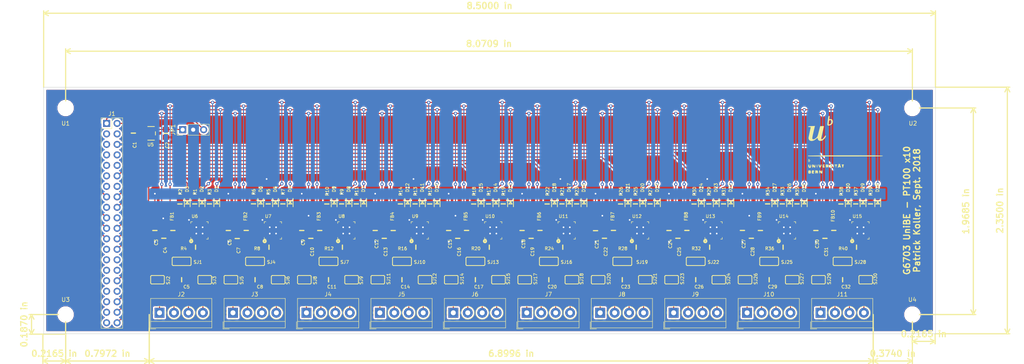
<source format=kicad_pcb>
(kicad_pcb (version 20171130) (host pcbnew 5.0.0-fee4fd1~66~ubuntu14.04.1)
  (layers (0 F.Cu signal) (31 B.Cu signal) (34 B.Paste user hide) (35 F.Paste user hide) (36 B.SilkS user) (37 F.SilkS user) (38 B.Mask user) (39 F.Mask user) (44 Edge.Cuts user))
  (net 0 "")
  (net 1 GND)
  (net 2 EXT_5V)
  (net 3 VDD)
  (net 4 "Net-(C4-Pad1)")
  (net 5 "Net-(C5-Pad2)")
  (net 6 "Net-(C5-Pad1)")
  (net 7 "Net-(C7-Pad1)")
  (net 8 "Net-(C8-Pad2)")
  (net 9 "Net-(C8-Pad1)")
  (net 10 "Net-(C10-Pad1)")
  (net 11 "Net-(C11-Pad2)")
  (net 12 "Net-(C11-Pad1)")
  (net 13 "Net-(C13-Pad1)")
  (net 14 "Net-(C14-Pad2)")
  (net 15 "Net-(C14-Pad1)")
  (net 16 "Net-(C16-Pad1)")
  (net 17 "Net-(C17-Pad2)")
  (net 18 "Net-(C17-Pad1)")
  (net 19 "Net-(C19-Pad1)")
  (net 20 "Net-(C20-Pad1)")
  (net 21 "Net-(C20-Pad2)")
  (net 22 "Net-(C22-Pad1)")
  (net 23 "Net-(C23-Pad2)")
  (net 24 "Net-(C23-Pad1)")
  (net 25 "Net-(C25-Pad1)")
  (net 26 "Net-(C26-Pad2)")
  (net 27 "Net-(C26-Pad1)")
  (net 28 "Net-(C28-Pad1)")
  (net 29 "Net-(C29-Pad1)")
  (net 30 "Net-(C29-Pad2)")
  (net 31 "Net-(C31-Pad1)")
  (net 32 "Net-(C32-Pad2)")
  (net 33 "Net-(C32-Pad1)")
  (net 34 "Net-(D1-PadA)")
  (net 35 SDI_5V)
  (net 36 CLK_5V)
  (net 37 "Net-(D2-PadA)")
  (net 38 CS0_5V)
  (net 39 "Net-(D3-PadA)")
  (net 40 "Net-(D4-PadA)")
  (net 41 "Net-(D5-PadA)")
  (net 42 CS1_5V)
  (net 43 "Net-(D6-PadA)")
  (net 44 "Net-(D7-PadA)")
  (net 45 "Net-(D8-PadA)")
  (net 46 CS2_5V)
  (net 47 "Net-(D9-PadA)")
  (net 48 "Net-(D10-PadA)")
  (net 49 "Net-(D11-PadA)")
  (net 50 "Net-(D12-PadA)")
  (net 51 CS3_5V)
  (net 52 "Net-(D13-PadA)")
  (net 53 "Net-(D14-PadA)")
  (net 54 CS4_5V)
  (net 55 "Net-(D15-PadA)")
  (net 56 "Net-(D16-PadA)")
  (net 57 "Net-(D17-PadA)")
  (net 58 "Net-(D18-PadA)")
  (net 59 CS5_5V)
  (net 60 "Net-(D19-PadA)")
  (net 61 "Net-(D20-PadA)")
  (net 62 CS6_5V)
  (net 63 "Net-(D21-PadA)")
  (net 64 "Net-(D22-PadA)")
  (net 65 "Net-(D23-PadA)")
  (net 66 "Net-(D24-PadA)")
  (net 67 CS7_5V)
  (net 68 "Net-(D25-PadA)")
  (net 69 "Net-(D26-PadA)")
  (net 70 "Net-(D27-PadA)")
  (net 71 CS8_5V)
  (net 72 "Net-(D28-PadA)")
  (net 73 "Net-(D29-PadA)")
  (net 74 CS9_5V)
  (net 75 "Net-(D30-PadA)")
  (net 76 EXT_3V3)
  (net 77 "Net-(J1-Pad3)")
  (net 78 "Net-(J1-Pad4)")
  (net 79 "Net-(J1-Pad5)")
  (net 80 "Net-(J1-Pad7)")
  (net 81 "Net-(J1-Pad8)")
  (net 82 "Net-(J1-Pad9)")
  (net 83 "Net-(J1-Pad10)")
  (net 84 "Net-(J1-Pad11)")
  (net 85 "Net-(J1-Pad13)")
  (net 86 "Net-(J1-Pad14)")
  (net 87 RDY)
  (net 88 "Net-(J1-Pad17)")
  (net 89 "Net-(J1-Pad20)")
  (net 90 SDO)
  (net 91 "Net-(J1-Pad25)")
  (net 92 "Net-(J1-Pad27)")
  (net 93 "Net-(J1-Pad28)")
  (net 94 "Net-(J1-Pad29)")
  (net 95 "Net-(J1-Pad30)")
  (net 96 "Net-(J1-Pad31)")
  (net 97 "Net-(J1-Pad33)")
  (net 98 "Net-(J1-Pad34)")
  (net 99 "Net-(J1-Pad35)")
  (net 100 "Net-(J1-Pad37)")
  (net 101 "Net-(J1-Pad39)")
  (net 102 "Net-(J2-Pad1)")
  (net 103 "Net-(J2-Pad4)")
  (net 104 "Net-(J3-Pad4)")
  (net 105 "Net-(J3-Pad1)")
  (net 106 "Net-(J4-Pad1)")
  (net 107 "Net-(J4-Pad4)")
  (net 108 "Net-(J5-Pad4)")
  (net 109 "Net-(J5-Pad1)")
  (net 110 "Net-(J6-Pad1)")
  (net 111 "Net-(J6-Pad4)")
  (net 112 "Net-(J7-Pad4)")
  (net 113 "Net-(J7-Pad1)")
  (net 114 "Net-(J8-Pad4)")
  (net 115 "Net-(J8-Pad1)")
  (net 116 "Net-(J9-Pad1)")
  (net 117 "Net-(J9-Pad4)")
  (net 118 "Net-(J10-Pad1)")
  (net 119 "Net-(J10-Pad4)")
  (net 120 "Net-(J11-Pad4)")
  (net 121 "Net-(J11-Pad1)")
  (net 122 "Net-(R4-Pad1)")
  (net 123 "Net-(R4-Pad2)")
  (net 124 "Net-(R8-Pad1)")
  (net 125 "Net-(R8-Pad2)")
  (net 126 "Net-(R12-Pad1)")
  (net 127 "Net-(R12-Pad2)")
  (net 128 "Net-(R16-Pad1)")
  (net 129 "Net-(R16-Pad2)")
  (net 130 "Net-(R20-Pad1)")
  (net 131 "Net-(R20-Pad2)")
  (net 132 "Net-(R24-Pad1)")
  (net 133 "Net-(R24-Pad2)")
  (net 134 "Net-(R28-Pad1)")
  (net 135 "Net-(R28-Pad2)")
  (net 136 "Net-(R32-Pad2)")
  (net 137 "Net-(R32-Pad1)")
  (net 138 "Net-(R36-Pad2)")
  (net 139 "Net-(R36-Pad1)")
  (net 140 "Net-(R40-Pad1)")
  (net 141 "Net-(R40-Pad2)")
  (net 142 "Net-(SJ1-Pad2)")
  (net 143 "Net-(SJ4-Pad2)")
  (net 144 "Net-(SJ7-Pad2)")
  (net 145 "Net-(SJ10-Pad2)")
  (net 146 "Net-(SJ13-Pad2)")
  (net 147 "Net-(SJ16-Pad2)")
  (net 148 "Net-(SJ19-Pad2)")
  (net 149 "Net-(SJ22-Pad2)")
  (net 150 "Net-(SJ25-Pad2)")
  (net 151 "Net-(SJ28-Pad2)")
  (net 152 "Net-(U5-Pad4)")
  (net 153 "Net-(U6-Pad17)")
  (net 154 "Net-(U7-Pad17)")
  (net 155 "Net-(U8-Pad17)")
  (net 156 "Net-(U9-Pad17)")
  (net 157 "Net-(U10-Pad17)")
  (net 158 "Net-(U11-Pad17)")
  (net 159 "Net-(U12-Pad17)")
  (net 160 "Net-(U13-Pad17)")
  (net 161 "Net-(U14-Pad17)")
  (net 162 "Net-(U15-Pad17)")
  (module "" (layer F.Cu) (at 29.845 83.185)
    (fp_text reference "" (at 0 0) (layer F.SilkS) (effects (font (size 1.27 1.27))))
    (fp_text value "" (at 0 0) (layer F.SilkS) (effects (font (size 1.27 1.27))))
  )
  (module "" (layer F.Cu) (at 208.28 48.26)
    (fp_text reference "" (at 0 0) (layer F.SilkS) (effects (font (size 1.27 1.27))))
    (fp_text value "" (at 0 0) (layer F.SilkS) (effects (font (size 1.27 1.27))))
  )
  (module Connector_PinHeader_2.54mm:PinHeader_2x20_P2.54mm_Vertical (layer F.Cu) (at 34.925 46.228)
    (fp_text reference J1 (at 1.27 -2.33) (layer F.SilkS))
    (fp_text value Conn_02x20_Odd_Even)
    (pad 1 thru_hole rect (at 0 0) (size 1.7 1.7) (drill 1) (layers *.Cu *.Mask) (net 76 EXT_3V3))
    (pad 2 thru_hole oval (at 2.54 0) (size 1.7 1.7) (drill 1) (layers *.Cu *.Mask) (net 2 EXT_5V))
    (pad 3 thru_hole oval (at 0 2.54) (size 1.7 1.7) (drill 1) (layers *.Cu *.Mask) (net 77 "Net-(J1-Pad3)"))
    (pad 4 thru_hole oval (at 2.54 2.54) (size 1.7 1.7) (drill 1) (layers *.Cu *.Mask) (net 78 "Net-(J1-Pad4)"))
    (pad 5 thru_hole oval (at 0 5.08) (size 1.7 1.7) (drill 1) (layers *.Cu *.Mask) (net 79 "Net-(J1-Pad5)"))
    (pad 6 thru_hole oval (at 2.54 5.08) (size 1.7 1.7) (drill 1) (layers *.Cu *.Mask) (net 1 GND))
    (pad 7 thru_hole oval (at 0 7.62) (size 1.7 1.7) (drill 1) (layers *.Cu *.Mask) (net 80 "Net-(J1-Pad7)"))
    (pad 8 thru_hole oval (at 2.54 7.62) (size 1.7 1.7) (drill 1) (layers *.Cu *.Mask) (net 81 "Net-(J1-Pad8)"))
    (pad 9 thru_hole oval (at 0 10.16) (size 1.7 1.7) (drill 1) (layers *.Cu *.Mask) (net 82 "Net-(J1-Pad9)"))
    (pad 10 thru_hole oval (at 2.54 10.16) (size 1.7 1.7) (drill 1) (layers *.Cu *.Mask) (net 83 "Net-(J1-Pad10)"))
    (pad 11 thru_hole oval (at 0 12.7) (size 1.7 1.7) (drill 1) (layers *.Cu *.Mask) (net 84 "Net-(J1-Pad11)"))
    (pad 12 thru_hole oval (at 2.54 12.7) (size 1.7 1.7) (drill 1) (layers *.Cu *.Mask) (net 74 CS9_5V))
    (pad 13 thru_hole oval (at 0 15.24) (size 1.7 1.7) (drill 1) (layers *.Cu *.Mask) (net 85 "Net-(J1-Pad13)"))
    (pad 14 thru_hole oval (at 2.54 15.24) (size 1.7 1.7) (drill 1) (layers *.Cu *.Mask) (net 86 "Net-(J1-Pad14)"))
    (pad 15 thru_hole oval (at 0 17.78) (size 1.7 1.7) (drill 1) (layers *.Cu *.Mask) (net 87 RDY))
    (pad 16 thru_hole oval (at 2.54 17.78) (size 1.7 1.7) (drill 1) (layers *.Cu *.Mask) (net 71 CS8_5V))
    (pad 17 thru_hole oval (at 0 20.32) (size 1.7 1.7) (drill 1) (layers *.Cu *.Mask) (net 88 "Net-(J1-Pad17)"))
    (pad 18 thru_hole oval (at 2.54 20.32) (size 1.7 1.7) (drill 1) (layers *.Cu *.Mask) (net 67 CS7_5V))
    (pad 19 thru_hole oval (at 0 22.86) (size 1.7 1.7) (drill 1) (layers *.Cu *.Mask) (net 35 SDI_5V))
    (pad 20 thru_hole oval (at 2.54 22.86) (size 1.7 1.7) (drill 1) (layers *.Cu *.Mask) (net 89 "Net-(J1-Pad20)"))
    (pad 21 thru_hole oval (at 0 25.4) (size 1.7 1.7) (drill 1) (layers *.Cu *.Mask) (net 90 SDO))
    (pad 22 thru_hole oval (at 2.54 25.4) (size 1.7 1.7) (drill 1) (layers *.Cu *.Mask) (net 62 CS6_5V))
    (pad 23 thru_hole oval (at 0 27.94) (size 1.7 1.7) (drill 1) (layers *.Cu *.Mask) (net 36 CLK_5V))
    (pad 24 thru_hole oval (at 2.54 27.94) (size 1.7 1.7) (drill 1) (layers *.Cu *.Mask) (net 59 CS5_5V))
    (pad 25 thru_hole oval (at 0 30.48) (size 1.7 1.7) (drill 1) (layers *.Cu *.Mask) (net 91 "Net-(J1-Pad25)"))
    (pad 26 thru_hole oval (at 2.54 30.48) (size 1.7 1.7) (drill 1) (layers *.Cu *.Mask) (net 54 CS4_5V))
    (pad 27 thru_hole oval (at 0 33.02) (size 1.7 1.7) (drill 1) (layers *.Cu *.Mask) (net 92 "Net-(J1-Pad27)"))
    (pad 28 thru_hole oval (at 2.54 33.02) (size 1.7 1.7) (drill 1) (layers *.Cu *.Mask) (net 93 "Net-(J1-Pad28)"))
    (pad 29 thru_hole oval (at 0 35.56) (size 1.7 1.7) (drill 1) (layers *.Cu *.Mask) (net 94 "Net-(J1-Pad29)"))
    (pad 30 thru_hole oval (at 2.54 35.56) (size 1.7 1.7) (drill 1) (layers *.Cu *.Mask) (net 95 "Net-(J1-Pad30)"))
    (pad 31 thru_hole oval (at 0 38.1) (size 1.7 1.7) (drill 1) (layers *.Cu *.Mask) (net 96 "Net-(J1-Pad31)"))
    (pad 32 thru_hole oval (at 2.54 38.1) (size 1.7 1.7) (drill 1) (layers *.Cu *.Mask) (net 51 CS3_5V))
    (pad 33 thru_hole oval (at 0 40.64) (size 1.7 1.7) (drill 1) (layers *.Cu *.Mask) (net 97 "Net-(J1-Pad33)"))
    (pad 34 thru_hole oval (at 2.54 40.64) (size 1.7 1.7) (drill 1) (layers *.Cu *.Mask) (net 98 "Net-(J1-Pad34)"))
    (pad 35 thru_hole oval (at 0 43.18) (size 1.7 1.7) (drill 1) (layers *.Cu *.Mask) (net 99 "Net-(J1-Pad35)"))
    (pad 36 thru_hole oval (at 2.54 43.18) (size 1.7 1.7) (drill 1) (layers *.Cu *.Mask) (net 46 CS2_5V))
    (pad 37 thru_hole oval (at 0 45.72) (size 1.7 1.7) (drill 1) (layers *.Cu *.Mask) (net 100 "Net-(J1-Pad37)"))
    (pad 38 thru_hole oval (at 2.54 45.72) (size 1.7 1.7) (drill 1) (layers *.Cu *.Mask) (net 42 CS1_5V))
    (pad 39 thru_hole oval (at 0 48.26) (size 1.7 1.7) (drill 1) (layers *.Cu *.Mask) (net 101 "Net-(J1-Pad39)"))
    (pad 40 thru_hole oval (at 2.54 48.26) (size 1.7 1.7) (drill 1) (layers *.Cu *.Mask) (net 38 CS0_5V))
  )
  (module "Adafruit MAX31865:0805-NO" (layer F.Cu) (at 41.402 48.575 270)
    (fp_text reference C1 (at 2.032 0.127 90) (layer F.SilkS) (effects (font (size 0.77216 0.77216) (thickness 0.138988)) (justify right top)))
    (fp_text value 10uF)
    (pad 1 smd rect (at -0.95 0 270) (size 1.24 1.5) (layers F.Cu F.Paste F.Mask) (net 2 EXT_5V))
    (pad 2 smd rect (at 0.95 0 270) (size 1.24 1.5) (layers F.Cu F.Paste F.Mask) (net 1 GND))
  )
  (module "Adafruit MAX31865:0805-NO" (layer F.Cu) (at 49.276 48.641 270)
    (fp_text reference C2 (at 2.032 0.127 90) (layer F.SilkS) (effects (font (size 0.77216 0.77216) (thickness 0.138988)) (justify right top)))
    (fp_text value 10uF)
    (pad 1 smd rect (at -0.95 0 270) (size 1.24 1.5) (layers F.Cu F.Paste F.Mask) (net 3 VDD))
    (pad 2 smd rect (at 0.95 0 270) (size 1.24 1.5) (layers F.Cu F.Paste F.Mask) (net 1 GND))
  )
  (module "Adafruit MAX31865:0805-NO" (layer F.Cu) (at 46.609 72.157861 270)
    (fp_text reference C3 (at 2.032 0.127 90) (layer F.SilkS) (effects (font (size 0.77216 0.77216) (thickness 0.138988)) (justify right top)))
    (fp_text value 0.1uF)
    (pad 1 smd rect (at -0.95 0 270) (size 1.24 1.5) (layers F.Cu F.Paste F.Mask) (net 3 VDD))
    (pad 2 smd rect (at 0.95 0 270) (size 1.24 1.5) (layers F.Cu F.Paste F.Mask) (net 1 GND))
  )
  (module "Adafruit MAX31865:0805-NO" (layer F.Cu) (at 48.768 74.041 270)
    (fp_text reference C4 (at 2.032 0.127 90) (layer F.SilkS) (effects (font (size 0.77216 0.77216) (thickness 0.138988)) (justify right top)))
    (fp_text value 0.1uF)
    (pad 2 smd rect (at 0.95 0 270) (size 1.24 1.5) (layers F.Cu F.Paste F.Mask) (net 1 GND))
    (pad 1 smd rect (at -0.95 0 270) (size 1.24 1.5) (layers F.Cu F.Paste F.Mask) (net 4 "Net-(C4-Pad1)"))
  )
  (module "Adafruit MAX31865:0805-NO" (layer F.Cu) (at 53.086 84.074)
    (fp_text reference C5 (at 2.032 1.27 -180) (layer F.SilkS) (effects (font (size 0.77216 0.77216) (thickness 0.138988)) (justify right top)))
    (fp_text value 100nF)
    (pad 2 smd rect (at 0.95 0) (size 1.24 1.5) (layers F.Cu F.Paste F.Mask) (net 5 "Net-(C5-Pad2)"))
    (pad 1 smd rect (at -0.95 0) (size 1.24 1.5) (layers F.Cu F.Paste F.Mask) (net 6 "Net-(C5-Pad1)"))
  )
  (module "Adafruit MAX31865:0805-NO" (layer F.Cu) (at 64.389 72.157861 270)
    (fp_text reference C6 (at 2.032 0.127 90) (layer F.SilkS) (effects (font (size 0.77216 0.77216) (thickness 0.138988)) (justify right top)))
    (fp_text value 0.1uF)
    (pad 1 smd rect (at -0.95 0 270) (size 1.24 1.5) (layers F.Cu F.Paste F.Mask) (net 3 VDD))
    (pad 2 smd rect (at 0.95 0 270) (size 1.24 1.5) (layers F.Cu F.Paste F.Mask) (net 1 GND))
  )
  (module "Adafruit MAX31865:0805-NO" (layer F.Cu) (at 66.548 74.102 270)
    (fp_text reference C7 (at 2.032 0.127 90) (layer F.SilkS) (effects (font (size 0.77216 0.77216) (thickness 0.138988)) (justify right top)))
    (fp_text value 0.1uF)
    (pad 2 smd rect (at 0.95 0 270) (size 1.24 1.5) (layers F.Cu F.Paste F.Mask) (net 1 GND))
    (pad 1 smd rect (at -0.95 0 270) (size 1.24 1.5) (layers F.Cu F.Paste F.Mask) (net 7 "Net-(C7-Pad1)"))
  )
  (module "Adafruit MAX31865:0805-NO" (layer F.Cu) (at 70.866 84.074)
    (fp_text reference C8 (at 2.032 1.27 -180) (layer F.SilkS) (effects (font (size 0.77216 0.77216) (thickness 0.138988)) (justify right top)))
    (fp_text value 100nF)
    (pad 2 smd rect (at 0.95 0) (size 1.24 1.5) (layers F.Cu F.Paste F.Mask) (net 8 "Net-(C8-Pad2)"))
    (pad 1 smd rect (at -0.95 0) (size 1.24 1.5) (layers F.Cu F.Paste F.Mask) (net 9 "Net-(C8-Pad1)"))
  )
  (module "Adafruit MAX31865:0805-NO" (layer F.Cu) (at 82.169 72.157861 270)
    (fp_text reference C9 (at 2.032 0.127 90) (layer F.SilkS) (effects (font (size 0.77216 0.77216) (thickness 0.138988)) (justify right top)))
    (fp_text value 0.1uF)
    (pad 1 smd rect (at -0.95 0 270) (size 1.24 1.5) (layers F.Cu F.Paste F.Mask) (net 3 VDD))
    (pad 2 smd rect (at 0.95 0 270) (size 1.24 1.5) (layers F.Cu F.Paste F.Mask) (net 1 GND))
  )
  (module "Adafruit MAX31865:0805-NO" (layer F.Cu) (at 84.364137 74.062861 270)
    (fp_text reference C10 (at 2.032 0.127 90) (layer F.SilkS) (effects (font (size 0.77216 0.77216) (thickness 0.138988)) (justify right top)))
    (fp_text value 0.1uF)
    (pad 2 smd rect (at 0.95 0 270) (size 1.24 1.5) (layers F.Cu F.Paste F.Mask) (net 1 GND))
    (pad 1 smd rect (at -0.95 0 270) (size 1.24 1.5) (layers F.Cu F.Paste F.Mask) (net 10 "Net-(C10-Pad1)"))
  )
  (module "Adafruit MAX31865:0805-NO" (layer F.Cu) (at 88.646 84.074)
    (fp_text reference C11 (at 2.032 1.27 -180) (layer F.SilkS) (effects (font (size 0.77216 0.77216) (thickness 0.138988)) (justify right top)))
    (fp_text value 100nF)
    (pad 2 smd rect (at 0.95 0) (size 1.24 1.5) (layers F.Cu F.Paste F.Mask) (net 11 "Net-(C11-Pad2)"))
    (pad 1 smd rect (at -0.95 0) (size 1.24 1.5) (layers F.Cu F.Paste F.Mask) (net 12 "Net-(C11-Pad1)"))
  )
  (module "Adafruit MAX31865:0805-NO" (layer F.Cu) (at 99.949 72.157861 270)
    (fp_text reference C12 (at 2.032 0.127 90) (layer F.SilkS) (effects (font (size 0.77216 0.77216) (thickness 0.138988)) (justify right top)))
    (fp_text value 0.1uF)
    (pad 1 smd rect (at -0.95 0 270) (size 1.24 1.5) (layers F.Cu F.Paste F.Mask) (net 3 VDD))
    (pad 2 smd rect (at 0.95 0 270) (size 1.24 1.5) (layers F.Cu F.Paste F.Mask) (net 1 GND))
  )
  (module "Adafruit MAX31865:0805-NO" (layer F.Cu) (at 102.144137 74.062861 270)
    (fp_text reference C13 (at 2.032 0.127 90) (layer F.SilkS) (effects (font (size 0.77216 0.77216) (thickness 0.138988)) (justify right top)))
    (fp_text value 0.1uF)
    (pad 2 smd rect (at 0.95 0 270) (size 1.24 1.5) (layers F.Cu F.Paste F.Mask) (net 1 GND))
    (pad 1 smd rect (at -0.95 0 270) (size 1.24 1.5) (layers F.Cu F.Paste F.Mask) (net 13 "Net-(C13-Pad1)"))
  )
  (module "Adafruit MAX31865:0805-NO" (layer F.Cu) (at 106.426 84.074)
    (fp_text reference C14 (at 2.032 1.27 -180) (layer F.SilkS) (effects (font (size 0.77216 0.77216) (thickness 0.138988)) (justify right top)))
    (fp_text value 100nF)
    (pad 2 smd rect (at 0.95 0) (size 1.24 1.5) (layers F.Cu F.Paste F.Mask) (net 14 "Net-(C14-Pad2)"))
    (pad 1 smd rect (at -0.95 0) (size 1.24 1.5) (layers F.Cu F.Paste F.Mask) (net 15 "Net-(C14-Pad1)"))
  )
  (module "Adafruit MAX31865:0805-NO" (layer F.Cu) (at 117.729 72.157861 270)
    (fp_text reference C15 (at 2.032 0.127 90) (layer F.SilkS) (effects (font (size 0.77216 0.77216) (thickness 0.138988)) (justify right top)))
    (fp_text value 0.1uF)
    (pad 1 smd rect (at -0.95 0 270) (size 1.24 1.5) (layers F.Cu F.Paste F.Mask) (net 3 VDD))
    (pad 2 smd rect (at 0.95 0 270) (size 1.24 1.5) (layers F.Cu F.Paste F.Mask) (net 1 GND))
  )
  (module "Adafruit MAX31865:0805-NO" (layer F.Cu) (at 119.924137 74.062861 270)
    (fp_text reference C16 (at 2.032 0.127 90) (layer F.SilkS) (effects (font (size 0.77216 0.77216) (thickness 0.138988)) (justify right top)))
    (fp_text value 0.1uF)
    (pad 2 smd rect (at 0.95 0 270) (size 1.24 1.5) (layers F.Cu F.Paste F.Mask) (net 1 GND))
    (pad 1 smd rect (at -0.95 0 270) (size 1.24 1.5) (layers F.Cu F.Paste F.Mask) (net 16 "Net-(C16-Pad1)"))
  )
  (module "Adafruit MAX31865:0805-NO" (layer F.Cu) (at 124.206 84.074)
    (fp_text reference C17 (at 2.032 1.27 -180) (layer F.SilkS) (effects (font (size 0.77216 0.77216) (thickness 0.138988)) (justify right top)))
    (fp_text value 100nF)
    (pad 2 smd rect (at 0.95 0) (size 1.24 1.5) (layers F.Cu F.Paste F.Mask) (net 17 "Net-(C17-Pad2)"))
    (pad 1 smd rect (at -0.95 0) (size 1.24 1.5) (layers F.Cu F.Paste F.Mask) (net 18 "Net-(C17-Pad1)"))
  )
  (module "Adafruit MAX31865:0805-NO" (layer F.Cu) (at 135.509 72.157861 270)
    (fp_text reference C18 (at 2.032 0.127 90) (layer F.SilkS) (effects (font (size 0.77216 0.77216) (thickness 0.138988)) (justify right top)))
    (fp_text value 0.1uF)
    (pad 2 smd rect (at 0.95 0 270) (size 1.24 1.5) (layers F.Cu F.Paste F.Mask) (net 1 GND))
    (pad 1 smd rect (at -0.95 0 270) (size 1.24 1.5) (layers F.Cu F.Paste F.Mask) (net 3 VDD))
  )
  (module "Adafruit MAX31865:0805-NO" (layer F.Cu) (at 137.699137 74.057861 270)
    (fp_text reference C19 (at 2.032 0.127 90) (layer F.SilkS) (effects (font (size 0.77216 0.77216) (thickness 0.138988)) (justify right top)))
    (fp_text value 0.1uF)
    (pad 1 smd rect (at -0.95 0 270) (size 1.24 1.5) (layers F.Cu F.Paste F.Mask) (net 19 "Net-(C19-Pad1)"))
    (pad 2 smd rect (at 0.95 0 270) (size 1.24 1.5) (layers F.Cu F.Paste F.Mask) (net 1 GND))
  )
  (module "Adafruit MAX31865:0805-NO" (layer F.Cu) (at 141.986 84.074)
    (fp_text reference C20 (at 2.032 1.27 -180) (layer F.SilkS) (effects (font (size 0.77216 0.77216) (thickness 0.138988)) (justify right top)))
    (fp_text value 100nF)
    (pad 1 smd rect (at -0.95 0) (size 1.24 1.5) (layers F.Cu F.Paste F.Mask) (net 20 "Net-(C20-Pad1)"))
    (pad 2 smd rect (at 0.95 0) (size 1.24 1.5) (layers F.Cu F.Paste F.Mask) (net 21 "Net-(C20-Pad2)"))
  )
  (module "Adafruit MAX31865:0805-NO" (layer F.Cu) (at 153.289 72.197 270)
    (fp_text reference C21 (at 2.032 0.127 90) (layer F.SilkS) (effects (font (size 0.77216 0.77216) (thickness 0.138988)) (justify right top)))
    (fp_text value 0.1uF)
    (pad 1 smd rect (at -0.95 0 270) (size 1.24 1.5) (layers F.Cu F.Paste F.Mask) (net 3 VDD))
    (pad 2 smd rect (at 0.95 0 270) (size 1.24 1.5) (layers F.Cu F.Paste F.Mask) (net 1 GND))
  )
  (module "Adafruit MAX31865:0805-NO" (layer F.Cu) (at 155.448 74.041 270)
    (fp_text reference C22 (at 2.032 0.127 90) (layer F.SilkS) (effects (font (size 0.77216 0.77216) (thickness 0.138988)) (justify right top)))
    (fp_text value 0.1uF)
    (pad 2 smd rect (at 0.95 0 270) (size 1.24 1.5) (layers F.Cu F.Paste F.Mask) (net 1 GND))
    (pad 1 smd rect (at -0.95 0 270) (size 1.24 1.5) (layers F.Cu F.Paste F.Mask) (net 22 "Net-(C22-Pad1)"))
  )
  (module "Adafruit MAX31865:0805-NO" (layer F.Cu) (at 159.766 84.074)
    (fp_text reference C23 (at 2.032 1.27 -180) (layer F.SilkS) (effects (font (size 0.77216 0.77216) (thickness 0.138988)) (justify right top)))
    (fp_text value 100nF)
    (pad 2 smd rect (at 0.95 0) (size 1.24 1.5) (layers F.Cu F.Paste F.Mask) (net 23 "Net-(C23-Pad2)"))
    (pad 1 smd rect (at -0.95 0) (size 1.24 1.5) (layers F.Cu F.Paste F.Mask) (net 24 "Net-(C23-Pad1)"))
  )
  (module "Adafruit MAX31865:0805-NO" (layer F.Cu) (at 171.069 72.157861 270)
    (fp_text reference C24 (at 2.032 0.127 90) (layer F.SilkS) (effects (font (size 0.77216 0.77216) (thickness 0.138988)) (justify right top)))
    (fp_text value 0.1uF)
    (pad 1 smd rect (at -0.95 0 270) (size 1.24 1.5) (layers F.Cu F.Paste F.Mask) (net 3 VDD))
    (pad 2 smd rect (at 0.95 0 270) (size 1.24 1.5) (layers F.Cu F.Paste F.Mask) (net 1 GND))
  )
  (module "Adafruit MAX31865:0805-NO" (layer F.Cu) (at 173.228 74.041 270)
    (fp_text reference C25 (at 2.032 0.127 90) (layer F.SilkS) (effects (font (size 0.77216 0.77216) (thickness 0.138988)) (justify right top)))
    (fp_text value 0.1uF)
    (pad 1 smd rect (at -0.95 0 270) (size 1.24 1.5) (layers F.Cu F.Paste F.Mask) (net 25 "Net-(C25-Pad1)"))
    (pad 2 smd rect (at 0.95 0 270) (size 1.24 1.5) (layers F.Cu F.Paste F.Mask) (net 1 GND))
  )
  (module "Adafruit MAX31865:0805-NO" (layer F.Cu) (at 177.546 84.074)
    (fp_text reference C26 (at 2.032 1.27 -180) (layer F.SilkS) (effects (font (size 0.77216 0.77216) (thickness 0.138988)) (justify right top)))
    (fp_text value 100nF)
    (pad 2 smd rect (at 0.95 0) (size 1.24 1.5) (layers F.Cu F.Paste F.Mask) (net 26 "Net-(C26-Pad2)"))
    (pad 1 smd rect (at -0.95 0) (size 1.24 1.5) (layers F.Cu F.Paste F.Mask) (net 27 "Net-(C26-Pad1)"))
  )
  (module "Adafruit MAX31865:0805-NO" (layer F.Cu) (at 188.849 72.141 270)
    (fp_text reference C27 (at 2.032 0.127 90) (layer F.SilkS) (effects (font (size 0.77216 0.77216) (thickness 0.138988)) (justify right top)))
    (fp_text value 0.1uF)
    (pad 2 smd rect (at 0.95 0 270) (size 1.24 1.5) (layers F.Cu F.Paste F.Mask) (net 1 GND))
    (pad 1 smd rect (at -0.95 0 270) (size 1.24 1.5) (layers F.Cu F.Paste F.Mask) (net 3 VDD))
  )
  (module "Adafruit MAX31865:0805-NO" (layer F.Cu) (at 191.008 74.041 270)
    (fp_text reference C28 (at 2.032 0.127 90) (layer F.SilkS) (effects (font (size 0.77216 0.77216) (thickness 0.138988)) (justify right top)))
    (fp_text value 0.1uF)
    (pad 1 smd rect (at -0.95 0 270) (size 1.24 1.5) (layers F.Cu F.Paste F.Mask) (net 28 "Net-(C28-Pad1)"))
    (pad 2 smd rect (at 0.95 0 270) (size 1.24 1.5) (layers F.Cu F.Paste F.Mask) (net 1 GND))
  )
  (module "Adafruit MAX31865:0805-NO" (layer F.Cu) (at 195.326 84.074)
    (fp_text reference C29 (at 2.032 1.27 -180) (layer F.SilkS) (effects (font (size 0.77216 0.77216) (thickness 0.138988)) (justify right top)))
    (fp_text value 100nF)
    (pad 1 smd rect (at -0.95 0) (size 1.24 1.5) (layers F.Cu F.Paste F.Mask) (net 29 "Net-(C29-Pad1)"))
    (pad 2 smd rect (at 0.95 0) (size 1.24 1.5) (layers F.Cu F.Paste F.Mask) (net 30 "Net-(C29-Pad2)"))
  )
  (module "Adafruit MAX31865:0805-NO" (layer F.Cu) (at 206.629 72.157861 270)
    (fp_text reference C30 (at 2.032 0.127 90) (layer F.SilkS) (effects (font (size 0.77216 0.77216) (thickness 0.138988)) (justify right top)))
    (fp_text value 0.1uF)
    (pad 2 smd rect (at 0.95 0 270) (size 1.24 1.5) (layers F.Cu F.Paste F.Mask) (net 1 GND))
    (pad 1 smd rect (at -0.95 0 270) (size 1.24 1.5) (layers F.Cu F.Paste F.Mask) (net 3 VDD))
  )
  (module "Adafruit MAX31865:0805-NO" (layer F.Cu) (at 208.824137 74.062861 270)
    (fp_text reference C31 (at 2.032 0.127 90) (layer F.SilkS) (effects (font (size 0.77216 0.77216) (thickness 0.138988)) (justify right top)))
    (fp_text value 0.1uF)
    (pad 1 smd rect (at -0.95 0 270) (size 1.24 1.5) (layers F.Cu F.Paste F.Mask) (net 31 "Net-(C31-Pad1)"))
    (pad 2 smd rect (at 0.95 0 270) (size 1.24 1.5) (layers F.Cu F.Paste F.Mask) (net 1 GND))
  )
  (module "Adafruit MAX31865:0805-NO" (layer F.Cu) (at 213.106 84.074)
    (fp_text reference C32 (at 2.032 1.27 -180) (layer F.SilkS) (effects (font (size 0.77216 0.77216) (thickness 0.138988)) (justify right top)))
    (fp_text value 100nF)
    (pad 2 smd rect (at 0.95 0) (size 1.24 1.5) (layers F.Cu F.Paste F.Mask) (net 32 "Net-(C32-Pad2)"))
    (pad 1 smd rect (at -0.95 0) (size 1.24 1.5) (layers F.Cu F.Paste F.Mask) (net 33 "Net-(C32-Pad1)"))
  )
  (module "Adafruit MAX31865:SOD-323" (layer F.Cu) (at 61.595 65.405 270)
    (fp_text reference D1 (at -2.413 -0.381 270) (layer F.SilkS) (effects (font (size 0.77216 0.77216) (thickness 0.138988)) (justify left bottom)))
    (fp_text value 1N4148)
    (pad A smd rect (at 1.27 0 270) (size 1.35 0.8) (layers F.Cu F.Paste F.Mask) (net 34 "Net-(D1-PadA)"))
    (pad C smd rect (at -1.27 0 270) (size 1.35 0.8) (layers F.Cu F.Paste F.Mask) (net 35 SDI_5V))
  )
  (module "Adafruit MAX31865:SOD-323" (layer F.Cu) (at 58.039 65.405 270)
    (fp_text reference D2 (at -2.413 -0.381 270) (layer F.SilkS) (effects (font (size 0.77216 0.77216) (thickness 0.138988)) (justify left bottom)))
    (fp_text value 1N4148)
    (pad C smd rect (at -1.27 0 270) (size 1.35 0.8) (layers F.Cu F.Paste F.Mask) (net 36 CLK_5V))
    (pad A smd rect (at 1.27 0 270) (size 1.35 0.8) (layers F.Cu F.Paste F.Mask) (net 37 "Net-(D2-PadA)"))
  )
  (module "Adafruit MAX31865:SOD-323" (layer F.Cu) (at 54.450863 65.417339 270)
    (fp_text reference D3 (at -2.425339 -0.413137 90) (layer F.SilkS) (effects (font (size 0.77216 0.77216) (thickness 0.138988)) (justify left bottom)))
    (fp_text value 1N4148)
    (pad C smd rect (at -1.27 0 270) (size 1.35 0.8) (layers F.Cu F.Paste F.Mask) (net 38 CS0_5V))
    (pad A smd rect (at 1.27 0 270) (size 1.35 0.8) (layers F.Cu F.Paste F.Mask) (net 39 "Net-(D3-PadA)"))
  )
  (module "Adafruit MAX31865:SOD-323" (layer F.Cu) (at 79.375 65.405 270)
    (fp_text reference D4 (at -2.413 -0.381 270) (layer F.SilkS) (effects (font (size 0.77216 0.77216) (thickness 0.138988)) (justify left bottom)))
    (fp_text value 1N4148)
    (pad A smd rect (at 1.27 0 270) (size 1.35 0.8) (layers F.Cu F.Paste F.Mask) (net 40 "Net-(D4-PadA)"))
    (pad C smd rect (at -1.27 0 270) (size 1.35 0.8) (layers F.Cu F.Paste F.Mask) (net 35 SDI_5V))
  )
  (module "Adafruit MAX31865:SOD-323" (layer F.Cu) (at 75.819 65.405 270)
    (fp_text reference D5 (at -2.413 -0.381 270) (layer F.SilkS) (effects (font (size 0.77216 0.77216) (thickness 0.138988)) (justify left bottom)))
    (fp_text value 1N4148)
    (pad A smd rect (at 1.27 0 270) (size 1.35 0.8) (layers F.Cu F.Paste F.Mask) (net 41 "Net-(D5-PadA)"))
    (pad C smd rect (at -1.27 0 270) (size 1.35 0.8) (layers F.Cu F.Paste F.Mask) (net 36 CLK_5V))
  )
  (module "Adafruit MAX31865:SOD-323" (layer F.Cu) (at 72.230863 65.417339 270)
    (fp_text reference D6 (at -2.425339 -0.413137 270) (layer F.SilkS) (effects (font (size 0.77216 0.77216) (thickness 0.138988)) (justify left bottom)))
    (fp_text value 1N4148)
    (pad C smd rect (at -1.27 0 270) (size 1.35 0.8) (layers F.Cu F.Paste F.Mask) (net 42 CS1_5V))
    (pad A smd rect (at 1.27 0 270) (size 1.35 0.8) (layers F.Cu F.Paste F.Mask) (net 43 "Net-(D6-PadA)"))
  )
  (module "Adafruit MAX31865:SOD-323" (layer F.Cu) (at 97.155 65.405 270)
    (fp_text reference D7 (at -2.413 -0.381 90) (layer F.SilkS) (effects (font (size 0.77216 0.77216) (thickness 0.138988)) (justify left bottom)))
    (fp_text value 1N4148)
    (pad C smd rect (at -1.27 0 270) (size 1.35 0.8) (layers F.Cu F.Paste F.Mask) (net 35 SDI_5V))
    (pad A smd rect (at 1.27 0 270) (size 1.35 0.8) (layers F.Cu F.Paste F.Mask) (net 44 "Net-(D7-PadA)"))
  )
  (module "Adafruit MAX31865:SOD-323" (layer F.Cu) (at 93.599 65.405 270)
    (fp_text reference D8 (at -2.413 -0.381 270) (layer F.SilkS) (effects (font (size 0.77216 0.77216) (thickness 0.138988)) (justify left bottom)))
    (fp_text value 1N4148)
    (pad A smd rect (at 1.27 0 270) (size 1.35 0.8) (layers F.Cu F.Paste F.Mask) (net 45 "Net-(D8-PadA)"))
    (pad C smd rect (at -1.27 0 270) (size 1.35 0.8) (layers F.Cu F.Paste F.Mask) (net 36 CLK_5V))
  )
  (module "Adafruit MAX31865:SOD-323" (layer F.Cu) (at 90.010863 65.417339 270)
    (fp_text reference D9 (at -2.425339 -0.413137 270) (layer F.SilkS) (effects (font (size 0.77216 0.77216) (thickness 0.138988)) (justify left bottom)))
    (fp_text value 1N4148)
    (pad C smd rect (at -1.27 0 270) (size 1.35 0.8) (layers F.Cu F.Paste F.Mask) (net 46 CS2_5V))
    (pad A smd rect (at 1.27 0 270) (size 1.35 0.8) (layers F.Cu F.Paste F.Mask) (net 47 "Net-(D9-PadA)"))
  )
  (module "Adafruit MAX31865:SOD-323" (layer F.Cu) (at 114.935 65.405 270)
    (fp_text reference D10 (at -2.413 -0.381 270) (layer F.SilkS) (effects (font (size 0.77216 0.77216) (thickness 0.138988)) (justify left bottom)))
    (fp_text value 1N4148)
    (pad C smd rect (at -1.27 0 270) (size 1.35 0.8) (layers F.Cu F.Paste F.Mask) (net 35 SDI_5V))
    (pad A smd rect (at 1.27 0 270) (size 1.35 0.8) (layers F.Cu F.Paste F.Mask) (net 48 "Net-(D10-PadA)"))
  )
  (module "Adafruit MAX31865:SOD-323" (layer F.Cu) (at 111.379 65.405 270)
    (fp_text reference D11 (at -2.413 -0.381 90) (layer F.SilkS) (effects (font (size 0.77216 0.77216) (thickness 0.138988)) (justify left bottom)))
    (fp_text value 1N4148)
    (pad C smd rect (at -1.27 0 270) (size 1.35 0.8) (layers F.Cu F.Paste F.Mask) (net 36 CLK_5V))
    (pad A smd rect (at 1.27 0 270) (size 1.35 0.8) (layers F.Cu F.Paste F.Mask) (net 49 "Net-(D11-PadA)"))
  )
  (module "Adafruit MAX31865:SOD-323" (layer F.Cu) (at 107.790863 65.417339 270)
    (fp_text reference D12 (at -2.425339 -0.413137 270) (layer F.SilkS) (effects (font (size 0.77216 0.77216) (thickness 0.138988)) (justify left bottom)))
    (fp_text value 1N4148)
    (pad A smd rect (at 1.27 0 270) (size 1.35 0.8) (layers F.Cu F.Paste F.Mask) (net 50 "Net-(D12-PadA)"))
    (pad C smd rect (at -1.27 0 270) (size 1.35 0.8) (layers F.Cu F.Paste F.Mask) (net 51 CS3_5V))
  )
  (module "Adafruit MAX31865:SOD-323" (layer F.Cu) (at 132.71 65.4 270)
    (fp_text reference D13 (at -2.408 -0.386 270) (layer F.SilkS) (effects (font (size 0.77216 0.77216) (thickness 0.138988)) (justify left bottom)))
    (fp_text value 1N4148)
    (pad A smd rect (at 1.27 0 270) (size 1.35 0.8) (layers F.Cu F.Paste F.Mask) (net 52 "Net-(D13-PadA)"))
    (pad C smd rect (at -1.27 0 270) (size 1.35 0.8) (layers F.Cu F.Paste F.Mask) (net 35 SDI_5V))
  )
  (module "Adafruit MAX31865:SOD-323" (layer F.Cu) (at 129.174 65.42 270)
    (fp_text reference D14 (at -2.428 -0.366 270) (layer F.SilkS) (effects (font (size 0.77216 0.77216) (thickness 0.138988)) (justify left bottom)))
    (fp_text value 1N4148)
    (pad A smd rect (at 1.27 0 270) (size 1.35 0.8) (layers F.Cu F.Paste F.Mask) (net 53 "Net-(D14-PadA)"))
    (pad C smd rect (at -1.27 0 270) (size 1.35 0.8) (layers F.Cu F.Paste F.Mask) (net 36 CLK_5V))
  )
  (module "Adafruit MAX31865:SOD-323" (layer F.Cu) (at 125.570863 65.417339 270)
    (fp_text reference D15 (at -2.425339 -0.413137 270) (layer F.SilkS) (effects (font (size 0.77216 0.77216) (thickness 0.138988)) (justify left bottom)))
    (fp_text value 1N4148)
    (pad C smd rect (at -1.27 0 270) (size 1.35 0.8) (layers F.Cu F.Paste F.Mask) (net 54 CS4_5V))
    (pad A smd rect (at 1.27 0 270) (size 1.35 0.8) (layers F.Cu F.Paste F.Mask) (net 55 "Net-(D15-PadA)"))
  )
  (module "Adafruit MAX31865:SOD-323" (layer F.Cu) (at 150.495 65.405 270)
    (fp_text reference D16 (at -2.413 -0.381 270) (layer F.SilkS) (effects (font (size 0.77216 0.77216) (thickness 0.138988)) (justify left bottom)))
    (fp_text value 1N4148)
    (pad A smd rect (at 1.27 0 270) (size 1.35 0.8) (layers F.Cu F.Paste F.Mask) (net 56 "Net-(D16-PadA)"))
    (pad C smd rect (at -1.27 0 270) (size 1.35 0.8) (layers F.Cu F.Paste F.Mask) (net 35 SDI_5V))
  )
  (module "Adafruit MAX31865:SOD-323" (layer F.Cu) (at 146.939 65.405 270)
    (fp_text reference D17 (at -2.413 -0.381 270) (layer F.SilkS) (effects (font (size 0.77216 0.77216) (thickness 0.138988)) (justify left bottom)))
    (fp_text value 1N4148)
    (pad C smd rect (at -1.27 0 270) (size 1.35 0.8) (layers F.Cu F.Paste F.Mask) (net 36 CLK_5V))
    (pad A smd rect (at 1.27 0 270) (size 1.35 0.8) (layers F.Cu F.Paste F.Mask) (net 57 "Net-(D17-PadA)"))
  )
  (module "Adafruit MAX31865:SOD-323" (layer F.Cu) (at 143.350863 65.417339 270)
    (fp_text reference D18 (at -2.425339 -0.413137 270) (layer F.SilkS) (effects (font (size 0.77216 0.77216) (thickness 0.138988)) (justify left bottom)))
    (fp_text value 1N4148)
    (pad A smd rect (at 1.27 0 270) (size 1.35 0.8) (layers F.Cu F.Paste F.Mask) (net 58 "Net-(D18-PadA)"))
    (pad C smd rect (at -1.27 0 270) (size 1.35 0.8) (layers F.Cu F.Paste F.Mask) (net 59 CS5_5V))
  )
  (module "Adafruit MAX31865:SOD-323" (layer F.Cu) (at 168.27 65.4 270)
    (fp_text reference D19 (at -2.408 -0.386 270) (layer F.SilkS) (effects (font (size 0.77216 0.77216) (thickness 0.138988)) (justify left bottom)))
    (fp_text value 1N4148)
    (pad A smd rect (at 1.27 0 270) (size 1.35 0.8) (layers F.Cu F.Paste F.Mask) (net 60 "Net-(D19-PadA)"))
    (pad C smd rect (at -1.27 0 270) (size 1.35 0.8) (layers F.Cu F.Paste F.Mask) (net 35 SDI_5V))
  )
  (module "Adafruit MAX31865:SOD-323" (layer F.Cu) (at 164.719 65.405 270)
    (fp_text reference D20 (at -2.413 -0.381 270) (layer F.SilkS) (effects (font (size 0.77216 0.77216) (thickness 0.138988)) (justify left bottom)))
    (fp_text value 1N4148)
    (pad C smd rect (at -1.27 0 270) (size 1.35 0.8) (layers F.Cu F.Paste F.Mask) (net 36 CLK_5V))
    (pad A smd rect (at 1.27 0 270) (size 1.35 0.8) (layers F.Cu F.Paste F.Mask) (net 61 "Net-(D20-PadA)"))
  )
  (module "Adafruit MAX31865:SOD-323" (layer F.Cu) (at 161.130863 65.417339 270)
    (fp_text reference D21 (at -2.425339 -0.413137 270) (layer F.SilkS) (effects (font (size 0.77216 0.77216) (thickness 0.138988)) (justify left bottom)))
    (fp_text value 1N4148)
    (pad C smd rect (at -1.27 0 270) (size 1.35 0.8) (layers F.Cu F.Paste F.Mask) (net 62 CS6_5V))
    (pad A smd rect (at 1.27 0 270) (size 1.35 0.8) (layers F.Cu F.Paste F.Mask) (net 63 "Net-(D21-PadA)"))
  )
  (module "Adafruit MAX31865:SOD-323" (layer F.Cu) (at 186.05 65.4 270)
    (fp_text reference D22 (at -2.408 -0.386 270) (layer F.SilkS) (effects (font (size 0.77216 0.77216) (thickness 0.138988)) (justify left bottom)))
    (fp_text value 1N4148)
    (pad C smd rect (at -1.27 0 270) (size 1.35 0.8) (layers F.Cu F.Paste F.Mask) (net 35 SDI_5V))
    (pad A smd rect (at 1.27 0 270) (size 1.35 0.8) (layers F.Cu F.Paste F.Mask) (net 64 "Net-(D22-PadA)"))
  )
  (module "Adafruit MAX31865:SOD-323" (layer F.Cu) (at 182.514 65.42 270)
    (fp_text reference D23 (at -2.428 -0.366 270) (layer F.SilkS) (effects (font (size 0.77216 0.77216) (thickness 0.138988)) (justify left bottom)))
    (fp_text value 1N4148)
    (pad C smd rect (at -1.27 0 270) (size 1.35 0.8) (layers F.Cu F.Paste F.Mask) (net 36 CLK_5V))
    (pad A smd rect (at 1.27 0 270) (size 1.35 0.8) (layers F.Cu F.Paste F.Mask) (net 65 "Net-(D23-PadA)"))
  )
  (module "Adafruit MAX31865:SOD-323" (layer F.Cu) (at 178.910863 65.417339 270)
    (fp_text reference D24 (at -2.425339 -0.413137 270) (layer F.SilkS) (effects (font (size 0.77216 0.77216) (thickness 0.138988)) (justify left bottom)))
    (fp_text value 1N4148)
    (pad A smd rect (at 1.27 0 270) (size 1.35 0.8) (layers F.Cu F.Paste F.Mask) (net 66 "Net-(D24-PadA)"))
    (pad C smd rect (at -1.27 0 270) (size 1.35 0.8) (layers F.Cu F.Paste F.Mask) (net 67 CS7_5V))
  )
  (module "Adafruit MAX31865:SOD-323" (layer F.Cu) (at 203.83 65.4 270)
    (fp_text reference D25 (at -2.408 -0.386 270) (layer F.SilkS) (effects (font (size 0.77216 0.77216) (thickness 0.138988)) (justify left bottom)))
    (fp_text value 1N4148)
    (pad A smd rect (at 1.27 0 270) (size 1.35 0.8) (layers F.Cu F.Paste F.Mask) (net 68 "Net-(D25-PadA)"))
    (pad C smd rect (at -1.27 0 270) (size 1.35 0.8) (layers F.Cu F.Paste F.Mask) (net 35 SDI_5V))
  )
  (module "Adafruit MAX31865:SOD-323" (layer F.Cu) (at 200.274 65.4 270)
    (fp_text reference D26 (at -2.408 -0.386 270) (layer F.SilkS) (effects (font (size 0.77216 0.77216) (thickness 0.138988)) (justify left bottom)))
    (fp_text value 1N4148)
    (pad C smd rect (at -1.27 0 270) (size 1.35 0.8) (layers F.Cu F.Paste F.Mask) (net 36 CLK_5V))
    (pad A smd rect (at 1.27 0 270) (size 1.35 0.8) (layers F.Cu F.Paste F.Mask) (net 69 "Net-(D26-PadA)"))
  )
  (module "Adafruit MAX31865:SOD-323" (layer F.Cu) (at 196.690863 65.417339 270)
    (fp_text reference D27 (at -2.425339 -0.413137 270) (layer F.SilkS) (effects (font (size 0.77216 0.77216) (thickness 0.138988)) (justify left bottom)))
    (fp_text value 1N4148)
    (pad A smd rect (at 1.27 0 270) (size 1.35 0.8) (layers F.Cu F.Paste F.Mask) (net 70 "Net-(D27-PadA)"))
    (pad C smd rect (at -1.27 0 270) (size 1.35 0.8) (layers F.Cu F.Paste F.Mask) (net 71 CS8_5V))
  )
  (module "Adafruit MAX31865:SOD-323" (layer F.Cu) (at 221.615 65.405 270)
    (fp_text reference D28 (at -2.413 -0.381 270) (layer F.SilkS) (effects (font (size 0.77216 0.77216) (thickness 0.138988)) (justify left bottom)))
    (fp_text value 1N4148)
    (pad A smd rect (at 1.27 0 270) (size 1.35 0.8) (layers F.Cu F.Paste F.Mask) (net 72 "Net-(D28-PadA)"))
    (pad C smd rect (at -1.27 0 270) (size 1.35 0.8) (layers F.Cu F.Paste F.Mask) (net 35 SDI_5V))
  )
  (module "Adafruit MAX31865:SOD-323" (layer F.Cu) (at 218.054 65.4 270)
    (fp_text reference D29 (at -2.408 -0.386 270) (layer F.SilkS) (effects (font (size 0.77216 0.77216) (thickness 0.138988)) (justify left bottom)))
    (fp_text value 1N4148)
    (pad A smd rect (at 1.27 0 270) (size 1.35 0.8) (layers F.Cu F.Paste F.Mask) (net 73 "Net-(D29-PadA)"))
    (pad C smd rect (at -1.27 0 270) (size 1.35 0.8) (layers F.Cu F.Paste F.Mask) (net 36 CLK_5V))
  )
  (module "Adafruit MAX31865:SOD-323" (layer F.Cu) (at 214.470863 65.417339 270)
    (fp_text reference D30 (at -2.425339 -0.413137 270) (layer F.SilkS) (effects (font (size 0.77216 0.77216) (thickness 0.138988)) (justify left bottom)))
    (fp_text value 1N4148)
    (pad C smd rect (at -1.27 0 270) (size 1.35 0.8) (layers F.Cu F.Paste F.Mask) (net 74 CS9_5V))
    (pad A smd rect (at 1.27 0 270) (size 1.35 0.8) (layers F.Cu F.Paste F.Mask) (net 75 "Net-(D30-PadA)"))
  )
  (module "Adafruit MAX31865:0805-NO" (layer F.Cu) (at 50.963137 72.157861 90)
    (fp_text reference FB1 (at 4.593861 -0.671137 90) (layer F.SilkS) (effects (font (size 0.77216 0.77216) (thickness 0.138988)) (justify right top)))
    (fp_text value FERRITE-0805NO)
    (pad 1 smd rect (at -0.95 0 90) (size 1.24 1.5) (layers F.Cu F.Paste F.Mask) (net 4 "Net-(C4-Pad1)"))
    (pad 2 smd rect (at 0.95 0 90) (size 1.24 1.5) (layers F.Cu F.Paste F.Mask) (net 3 VDD))
  )
  (module "Adafruit MAX31865:0805-NO" (layer F.Cu) (at 68.726276 72.141 90)
    (fp_text reference FB2 (at 4.577 -0.654276 90) (layer F.SilkS) (effects (font (size 0.77216 0.77216) (thickness 0.138988)) (justify right top)))
    (fp_text value FERRITE-0805NO)
    (pad 2 smd rect (at 0.95 0 90) (size 1.24 1.5) (layers F.Cu F.Paste F.Mask) (net 3 VDD))
    (pad 1 smd rect (at -0.95 0 90) (size 1.24 1.5) (layers F.Cu F.Paste F.Mask) (net 7 "Net-(C7-Pad1)"))
  )
  (module "Adafruit MAX31865:0805-NO" (layer F.Cu) (at 86.523137 72.157861 90)
    (fp_text reference FB3 (at 4.593861 -0.671137 90) (layer F.SilkS) (effects (font (size 0.77216 0.77216) (thickness 0.138988)) (justify right top)))
    (fp_text value FERRITE-0805NO)
    (pad 2 smd rect (at 0.95 0 90) (size 1.24 1.5) (layers F.Cu F.Paste F.Mask) (net 3 VDD))
    (pad 1 smd rect (at -0.95 0 90) (size 1.24 1.5) (layers F.Cu F.Paste F.Mask) (net 10 "Net-(C10-Pad1)"))
  )
  (module "Adafruit MAX31865:0805-NO" (layer F.Cu) (at 104.308137 72.162861 90)
    (fp_text reference FB4 (at 4.598861 -0.676137 90) (layer F.SilkS) (effects (font (size 0.77216 0.77216) (thickness 0.138988)) (justify right top)))
    (fp_text value FERRITE-0805NO)
    (pad 2 smd rect (at 0.95 0 90) (size 1.24 1.5) (layers F.Cu F.Paste F.Mask) (net 3 VDD))
    (pad 1 smd rect (at -0.95 0 90) (size 1.24 1.5) (layers F.Cu F.Paste F.Mask) (net 13 "Net-(C13-Pad1)"))
  )
  (module "Adafruit MAX31865:0805-NO" (layer F.Cu) (at 122.066276 72.141 90)
    (fp_text reference FB5 (at 4.577 -0.654276 90) (layer F.SilkS) (effects (font (size 0.77216 0.77216) (thickness 0.138988)) (justify right top)))
    (fp_text value FERRITE-0805NO)
    (pad 2 smd rect (at 0.95 0 90) (size 1.24 1.5) (layers F.Cu F.Paste F.Mask) (net 3 VDD))
    (pad 1 smd rect (at -0.95 0 90) (size 1.24 1.5) (layers F.Cu F.Paste F.Mask) (net 16 "Net-(C16-Pad1)"))
  )
  (module "Adafruit MAX31865:0805-NO" (layer F.Cu) (at 139.846276 72.141 90)
    (fp_text reference FB6 (at 4.577 -0.654276 90) (layer F.SilkS) (effects (font (size 0.77216 0.77216) (thickness 0.138988)) (justify right top)))
    (fp_text value FERRITE-0805NO)
    (pad 1 smd rect (at -0.95 0 90) (size 1.24 1.5) (layers F.Cu F.Paste F.Mask) (net 19 "Net-(C19-Pad1)"))
    (pad 2 smd rect (at 0.95 0 90) (size 1.24 1.5) (layers F.Cu F.Paste F.Mask) (net 3 VDD))
  )
  (module "Adafruit MAX31865:0805-NO" (layer F.Cu) (at 157.626276 72.141 90)
    (fp_text reference FB7 (at 4.577 -0.654276 90) (layer F.SilkS) (effects (font (size 0.77216 0.77216) (thickness 0.138988)) (justify right top)))
    (fp_text value FERRITE-0805NO)
    (pad 2 smd rect (at 0.95 0 90) (size 1.24 1.5) (layers F.Cu F.Paste F.Mask) (net 3 VDD))
    (pad 1 smd rect (at -0.95 0 90) (size 1.24 1.5) (layers F.Cu F.Paste F.Mask) (net 22 "Net-(C22-Pad1)"))
  )
  (module "Adafruit MAX31865:0805-NO" (layer F.Cu) (at 175.406276 72.141 90)
    (fp_text reference FB8 (at 4.577 -0.654276 90) (layer F.SilkS) (effects (font (size 0.77216 0.77216) (thickness 0.138988)) (justify right top)))
    (fp_text value FERRITE-0805NO)
    (pad 2 smd rect (at 0.95 0 90) (size 1.24 1.5) (layers F.Cu F.Paste F.Mask) (net 3 VDD))
    (pad 1 smd rect (at -0.95 0 90) (size 1.24 1.5) (layers F.Cu F.Paste F.Mask) (net 25 "Net-(C25-Pad1)"))
  )
  (module "Adafruit MAX31865:0805-NO" (layer F.Cu) (at 193.203137 72.157861 90)
    (fp_text reference FB9 (at 4.593861 -0.671137 90) (layer F.SilkS) (effects (font (size 0.77216 0.77216) (thickness 0.138988)) (justify right top)))
    (fp_text value FERRITE-0805NO)
    (pad 2 smd rect (at 0.95 0 90) (size 1.24 1.5) (layers F.Cu F.Paste F.Mask) (net 3 VDD))
    (pad 1 smd rect (at -0.95 0 90) (size 1.24 1.5) (layers F.Cu F.Paste F.Mask) (net 28 "Net-(C28-Pad1)"))
  )
  (module "Adafruit MAX31865:0805-NO" (layer F.Cu) (at 210.966276 72.141 90)
    (fp_text reference FB10 (at 5.085 -0.654276 90) (layer F.SilkS) (effects (font (size 0.77216 0.77216) (thickness 0.138988)) (justify right top)))
    (fp_text value FERRITE-0805NO)
    (pad 2 smd rect (at 0.95 0 90) (size 1.24 1.5) (layers F.Cu F.Paste F.Mask) (net 3 VDD))
    (pad 1 smd rect (at -0.95 0 90) (size 1.24 1.5) (layers F.Cu F.Paste F.Mask) (net 31 "Net-(C31-Pad1)"))
  )
  (module TerminalBlock_4Ucon:TerminalBlock_4Ucon_1x04_P3.50mm_Horizontal (layer F.Cu) (at 47.737 92.075)
    (fp_text reference J2 (at 5.25 -4.46) (layer F.SilkS))
    (fp_text value Conn_01x04)
    (pad 1 thru_hole rect (at 0 0) (size 2.4 2.4) (drill 1.2) (layers *.Cu *.Mask) (net 102 "Net-(J2-Pad1)"))
    (pad 2 thru_hole circle (at 3.5 0) (size 2.4 2.4) (drill 1.2) (layers *.Cu *.Mask) (net 6 "Net-(C5-Pad1)"))
    (pad 3 thru_hole circle (at 7 0) (size 2.4 2.4) (drill 1.2) (layers *.Cu *.Mask) (net 5 "Net-(C5-Pad2)"))
    (pad 4 thru_hole circle (at 10.5 0) (size 2.4 2.4) (drill 1.2) (layers *.Cu *.Mask) (net 103 "Net-(J2-Pad4)"))
  )
  (module TerminalBlock_4Ucon:TerminalBlock_4Ucon_1x04_P3.50mm_Horizontal (layer F.Cu) (at 65.517 92.075)
    (fp_text reference J3 (at 5.25 -4.46) (layer F.SilkS))
    (fp_text value Conn_01x04)
    (pad 4 thru_hole circle (at 10.5 0) (size 2.4 2.4) (drill 1.2) (layers *.Cu *.Mask) (net 104 "Net-(J3-Pad4)"))
    (pad 3 thru_hole circle (at 7 0) (size 2.4 2.4) (drill 1.2) (layers *.Cu *.Mask) (net 8 "Net-(C8-Pad2)"))
    (pad 2 thru_hole circle (at 3.5 0) (size 2.4 2.4) (drill 1.2) (layers *.Cu *.Mask) (net 9 "Net-(C8-Pad1)"))
    (pad 1 thru_hole rect (at 0 0) (size 2.4 2.4) (drill 1.2) (layers *.Cu *.Mask) (net 105 "Net-(J3-Pad1)"))
  )
  (module TerminalBlock_4Ucon:TerminalBlock_4Ucon_1x04_P3.50mm_Horizontal (layer F.Cu) (at 83.297 92.075)
    (fp_text reference J4 (at 5.25 -4.46) (layer F.SilkS))
    (fp_text value Conn_01x04)
    (pad 1 thru_hole rect (at 0 0) (size 2.4 2.4) (drill 1.2) (layers *.Cu *.Mask) (net 106 "Net-(J4-Pad1)"))
    (pad 2 thru_hole circle (at 3.5 0) (size 2.4 2.4) (drill 1.2) (layers *.Cu *.Mask) (net 12 "Net-(C11-Pad1)"))
    (pad 3 thru_hole circle (at 7 0) (size 2.4 2.4) (drill 1.2) (layers *.Cu *.Mask) (net 11 "Net-(C11-Pad2)"))
    (pad 4 thru_hole circle (at 10.5 0) (size 2.4 2.4) (drill 1.2) (layers *.Cu *.Mask) (net 107 "Net-(J4-Pad4)"))
  )
  (module TerminalBlock_4Ucon:TerminalBlock_4Ucon_1x04_P3.50mm_Horizontal (layer F.Cu) (at 101.077 92.075)
    (fp_text reference J5 (at 5.25 -4.46) (layer F.SilkS))
    (fp_text value Conn_01x04)
    (pad 4 thru_hole circle (at 10.5 0) (size 2.4 2.4) (drill 1.2) (layers *.Cu *.Mask) (net 108 "Net-(J5-Pad4)"))
    (pad 3 thru_hole circle (at 7 0) (size 2.4 2.4) (drill 1.2) (layers *.Cu *.Mask) (net 14 "Net-(C14-Pad2)"))
    (pad 2 thru_hole circle (at 3.5 0) (size 2.4 2.4) (drill 1.2) (layers *.Cu *.Mask) (net 15 "Net-(C14-Pad1)"))
    (pad 1 thru_hole rect (at 0 0) (size 2.4 2.4) (drill 1.2) (layers *.Cu *.Mask) (net 109 "Net-(J5-Pad1)"))
  )
  (module TerminalBlock_4Ucon:TerminalBlock_4Ucon_1x04_P3.50mm_Horizontal (layer F.Cu) (at 118.857 92.075)
    (fp_text reference J6 (at 5.25 -4.46) (layer F.SilkS))
    (fp_text value Conn_01x04)
    (pad 1 thru_hole rect (at 0 0) (size 2.4 2.4) (drill 1.2) (layers *.Cu *.Mask) (net 110 "Net-(J6-Pad1)"))
    (pad 2 thru_hole circle (at 3.5 0) (size 2.4 2.4) (drill 1.2) (layers *.Cu *.Mask) (net 18 "Net-(C17-Pad1)"))
    (pad 3 thru_hole circle (at 7 0) (size 2.4 2.4) (drill 1.2) (layers *.Cu *.Mask) (net 17 "Net-(C17-Pad2)"))
    (pad 4 thru_hole circle (at 10.5 0) (size 2.4 2.4) (drill 1.2) (layers *.Cu *.Mask) (net 111 "Net-(J6-Pad4)"))
  )
  (module TerminalBlock_4Ucon:TerminalBlock_4Ucon_1x04_P3.50mm_Horizontal (layer F.Cu) (at 136.637 92.075)
    (fp_text reference J7 (at 5.25 -4.46) (layer F.SilkS))
    (fp_text value Conn_01x04)
    (pad 4 thru_hole circle (at 10.5 0) (size 2.4 2.4) (drill 1.2) (layers *.Cu *.Mask) (net 112 "Net-(J7-Pad4)"))
    (pad 3 thru_hole circle (at 7 0) (size 2.4 2.4) (drill 1.2) (layers *.Cu *.Mask) (net 21 "Net-(C20-Pad2)"))
    (pad 2 thru_hole circle (at 3.5 0) (size 2.4 2.4) (drill 1.2) (layers *.Cu *.Mask) (net 20 "Net-(C20-Pad1)"))
    (pad 1 thru_hole rect (at 0 0) (size 2.4 2.4) (drill 1.2) (layers *.Cu *.Mask) (net 113 "Net-(J7-Pad1)"))
  )
  (module TerminalBlock_4Ucon:TerminalBlock_4Ucon_1x04_P3.50mm_Horizontal (layer F.Cu) (at 154.417 92.075)
    (fp_text reference J8 (at 5.25 -4.46) (layer F.SilkS))
    (fp_text value Conn_01x04)
    (pad 4 thru_hole circle (at 10.5 0) (size 2.4 2.4) (drill 1.2) (layers *.Cu *.Mask) (net 114 "Net-(J8-Pad4)"))
    (pad 3 thru_hole circle (at 7 0) (size 2.4 2.4) (drill 1.2) (layers *.Cu *.Mask) (net 23 "Net-(C23-Pad2)"))
    (pad 2 thru_hole circle (at 3.5 0) (size 2.4 2.4) (drill 1.2) (layers *.Cu *.Mask) (net 24 "Net-(C23-Pad1)"))
    (pad 1 thru_hole rect (at 0 0) (size 2.4 2.4) (drill 1.2) (layers *.Cu *.Mask) (net 115 "Net-(J8-Pad1)"))
  )
  (module TerminalBlock_4Ucon:TerminalBlock_4Ucon_1x04_P3.50mm_Horizontal (layer F.Cu) (at 172.197 92.075)
    (fp_text reference J9 (at 5.25 -4.46) (layer F.SilkS))
    (fp_text value Conn_01x04)
    (pad 1 thru_hole rect (at 0 0) (size 2.4 2.4) (drill 1.2) (layers *.Cu *.Mask) (net 116 "Net-(J9-Pad1)"))
    (pad 2 thru_hole circle (at 3.5 0) (size 2.4 2.4) (drill 1.2) (layers *.Cu *.Mask) (net 27 "Net-(C26-Pad1)"))
    (pad 3 thru_hole circle (at 7 0) (size 2.4 2.4) (drill 1.2) (layers *.Cu *.Mask) (net 26 "Net-(C26-Pad2)"))
    (pad 4 thru_hole circle (at 10.5 0) (size 2.4 2.4) (drill 1.2) (layers *.Cu *.Mask) (net 117 "Net-(J9-Pad4)"))
  )
  (module TerminalBlock_4Ucon:TerminalBlock_4Ucon_1x04_P3.50mm_Horizontal (layer F.Cu) (at 189.977 92.075)
    (fp_text reference J10 (at 5.25 -4.46) (layer F.SilkS))
    (fp_text value Conn_01x04)
    (pad 1 thru_hole rect (at 0 0) (size 2.4 2.4) (drill 1.2) (layers *.Cu *.Mask) (net 118 "Net-(J10-Pad1)"))
    (pad 2 thru_hole circle (at 3.5 0) (size 2.4 2.4) (drill 1.2) (layers *.Cu *.Mask) (net 29 "Net-(C29-Pad1)"))
    (pad 3 thru_hole circle (at 7 0) (size 2.4 2.4) (drill 1.2) (layers *.Cu *.Mask) (net 30 "Net-(C29-Pad2)"))
    (pad 4 thru_hole circle (at 10.5 0) (size 2.4 2.4) (drill 1.2) (layers *.Cu *.Mask) (net 119 "Net-(J10-Pad4)"))
  )
  (module TerminalBlock_4Ucon:TerminalBlock_4Ucon_1x04_P3.50mm_Horizontal (layer F.Cu) (at 207.757 92.075)
    (fp_text reference J11 (at 5.25 -4.46) (layer F.SilkS))
    (fp_text value Conn_01x04)
    (pad 4 thru_hole circle (at 10.5 0) (size 2.4 2.4) (drill 1.2) (layers *.Cu *.Mask) (net 120 "Net-(J11-Pad4)"))
    (pad 3 thru_hole circle (at 7 0) (size 2.4 2.4) (drill 1.2) (layers *.Cu *.Mask) (net 32 "Net-(C32-Pad2)"))
    (pad 2 thru_hole circle (at 3.5 0) (size 2.4 2.4) (drill 1.2) (layers *.Cu *.Mask) (net 33 "Net-(C32-Pad1)"))
    (pad 1 thru_hole rect (at 0 0) (size 2.4 2.4) (drill 1.2) (layers *.Cu *.Mask) (net 121 "Net-(J11-Pad1)"))
  )
  (module Connector_PinHeader_2.54mm:PinHeader_1x03_P2.54mm_Vertical (layer F.Cu) (at 53.34 47.752 90)
    (fp_text reference JP1 (at 0 -2.33 90) (layer F.SilkS))
    (fp_text value Jumper_3_Bridged12)
    (pad 1 thru_hole rect (at 0 0 90) (size 1.7 1.7) (drill 1) (layers *.Cu *.Mask) (net 3 VDD))
    (pad 2 thru_hole oval (at 0 2.54 90) (size 1.7 1.7) (drill 1) (layers *.Cu *.Mask) (net 3 VDD))
    (pad 3 thru_hole oval (at 0 5.08 90) (size 1.7 1.7) (drill 1) (layers *.Cu *.Mask) (net 76 EXT_3V3))
  )
  (module "Adafruit MAX31865:0805-NO" (layer F.Cu) (at 56.261 65.72 90)
    (fp_text reference R1 (at 3.744 -0.381 90) (layer F.SilkS) (effects (font (size 0.77216 0.77216) (thickness 0.138988)) (justify right top)))
    (fp_text value 10K)
    (pad 2 smd rect (at 0.95 0 90) (size 1.24 1.5) (layers F.Cu F.Paste F.Mask) (net 3 VDD))
    (pad 1 smd rect (at -0.95 0 90) (size 1.24 1.5) (layers F.Cu F.Paste F.Mask) (net 37 "Net-(D2-PadA)"))
  )
  (module "Adafruit MAX31865:0805-NO" (layer F.Cu) (at 52.672863 65.737339 90)
    (fp_text reference R2 (at 3.761339 -0.348863 90) (layer F.SilkS) (effects (font (size 0.77216 0.77216) (thickness 0.138988)) (justify right top)))
    (fp_text value 10K)
    (pad 1 smd rect (at -0.95 0 90) (size 1.24 1.5) (layers F.Cu F.Paste F.Mask) (net 39 "Net-(D3-PadA)"))
    (pad 2 smd rect (at 0.95 0 90) (size 1.24 1.5) (layers F.Cu F.Paste F.Mask) (net 3 VDD))
  )
  (module "Adafruit MAX31865:0805-NO" (layer F.Cu) (at 59.817 65.72 90)
    (fp_text reference R3 (at 3.744 -0.381 90) (layer F.SilkS) (effects (font (size 0.77216 0.77216) (thickness 0.138988)) (justify right top)))
    (fp_text value 10K)
    (pad 2 smd rect (at 0.95 0 90) (size 1.24 1.5) (layers F.Cu F.Paste F.Mask) (net 3 VDD))
    (pad 1 smd rect (at -0.95 0 90) (size 1.24 1.5) (layers F.Cu F.Paste F.Mask) (net 34 "Net-(D1-PadA)"))
  )
  (module "Adafruit MAX31865:0805-NO" (layer F.Cu) (at 56.454 76.2 180)
    (fp_text reference R4 (at 2.032 0.127) (layer F.SilkS) (effects (font (size 0.77216 0.77216) (thickness 0.138988)) (justify right top)))
    (fp_text value "430Ω / 4300Ω 0.1%")
    (pad 1 smd rect (at -0.95 0 180) (size 1.24 1.5) (layers F.Cu F.Paste F.Mask) (net 122 "Net-(R4-Pad1)"))
    (pad 2 smd rect (at 0.95 0 180) (size 1.24 1.5) (layers F.Cu F.Paste F.Mask) (net 123 "Net-(R4-Pad2)"))
  )
  (module "Adafruit MAX31865:0805-NO" (layer F.Cu) (at 74.041 65.72 90)
    (fp_text reference R5 (at 3.744 -0.381 90) (layer F.SilkS) (effects (font (size 0.77216 0.77216) (thickness 0.138988)) (justify right top)))
    (fp_text value 10K)
    (pad 1 smd rect (at -0.95 0 90) (size 1.24 1.5) (layers F.Cu F.Paste F.Mask) (net 41 "Net-(D5-PadA)"))
    (pad 2 smd rect (at 0.95 0 90) (size 1.24 1.5) (layers F.Cu F.Paste F.Mask) (net 3 VDD))
  )
  (module "Adafruit MAX31865:0805-NO" (layer F.Cu) (at 70.485 65.705202 90)
    (fp_text reference R6 (at 3.729202 -0.381 90) (layer F.SilkS) (effects (font (size 0.77216 0.77216) (thickness 0.138988)) (justify right top)))
    (fp_text value 10K)
    (pad 2 smd rect (at 0.95 0 90) (size 1.24 1.5) (layers F.Cu F.Paste F.Mask) (net 3 VDD))
    (pad 1 smd rect (at -0.95 0 90) (size 1.24 1.5) (layers F.Cu F.Paste F.Mask) (net 43 "Net-(D6-PadA)"))
  )
  (module "Adafruit MAX31865:0805-NO" (layer F.Cu) (at 77.597 65.72 90)
    (fp_text reference R7 (at 3.744 -0.381 90) (layer F.SilkS) (effects (font (size 0.77216 0.77216) (thickness 0.138988)) (justify right top)))
    (fp_text value 10K)
    (pad 1 smd rect (at -0.95 0 90) (size 1.24 1.5) (layers F.Cu F.Paste F.Mask) (net 40 "Net-(D4-PadA)"))
    (pad 2 smd rect (at 0.95 0 90) (size 1.24 1.5) (layers F.Cu F.Paste F.Mask) (net 3 VDD))
  )
  (module "Adafruit MAX31865:0805-NO" (layer F.Cu) (at 74.234 76.2 180)
    (fp_text reference R8 (at 2.032 0.127) (layer F.SilkS) (effects (font (size 0.77216 0.77216) (thickness 0.138988)) (justify right top)))
    (fp_text value "430Ω / 4300Ω 0.1%")
    (pad 1 smd rect (at -0.95 0 180) (size 1.24 1.5) (layers F.Cu F.Paste F.Mask) (net 124 "Net-(R8-Pad1)"))
    (pad 2 smd rect (at 0.95 0 180) (size 1.24 1.5) (layers F.Cu F.Paste F.Mask) (net 125 "Net-(R8-Pad2)"))
  )
  (module "Adafruit MAX31865:0805-NO" (layer F.Cu) (at 91.821 65.72 90)
    (fp_text reference R9 (at 3.744 -0.381 90) (layer F.SilkS) (effects (font (size 0.77216 0.77216) (thickness 0.138988)) (justify right top)))
    (fp_text value 10K)
    (pad 1 smd rect (at -0.95 0 90) (size 1.24 1.5) (layers F.Cu F.Paste F.Mask) (net 45 "Net-(D8-PadA)"))
    (pad 2 smd rect (at 0.95 0 90) (size 1.24 1.5) (layers F.Cu F.Paste F.Mask) (net 3 VDD))
  )
  (module "Adafruit MAX31865:0805-NO" (layer F.Cu) (at 88.232863 65.737339 90)
    (fp_text reference R10 (at 4.269339 -0.348863 90) (layer F.SilkS) (effects (font (size 0.77216 0.77216) (thickness 0.138988)) (justify right top)))
    (fp_text value 10K)
    (pad 2 smd rect (at 0.95 0 90) (size 1.24 1.5) (layers F.Cu F.Paste F.Mask) (net 3 VDD))
    (pad 1 smd rect (at -0.95 0 90) (size 1.24 1.5) (layers F.Cu F.Paste F.Mask) (net 47 "Net-(D9-PadA)"))
  )
  (module "Adafruit MAX31865:0805-NO" (layer F.Cu) (at 95.377 65.72 90)
    (fp_text reference R11 (at 4.252 -0.381 90) (layer F.SilkS) (effects (font (size 0.77216 0.77216) (thickness 0.138988)) (justify right top)))
    (fp_text value 10K)
    (pad 1 smd rect (at -0.95 0 90) (size 1.24 1.5) (layers F.Cu F.Paste F.Mask) (net 44 "Net-(D7-PadA)"))
    (pad 2 smd rect (at 0.95 0 90) (size 1.24 1.5) (layers F.Cu F.Paste F.Mask) (net 3 VDD))
  )
  (module "Adafruit MAX31865:0805-NO" (layer F.Cu) (at 92.014 76.2 180)
    (fp_text reference R12 (at 2.032 0.127) (layer F.SilkS) (effects (font (size 0.77216 0.77216) (thickness 0.138988)) (justify right top)))
    (fp_text value "430Ω / 4300Ω 0.1%")
    (pad 1 smd rect (at -0.95 0 180) (size 1.24 1.5) (layers F.Cu F.Paste F.Mask) (net 126 "Net-(R12-Pad1)"))
    (pad 2 smd rect (at 0.95 0 180) (size 1.24 1.5) (layers F.Cu F.Paste F.Mask) (net 127 "Net-(R12-Pad2)"))
  )
  (module "Adafruit MAX31865:0805-NO" (layer F.Cu) (at 109.601 65.72 90)
    (fp_text reference R13 (at 4.252 -0.381 90) (layer F.SilkS) (effects (font (size 0.77216 0.77216) (thickness 0.138988)) (justify right top)))
    (fp_text value 10K)
    (pad 1 smd rect (at -0.95 0 90) (size 1.24 1.5) (layers F.Cu F.Paste F.Mask) (net 49 "Net-(D11-PadA)"))
    (pad 2 smd rect (at 0.95 0 90) (size 1.24 1.5) (layers F.Cu F.Paste F.Mask) (net 3 VDD))
  )
  (module "Adafruit MAX31865:0805-NO" (layer F.Cu) (at 106.045 65.725 90)
    (fp_text reference R14 (at 4.257 -0.381 90) (layer F.SilkS) (effects (font (size 0.77216 0.77216) (thickness 0.138988)) (justify right top)))
    (fp_text value 10K)
    (pad 2 smd rect (at 0.95 0 90) (size 1.24 1.5) (layers F.Cu F.Paste F.Mask) (net 3 VDD))
    (pad 1 smd rect (at -0.95 0 90) (size 1.24 1.5) (layers F.Cu F.Paste F.Mask) (net 50 "Net-(D12-PadA)"))
  )
  (module "Adafruit MAX31865:0805-NO" (layer F.Cu) (at 113.157 65.725 90)
    (fp_text reference R15 (at 4.257 -0.381 90) (layer F.SilkS) (effects (font (size 0.77216 0.77216) (thickness 0.138988)) (justify right top)))
    (fp_text value 10K)
    (pad 1 smd rect (at -0.95 0 90) (size 1.24 1.5) (layers F.Cu F.Paste F.Mask) (net 48 "Net-(D10-PadA)"))
    (pad 2 smd rect (at 0.95 0 90) (size 1.24 1.5) (layers F.Cu F.Paste F.Mask) (net 3 VDD))
  )
  (module "Adafruit MAX31865:0805-NO" (layer F.Cu) (at 109.794 76.2 180)
    (fp_text reference R16 (at 2.032 0.127) (layer F.SilkS) (effects (font (size 0.77216 0.77216) (thickness 0.138988)) (justify right top)))
    (fp_text value "430Ω / 4300Ω 0.1%")
    (pad 1 smd rect (at -0.95 0 180) (size 1.24 1.5) (layers F.Cu F.Paste F.Mask) (net 128 "Net-(R16-Pad1)"))
    (pad 2 smd rect (at 0.95 0 180) (size 1.24 1.5) (layers F.Cu F.Paste F.Mask) (net 129 "Net-(R16-Pad2)"))
  )
  (module "Adafruit MAX31865:0805-NO" (layer F.Cu) (at 127.381 65.72 90)
    (fp_text reference R17 (at 4.252 -0.381 90) (layer F.SilkS) (effects (font (size 0.77216 0.77216) (thickness 0.138988)) (justify right top)))
    (fp_text value 10K)
    (pad 1 smd rect (at -0.95 0 90) (size 1.24 1.5) (layers F.Cu F.Paste F.Mask) (net 53 "Net-(D14-PadA)"))
    (pad 2 smd rect (at 0.95 0 90) (size 1.24 1.5) (layers F.Cu F.Paste F.Mask) (net 3 VDD))
  )
  (module "Adafruit MAX31865:0805-NO" (layer F.Cu) (at 123.792863 65.737339 90)
    (fp_text reference R18 (at 4.269339 -0.348863 90) (layer F.SilkS) (effects (font (size 0.77216 0.77216) (thickness 0.138988)) (justify right top)))
    (fp_text value 10K)
    (pad 2 smd rect (at 0.95 0 90) (size 1.24 1.5) (layers F.Cu F.Paste F.Mask) (net 3 VDD))
    (pad 1 smd rect (at -0.95 0 90) (size 1.24 1.5) (layers F.Cu F.Paste F.Mask) (net 55 "Net-(D15-PadA)"))
  )
  (module "Adafruit MAX31865:0805-NO" (layer F.Cu) (at 130.937 65.72 90)
    (fp_text reference R19 (at 4.252 -0.381 90) (layer F.SilkS) (effects (font (size 0.77216 0.77216) (thickness 0.138988)) (justify right top)))
    (fp_text value 10K)
    (pad 1 smd rect (at -0.95 0 90) (size 1.24 1.5) (layers F.Cu F.Paste F.Mask) (net 52 "Net-(D13-PadA)"))
    (pad 2 smd rect (at 0.95 0 90) (size 1.24 1.5) (layers F.Cu F.Paste F.Mask) (net 3 VDD))
  )
  (module "Adafruit MAX31865:0805-NO" (layer F.Cu) (at 127.574 76.2 180)
    (fp_text reference R20 (at 2.032 0.127) (layer F.SilkS) (effects (font (size 0.77216 0.77216) (thickness 0.138988)) (justify right top)))
    (fp_text value "430Ω / 4300Ω 0.1%")
    (pad 1 smd rect (at -0.95 0 180) (size 1.24 1.5) (layers F.Cu F.Paste F.Mask) (net 130 "Net-(R20-Pad1)"))
    (pad 2 smd rect (at 0.95 0 180) (size 1.24 1.5) (layers F.Cu F.Paste F.Mask) (net 131 "Net-(R20-Pad2)"))
  )
  (module "Adafruit MAX31865:0805-NO" (layer F.Cu) (at 145.161 65.72 90)
    (fp_text reference R21 (at 4.252 -0.381 90) (layer F.SilkS) (effects (font (size 0.77216 0.77216) (thickness 0.138988)) (justify right top)))
    (fp_text value 10K)
    (pad 2 smd rect (at 0.95 0 90) (size 1.24 1.5) (layers F.Cu F.Paste F.Mask) (net 3 VDD))
    (pad 1 smd rect (at -0.95 0 90) (size 1.24 1.5) (layers F.Cu F.Paste F.Mask) (net 57 "Net-(D17-PadA)"))
  )
  (module "Adafruit MAX31865:0805-NO" (layer F.Cu) (at 141.572863 65.737339 90)
    (fp_text reference R22 (at 4.269339 -0.348863 90) (layer F.SilkS) (effects (font (size 0.77216 0.77216) (thickness 0.138988)) (justify right top)))
    (fp_text value 10K)
    (pad 1 smd rect (at -0.95 0 90) (size 1.24 1.5) (layers F.Cu F.Paste F.Mask) (net 58 "Net-(D18-PadA)"))
    (pad 2 smd rect (at 0.95 0 90) (size 1.24 1.5) (layers F.Cu F.Paste F.Mask) (net 3 VDD))
  )
  (module "Adafruit MAX31865:0805-NO" (layer F.Cu) (at 148.717 65.72 90)
    (fp_text reference R23 (at 4.252 -0.381 90) (layer F.SilkS) (effects (font (size 0.77216 0.77216) (thickness 0.138988)) (justify right top)))
    (fp_text value 10K)
    (pad 2 smd rect (at 0.95 0 90) (size 1.24 1.5) (layers F.Cu F.Paste F.Mask) (net 3 VDD))
    (pad 1 smd rect (at -0.95 0 90) (size 1.24 1.5) (layers F.Cu F.Paste F.Mask) (net 56 "Net-(D16-PadA)"))
  )
  (module "Adafruit MAX31865:0805-NO" (layer F.Cu) (at 145.354 76.2 180)
    (fp_text reference R24 (at 2.032 0.127) (layer F.SilkS) (effects (font (size 0.77216 0.77216) (thickness 0.138988)) (justify right top)))
    (fp_text value "430Ω / 4300Ω 0.1%")
    (pad 1 smd rect (at -0.95 0 180) (size 1.24 1.5) (layers F.Cu F.Paste F.Mask) (net 132 "Net-(R24-Pad1)"))
    (pad 2 smd rect (at 0.95 0 180) (size 1.24 1.5) (layers F.Cu F.Paste F.Mask) (net 133 "Net-(R24-Pad2)"))
  )
  (module "Adafruit MAX31865:0805-NO" (layer F.Cu) (at 162.941 65.72 90)
    (fp_text reference R25 (at 4.252 -0.381 90) (layer F.SilkS) (effects (font (size 0.77216 0.77216) (thickness 0.138988)) (justify right top)))
    (fp_text value 10K)
    (pad 2 smd rect (at 0.95 0 90) (size 1.24 1.5) (layers F.Cu F.Paste F.Mask) (net 3 VDD))
    (pad 1 smd rect (at -0.95 0 90) (size 1.24 1.5) (layers F.Cu F.Paste F.Mask) (net 61 "Net-(D20-PadA)"))
  )
  (module "Adafruit MAX31865:0805-NO" (layer F.Cu) (at 159.352863 65.737339 90)
    (fp_text reference R26 (at 4.269339 -0.348863 90) (layer F.SilkS) (effects (font (size 0.77216 0.77216) (thickness 0.138988)) (justify right top)))
    (fp_text value 10K)
    (pad 2 smd rect (at 0.95 0 90) (size 1.24 1.5) (layers F.Cu F.Paste F.Mask) (net 3 VDD))
    (pad 1 smd rect (at -0.95 0 90) (size 1.24 1.5) (layers F.Cu F.Paste F.Mask) (net 63 "Net-(D21-PadA)"))
  )
  (module "Adafruit MAX31865:0805-NO" (layer F.Cu) (at 166.497 65.72 90)
    (fp_text reference R27 (at 4.252 -0.381 90) (layer F.SilkS) (effects (font (size 0.77216 0.77216) (thickness 0.138988)) (justify right top)))
    (fp_text value 10K)
    (pad 1 smd rect (at -0.95 0 90) (size 1.24 1.5) (layers F.Cu F.Paste F.Mask) (net 60 "Net-(D19-PadA)"))
    (pad 2 smd rect (at 0.95 0 90) (size 1.24 1.5) (layers F.Cu F.Paste F.Mask) (net 3 VDD))
  )
  (module "Adafruit MAX31865:0805-NO" (layer F.Cu) (at 163.134 76.2 180)
    (fp_text reference R28 (at 2.032 0.127) (layer F.SilkS) (effects (font (size 0.77216 0.77216) (thickness 0.138988)) (justify right top)))
    (fp_text value "430Ω / 4300Ω 0.1%")
    (pad 1 smd rect (at -0.95 0 180) (size 1.24 1.5) (layers F.Cu F.Paste F.Mask) (net 134 "Net-(R28-Pad1)"))
    (pad 2 smd rect (at 0.95 0 180) (size 1.24 1.5) (layers F.Cu F.Paste F.Mask) (net 135 "Net-(R28-Pad2)"))
  )
  (module "Adafruit MAX31865:0805-NO" (layer F.Cu) (at 180.721 65.72 90)
    (fp_text reference R29 (at 4.252 -0.381 90) (layer F.SilkS) (effects (font (size 0.77216 0.77216) (thickness 0.138988)) (justify right top)))
    (fp_text value 10K)
    (pad 1 smd rect (at -0.95 0 90) (size 1.24 1.5) (layers F.Cu F.Paste F.Mask) (net 65 "Net-(D23-PadA)"))
    (pad 2 smd rect (at 0.95 0 90) (size 1.24 1.5) (layers F.Cu F.Paste F.Mask) (net 3 VDD))
  )
  (module "Adafruit MAX31865:0805-NO" (layer F.Cu) (at 177.132863 65.737339 90)
    (fp_text reference R30 (at 4.269339 -0.348863 90) (layer F.SilkS) (effects (font (size 0.77216 0.77216) (thickness 0.138988)) (justify right top)))
    (fp_text value 10K)
    (pad 2 smd rect (at 0.95 0 90) (size 1.24 1.5) (layers F.Cu F.Paste F.Mask) (net 3 VDD))
    (pad 1 smd rect (at -0.95 0 90) (size 1.24 1.5) (layers F.Cu F.Paste F.Mask) (net 66 "Net-(D24-PadA)"))
  )
  (module "Adafruit MAX31865:0805-NO" (layer F.Cu) (at 184.277 65.72 90)
    (fp_text reference R31 (at 4.252 -0.381 90) (layer F.SilkS) (effects (font (size 0.77216 0.77216) (thickness 0.138988)) (justify right top)))
    (fp_text value 10K)
    (pad 1 smd rect (at -0.95 0 90) (size 1.24 1.5) (layers F.Cu F.Paste F.Mask) (net 64 "Net-(D22-PadA)"))
    (pad 2 smd rect (at 0.95 0 90) (size 1.24 1.5) (layers F.Cu F.Paste F.Mask) (net 3 VDD))
  )
  (module "Adafruit MAX31865:0805-NO" (layer F.Cu) (at 180.914 76.2 180)
    (fp_text reference R32 (at 2.032 0.127) (layer F.SilkS) (effects (font (size 0.77216 0.77216) (thickness 0.138988)) (justify right top)))
    (fp_text value "430Ω / 4300Ω 0.1%")
    (pad 2 smd rect (at 0.95 0 180) (size 1.24 1.5) (layers F.Cu F.Paste F.Mask) (net 136 "Net-(R32-Pad2)"))
    (pad 1 smd rect (at -0.95 0 180) (size 1.24 1.5) (layers F.Cu F.Paste F.Mask) (net 137 "Net-(R32-Pad1)"))
  )
  (module "Adafruit MAX31865:0805-NO" (layer F.Cu) (at 198.501 65.72 90)
    (fp_text reference R33 (at 4.252 -0.381 90) (layer F.SilkS) (effects (font (size 0.77216 0.77216) (thickness 0.138988)) (justify right top)))
    (fp_text value 10K)
    (pad 2 smd rect (at 0.95 0 90) (size 1.24 1.5) (layers F.Cu F.Paste F.Mask) (net 3 VDD))
    (pad 1 smd rect (at -0.95 0 90) (size 1.24 1.5) (layers F.Cu F.Paste F.Mask) (net 69 "Net-(D26-PadA)"))
  )
  (module "Adafruit MAX31865:0805-NO" (layer F.Cu) (at 194.945 65.72 90)
    (fp_text reference R34 (at 4.252 -0.381 90) (layer F.SilkS) (effects (font (size 0.77216 0.77216) (thickness 0.138988)) (justify right top)))
    (fp_text value 10K)
    (pad 1 smd rect (at -0.95 0 90) (size 1.24 1.5) (layers F.Cu F.Paste F.Mask) (net 70 "Net-(D27-PadA)"))
    (pad 2 smd rect (at 0.95 0 90) (size 1.24 1.5) (layers F.Cu F.Paste F.Mask) (net 3 VDD))
  )
  (module "Adafruit MAX31865:0805-NO" (layer F.Cu) (at 202.057 65.72 90)
    (fp_text reference R35 (at 4.252 -0.381 90) (layer F.SilkS) (effects (font (size 0.77216 0.77216) (thickness 0.138988)) (justify right top)))
    (fp_text value 10K)
    (pad 2 smd rect (at 0.95 0 90) (size 1.24 1.5) (layers F.Cu F.Paste F.Mask) (net 3 VDD))
    (pad 1 smd rect (at -0.95 0 90) (size 1.24 1.5) (layers F.Cu F.Paste F.Mask) (net 68 "Net-(D25-PadA)"))
  )
  (module "Adafruit MAX31865:0805-NO" (layer F.Cu) (at 198.694 76.2 180)
    (fp_text reference R36 (at 2.032 0.127) (layer F.SilkS) (effects (font (size 0.77216 0.77216) (thickness 0.138988)) (justify right top)))
    (fp_text value "430Ω / 4300Ω 0.1%")
    (pad 2 smd rect (at 0.95 0 180) (size 1.24 1.5) (layers F.Cu F.Paste F.Mask) (net 138 "Net-(R36-Pad2)"))
    (pad 1 smd rect (at -0.95 0 180) (size 1.24 1.5) (layers F.Cu F.Paste F.Mask) (net 139 "Net-(R36-Pad1)"))
  )
  (module "Adafruit MAX31865:0805-NO" (layer F.Cu) (at 216.281 65.72 90)
    (fp_text reference R37 (at 4.252 -0.381 90) (layer F.SilkS) (effects (font (size 0.77216 0.77216) (thickness 0.138988)) (justify right top)))
    (fp_text value 10K)
    (pad 1 smd rect (at -0.95 0 90) (size 1.24 1.5) (layers F.Cu F.Paste F.Mask) (net 73 "Net-(D29-PadA)"))
    (pad 2 smd rect (at 0.95 0 90) (size 1.24 1.5) (layers F.Cu F.Paste F.Mask) (net 3 VDD))
  )
  (module "Adafruit MAX31865:0805-NO" (layer F.Cu) (at 212.692863 65.737339 90)
    (fp_text reference R38 (at 4.269339 -0.348863 90) (layer F.SilkS) (effects (font (size 0.77216 0.77216) (thickness 0.138988)) (justify right top)))
    (fp_text value 10K)
    (pad 1 smd rect (at -0.95 0 90) (size 1.24 1.5) (layers F.Cu F.Paste F.Mask) (net 75 "Net-(D30-PadA)"))
    (pad 2 smd rect (at 0.95 0 90) (size 1.24 1.5) (layers F.Cu F.Paste F.Mask) (net 3 VDD))
  )
  (module "Adafruit MAX31865:0805-NO" (layer F.Cu) (at 219.837 65.72 90)
    (fp_text reference R39 (at 4.252 -0.381 90) (layer F.SilkS) (effects (font (size 0.77216 0.77216) (thickness 0.138988)) (justify right top)))
    (fp_text value 10K)
    (pad 1 smd rect (at -0.95 0 90) (size 1.24 1.5) (layers F.Cu F.Paste F.Mask) (net 72 "Net-(D28-PadA)"))
    (pad 2 smd rect (at 0.95 0 90) (size 1.24 1.5) (layers F.Cu F.Paste F.Mask) (net 3 VDD))
  )
  (module "Adafruit MAX31865:0805-NO" (layer F.Cu) (at 216.474 76.2 180)
    (fp_text reference R40 (at 2.032 0.127) (layer F.SilkS) (effects (font (size 0.77216 0.77216) (thickness 0.138988)) (justify right top)))
    (fp_text value "430Ω / 4300Ω 0.1%")
    (pad 1 smd rect (at -0.95 0 180) (size 1.24 1.5) (layers F.Cu F.Paste F.Mask) (net 140 "Net-(R40-Pad1)"))
    (pad 2 smd rect (at 0.95 0 180) (size 1.24 1.5) (layers F.Cu F.Paste F.Mask) (net 141 "Net-(R40-Pad2)"))
  )
  (module "Adafruit MAX31865:SOLDERJUMPER_2WAY_OPEN_NOPASTE" (layer F.Cu) (at 53.086 79.629 180)
    (fp_text reference SJ1 (at -2.794 -0.635 180) (layer F.SilkS) (effects (font (size 0.77216 0.77216) (thickness 0.138988)) (justify left bottom)))
    (fp_text value SOLDERJUMPER_2WAY)
    (pad 2 smd rect (at 0 0 180) (size 1.1684 1.6002) (layers F.Cu F.Mask) (net 142 "Net-(SJ1-Pad2)"))
    (pad 3 smd rect (at 1.397 0 180) (size 1.1684 1.6002) (layers F.Cu F.Mask) (net 102 "Net-(J2-Pad1)"))
    (pad 1 smd rect (at -1.397 0 180) (size 1.1684 1.6002) (layers F.Cu F.Mask) (net 1 GND))
  )
  (module "Adafruit MAX31865:SOLDERJUMPER_ARROW_NOPASTE" (layer F.Cu) (at 47.244 84.074 180)
    (fp_text reference SJ2 (at -3.048 -1.27 270) (layer F.SilkS) (effects (font (size 0.77216 0.77216) (thickness 0.138988)) (justify left bottom)))
    (fp_text value SOLDERJUMPER)
    (pad 1 smd roundrect (at -1.016 0 180) (size 0.762 1.524) (layers F.Cu F.Mask) (net 6 "Net-(C5-Pad1)"))
    (pad 2 smd roundrect (at 1.016 0 180) (size 0.762 1.524) (layers F.Cu F.Mask) (net 102 "Net-(J2-Pad1)"))
  )
  (module "Adafruit MAX31865:SOLDERJUMPER_ARROW_NOPASTE" (layer F.Cu) (at 58.674 84.074 180)
    (fp_text reference SJ3 (at -2.794 -1.27 270) (layer F.SilkS) (effects (font (size 0.77216 0.77216) (thickness 0.138988)) (justify left bottom)))
    (fp_text value SOLDERJUMPER)
    (pad 2 smd roundrect (at 1.016 0 180) (size 0.762 1.524) (layers F.Cu F.Mask) (net 5 "Net-(C5-Pad2)"))
    (pad 1 smd roundrect (at -1.016 0 180) (size 0.762 1.524) (layers F.Cu F.Mask) (net 103 "Net-(J2-Pad4)"))
  )
  (module "Adafruit MAX31865:SOLDERJUMPER_2WAY_OPEN_NOPASTE" (layer F.Cu) (at 70.866 79.629 180)
    (fp_text reference SJ4 (at -2.794 -0.635 180) (layer F.SilkS) (effects (font (size 0.77216 0.77216) (thickness 0.138988)) (justify left bottom)))
    (fp_text value SOLDERJUMPER_2WAY)
    (pad 2 smd rect (at 0 0 180) (size 1.1684 1.6002) (layers F.Cu F.Mask) (net 143 "Net-(SJ4-Pad2)"))
    (pad 3 smd rect (at 1.397 0 180) (size 1.1684 1.6002) (layers F.Cu F.Mask) (net 105 "Net-(J3-Pad1)"))
    (pad 1 smd rect (at -1.397 0 180) (size 1.1684 1.6002) (layers F.Cu F.Mask) (net 1 GND))
  )
  (module "Adafruit MAX31865:SOLDERJUMPER_ARROW_NOPASTE" (layer F.Cu) (at 65.024 84.074 180)
    (fp_text reference SJ5 (at -3.048 -1.27 270) (layer F.SilkS) (effects (font (size 0.77216 0.77216) (thickness 0.138988)) (justify left bottom)))
    (fp_text value SOLDERJUMPER)
    (pad 1 smd roundrect (at -1.016 0 180) (size 0.762 1.524) (layers F.Cu F.Mask) (net 9 "Net-(C8-Pad1)"))
    (pad 2 smd roundrect (at 1.016 0 180) (size 0.762 1.524) (layers F.Cu F.Mask) (net 105 "Net-(J3-Pad1)"))
  )
  (module "Adafruit MAX31865:SOLDERJUMPER_ARROW_NOPASTE" (layer F.Cu) (at 76.454 84.074 180)
    (fp_text reference SJ6 (at -2.794 -1.27 270) (layer F.SilkS) (effects (font (size 0.77216 0.77216) (thickness 0.138988)) (justify left bottom)))
    (fp_text value SOLDERJUMPER)
    (pad 2 smd roundrect (at 1.016 0 180) (size 0.762 1.524) (layers F.Cu F.Mask) (net 8 "Net-(C8-Pad2)"))
    (pad 1 smd roundrect (at -1.016 0 180) (size 0.762 1.524) (layers F.Cu F.Mask) (net 104 "Net-(J3-Pad4)"))
  )
  (module "Adafruit MAX31865:SOLDERJUMPER_2WAY_OPEN_NOPASTE" (layer F.Cu) (at 88.646 79.629 180)
    (fp_text reference SJ7 (at -2.794 -0.635 180) (layer F.SilkS) (effects (font (size 0.77216 0.77216) (thickness 0.138988)) (justify left bottom)))
    (fp_text value SOLDERJUMPER_2WAY)
    (pad 1 smd rect (at -1.397 0 180) (size 1.1684 1.6002) (layers F.Cu F.Mask) (net 1 GND))
    (pad 3 smd rect (at 1.397 0 180) (size 1.1684 1.6002) (layers F.Cu F.Mask) (net 106 "Net-(J4-Pad1)"))
    (pad 2 smd rect (at 0 0 180) (size 1.1684 1.6002) (layers F.Cu F.Mask) (net 144 "Net-(SJ7-Pad2)"))
  )
  (module "Adafruit MAX31865:SOLDERJUMPER_ARROW_NOPASTE" (layer F.Cu) (at 82.804 84.074 180)
    (fp_text reference SJ8 (at -3.048 -1.27 270) (layer F.SilkS) (effects (font (size 0.77216 0.77216) (thickness 0.138988)) (justify left bottom)))
    (fp_text value SOLDERJUMPER)
    (pad 1 smd roundrect (at -1.016 0 180) (size 0.762 1.524) (layers F.Cu F.Mask) (net 12 "Net-(C11-Pad1)"))
    (pad 2 smd roundrect (at 1.016 0 180) (size 0.762 1.524) (layers F.Cu F.Mask) (net 106 "Net-(J4-Pad1)"))
  )
  (module "Adafruit MAX31865:SOLDERJUMPER_ARROW_NOPASTE" (layer F.Cu) (at 94.234 84.074 180)
    (fp_text reference SJ9 (at -2.794 -1.27 270) (layer F.SilkS) (effects (font (size 0.77216 0.77216) (thickness 0.138988)) (justify left bottom)))
    (fp_text value SOLDERJUMPER)
    (pad 1 smd roundrect (at -1.016 0 180) (size 0.762 1.524) (layers F.Cu F.Mask) (net 107 "Net-(J4-Pad4)"))
    (pad 2 smd roundrect (at 1.016 0 180) (size 0.762 1.524) (layers F.Cu F.Mask) (net 11 "Net-(C11-Pad2)"))
  )
  (module "Adafruit MAX31865:SOLDERJUMPER_2WAY_OPEN_NOPASTE" (layer F.Cu) (at 106.426 79.629 180)
    (fp_text reference SJ10 (at -2.794 -0.635 180) (layer F.SilkS) (effects (font (size 0.77216 0.77216) (thickness 0.138988)) (justify left bottom)))
    (fp_text value SOLDERJUMPER_2WAY)
    (pad 1 smd rect (at -1.397 0 180) (size 1.1684 1.6002) (layers F.Cu F.Mask) (net 1 GND))
    (pad 3 smd rect (at 1.397 0 180) (size 1.1684 1.6002) (layers F.Cu F.Mask) (net 109 "Net-(J5-Pad1)"))
    (pad 2 smd rect (at 0 0 180) (size 1.1684 1.6002) (layers F.Cu F.Mask) (net 145 "Net-(SJ10-Pad2)"))
  )
  (module "Adafruit MAX31865:SOLDERJUMPER_ARROW_NOPASTE" (layer F.Cu) (at 100.584 84.074 180)
    (fp_text reference SJ11 (at -3.048 -1.27 270) (layer F.SilkS) (effects (font (size 0.77216 0.77216) (thickness 0.138988)) (justify left bottom)))
    (fp_text value SOLDERJUMPER)
    (pad 1 smd roundrect (at -1.016 0 180) (size 0.762 1.524) (layers F.Cu F.Mask) (net 15 "Net-(C14-Pad1)"))
    (pad 2 smd roundrect (at 1.016 0 180) (size 0.762 1.524) (layers F.Cu F.Mask) (net 109 "Net-(J5-Pad1)"))
  )
  (module "Adafruit MAX31865:SOLDERJUMPER_ARROW_NOPASTE" (layer F.Cu) (at 112.014 84.074 180)
    (fp_text reference SJ12 (at -2.794 -1.27 270) (layer F.SilkS) (effects (font (size 0.77216 0.77216) (thickness 0.138988)) (justify left bottom)))
    (fp_text value SOLDERJUMPER)
    (pad 2 smd roundrect (at 1.016 0 180) (size 0.762 1.524) (layers F.Cu F.Mask) (net 14 "Net-(C14-Pad2)"))
    (pad 1 smd roundrect (at -1.016 0 180) (size 0.762 1.524) (layers F.Cu F.Mask) (net 108 "Net-(J5-Pad4)"))
  )
  (module "Adafruit MAX31865:SOLDERJUMPER_2WAY_OPEN_NOPASTE" (layer F.Cu) (at 124.206 79.629 180)
    (fp_text reference SJ13 (at -2.794 -0.635 180) (layer F.SilkS) (effects (font (size 0.77216 0.77216) (thickness 0.138988)) (justify left bottom)))
    (fp_text value SOLDERJUMPER_2WAY)
    (pad 2 smd rect (at 0 0 180) (size 1.1684 1.6002) (layers F.Cu F.Mask) (net 146 "Net-(SJ13-Pad2)"))
    (pad 3 smd rect (at 1.397 0 180) (size 1.1684 1.6002) (layers F.Cu F.Mask) (net 110 "Net-(J6-Pad1)"))
    (pad 1 smd rect (at -1.397 0 180) (size 1.1684 1.6002) (layers F.Cu F.Mask) (net 1 GND))
  )
  (module "Adafruit MAX31865:SOLDERJUMPER_ARROW_NOPASTE" (layer F.Cu) (at 118.364 84.074 180)
    (fp_text reference SJ14 (at -3.048 -1.27 270) (layer F.SilkS) (effects (font (size 0.77216 0.77216) (thickness 0.138988)) (justify left bottom)))
    (fp_text value SOLDERJUMPER)
    (pad 2 smd roundrect (at 1.016 0 180) (size 0.762 1.524) (layers F.Cu F.Mask) (net 110 "Net-(J6-Pad1)"))
    (pad 1 smd roundrect (at -1.016 0 180) (size 0.762 1.524) (layers F.Cu F.Mask) (net 18 "Net-(C17-Pad1)"))
  )
  (module "Adafruit MAX31865:SOLDERJUMPER_ARROW_NOPASTE" (layer F.Cu) (at 129.794 84.074 180)
    (fp_text reference SJ15 (at -2.794 -1.27 270) (layer F.SilkS) (effects (font (size 0.77216 0.77216) (thickness 0.138988)) (justify left bottom)))
    (fp_text value SOLDERJUMPER)
    (pad 2 smd roundrect (at 1.016 0 180) (size 0.762 1.524) (layers F.Cu F.Mask) (net 17 "Net-(C17-Pad2)"))
    (pad 1 smd roundrect (at -1.016 0 180) (size 0.762 1.524) (layers F.Cu F.Mask) (net 111 "Net-(J6-Pad4)"))
  )
  (module "Adafruit MAX31865:SOLDERJUMPER_2WAY_OPEN_NOPASTE" (layer F.Cu) (at 141.986 79.629 180)
    (fp_text reference SJ16 (at -2.794 -0.635 180) (layer F.SilkS) (effects (font (size 0.77216 0.77216) (thickness 0.138988)) (justify left bottom)))
    (fp_text value SOLDERJUMPER_2WAY)
    (pad 1 smd rect (at -1.397 0 180) (size 1.1684 1.6002) (layers F.Cu F.Mask) (net 1 GND))
    (pad 3 smd rect (at 1.397 0 180) (size 1.1684 1.6002) (layers F.Cu F.Mask) (net 113 "Net-(J7-Pad1)"))
    (pad 2 smd rect (at 0 0 180) (size 1.1684 1.6002) (layers F.Cu F.Mask) (net 147 "Net-(SJ16-Pad2)"))
  )
  (module "Adafruit MAX31865:SOLDERJUMPER_ARROW_NOPASTE" (layer F.Cu) (at 136.144 84.074 180)
    (fp_text reference SJ17 (at -3.048 -1.27 270) (layer F.SilkS) (effects (font (size 0.77216 0.77216) (thickness 0.138988)) (justify left bottom)))
    (fp_text value SOLDERJUMPER)
    (pad 2 smd roundrect (at 1.016 0 180) (size 0.762 1.524) (layers F.Cu F.Mask) (net 113 "Net-(J7-Pad1)"))
    (pad 1 smd roundrect (at -1.016 0 180) (size 0.762 1.524) (layers F.Cu F.Mask) (net 20 "Net-(C20-Pad1)"))
  )
  (module "Adafruit MAX31865:SOLDERJUMPER_ARROW_NOPASTE" (layer F.Cu) (at 147.574 84.074 180)
    (fp_text reference SJ18 (at -2.794 -1.27 270) (layer F.SilkS) (effects (font (size 0.77216 0.77216) (thickness 0.138988)) (justify left bottom)))
    (fp_text value SOLDERJUMPER)
    (pad 1 smd roundrect (at -1.016 0 180) (size 0.762 1.524) (layers F.Cu F.Mask) (net 112 "Net-(J7-Pad4)"))
    (pad 2 smd roundrect (at 1.016 0 180) (size 0.762 1.524) (layers F.Cu F.Mask) (net 21 "Net-(C20-Pad2)"))
  )
  (module "Adafruit MAX31865:SOLDERJUMPER_2WAY_OPEN_NOPASTE" (layer F.Cu) (at 159.766 79.629 180)
    (fp_text reference SJ19 (at -3.302 -0.635 180) (layer F.SilkS) (effects (font (size 0.77216 0.77216) (thickness 0.138988)) (justify left bottom)))
    (fp_text value SOLDERJUMPER_2WAY)
    (pad 1 smd rect (at -1.397 0 180) (size 1.1684 1.6002) (layers F.Cu F.Mask) (net 1 GND))
    (pad 3 smd rect (at 1.397 0 180) (size 1.1684 1.6002) (layers F.Cu F.Mask) (net 115 "Net-(J8-Pad1)"))
    (pad 2 smd rect (at 0 0 180) (size 1.1684 1.6002) (layers F.Cu F.Mask) (net 148 "Net-(SJ19-Pad2)"))
  )
  (module "Adafruit MAX31865:SOLDERJUMPER_ARROW_NOPASTE" (layer F.Cu) (at 153.924 84.074 180)
    (fp_text reference SJ20 (at -3.048 -1.27 270) (layer F.SilkS) (effects (font (size 0.77216 0.77216) (thickness 0.138988)) (justify left bottom)))
    (fp_text value SOLDERJUMPER)
    (pad 2 smd roundrect (at 1.016 0 180) (size 0.762 1.524) (layers F.Cu F.Mask) (net 115 "Net-(J8-Pad1)"))
    (pad 1 smd roundrect (at -1.016 0 180) (size 0.762 1.524) (layers F.Cu F.Mask) (net 24 "Net-(C23-Pad1)"))
  )
  (module "Adafruit MAX31865:SOLDERJUMPER_ARROW_NOPASTE" (layer F.Cu) (at 165.354 84.074 180)
    (fp_text reference SJ21 (at -2.794 -1.27 270) (layer F.SilkS) (effects (font (size 0.77216 0.77216) (thickness 0.138988)) (justify left bottom)))
    (fp_text value SOLDERJUMPER)
    (pad 2 smd roundrect (at 1.016 0 180) (size 0.762 1.524) (layers F.Cu F.Mask) (net 23 "Net-(C23-Pad2)"))
    (pad 1 smd roundrect (at -1.016 0 180) (size 0.762 1.524) (layers F.Cu F.Mask) (net 114 "Net-(J8-Pad4)"))
  )
  (module "Adafruit MAX31865:SOLDERJUMPER_2WAY_OPEN_NOPASTE" (layer F.Cu) (at 177.546 79.629 180)
    (fp_text reference SJ22 (at -2.794 -0.635 180) (layer F.SilkS) (effects (font (size 0.77216 0.77216) (thickness 0.138988)) (justify left bottom)))
    (fp_text value SOLDERJUMPER_2WAY)
    (pad 2 smd rect (at 0 0 180) (size 1.1684 1.6002) (layers F.Cu F.Mask) (net 149 "Net-(SJ22-Pad2)"))
    (pad 3 smd rect (at 1.397 0 180) (size 1.1684 1.6002) (layers F.Cu F.Mask) (net 116 "Net-(J9-Pad1)"))
    (pad 1 smd rect (at -1.397 0 180) (size 1.1684 1.6002) (layers F.Cu F.Mask) (net 1 GND))
  )
  (module "Adafruit MAX31865:SOLDERJUMPER_ARROW_NOPASTE" (layer F.Cu) (at 171.704 84.074 180)
    (fp_text reference SJ23 (at -3.048 -1.27 270) (layer F.SilkS) (effects (font (size 0.77216 0.77216) (thickness 0.138988)) (justify left bottom)))
    (fp_text value SOLDERJUMPER)
    (pad 1 smd roundrect (at -1.016 0 180) (size 0.762 1.524) (layers F.Cu F.Mask) (net 27 "Net-(C26-Pad1)"))
    (pad 2 smd roundrect (at 1.016 0 180) (size 0.762 1.524) (layers F.Cu F.Mask) (net 116 "Net-(J9-Pad1)"))
  )
  (module "Adafruit MAX31865:SOLDERJUMPER_ARROW_NOPASTE" (layer F.Cu) (at 183.134 84.074 180)
    (fp_text reference SJ24 (at -2.794 -1.27 270) (layer F.SilkS) (effects (font (size 0.77216 0.77216) (thickness 0.138988)) (justify left bottom)))
    (fp_text value SOLDERJUMPER)
    (pad 1 smd roundrect (at -1.016 0 180) (size 0.762 1.524) (layers F.Cu F.Mask) (net 117 "Net-(J9-Pad4)"))
    (pad 2 smd roundrect (at 1.016 0 180) (size 0.762 1.524) (layers F.Cu F.Mask) (net 26 "Net-(C26-Pad2)"))
  )
  (module "Adafruit MAX31865:SOLDERJUMPER_2WAY_OPEN_NOPASTE" (layer F.Cu) (at 195.326 79.629 180)
    (fp_text reference SJ25 (at -2.794 -0.635 180) (layer F.SilkS) (effects (font (size 0.77216 0.77216) (thickness 0.138988)) (justify left bottom)))
    (fp_text value SOLDERJUMPER_2WAY)
    (pad 1 smd rect (at -1.397 0 180) (size 1.1684 1.6002) (layers F.Cu F.Mask) (net 1 GND))
    (pad 3 smd rect (at 1.397 0 180) (size 1.1684 1.6002) (layers F.Cu F.Mask) (net 118 "Net-(J10-Pad1)"))
    (pad 2 smd rect (at 0 0 180) (size 1.1684 1.6002) (layers F.Cu F.Mask) (net 150 "Net-(SJ25-Pad2)"))
  )
  (module "Adafruit MAX31865:SOLDERJUMPER_ARROW_NOPASTE" (layer F.Cu) (at 189.484 84.074 180)
    (fp_text reference SJ26 (at -3.048 -1.27 270) (layer F.SilkS) (effects (font (size 0.77216 0.77216) (thickness 0.138988)) (justify left bottom)))
    (fp_text value SOLDERJUMPER)
    (pad 1 smd roundrect (at -1.016 0 180) (size 0.762 1.524) (layers F.Cu F.Mask) (net 29 "Net-(C29-Pad1)"))
    (pad 2 smd roundrect (at 1.016 0 180) (size 0.762 1.524) (layers F.Cu F.Mask) (net 118 "Net-(J10-Pad1)"))
  )
  (module "Adafruit MAX31865:SOLDERJUMPER_ARROW_NOPASTE" (layer F.Cu) (at 200.914 84.074 180)
    (fp_text reference SJ27 (at -2.794 -1.27 270) (layer F.SilkS) (effects (font (size 0.77216 0.77216) (thickness 0.138988)) (justify left bottom)))
    (fp_text value SOLDERJUMPER)
    (pad 2 smd roundrect (at 1.016 0 180) (size 0.762 1.524) (layers F.Cu F.Mask) (net 30 "Net-(C29-Pad2)"))
    (pad 1 smd roundrect (at -1.016 0 180) (size 0.762 1.524) (layers F.Cu F.Mask) (net 119 "Net-(J10-Pad4)"))
  )
  (module "Adafruit MAX31865:SOLDERJUMPER_2WAY_OPEN_NOPASTE" (layer F.Cu) (at 213.106 79.629 180)
    (fp_text reference SJ28 (at -2.794 -0.635 180) (layer F.SilkS) (effects (font (size 0.77216 0.77216) (thickness 0.138988)) (justify left bottom)))
    (fp_text value SOLDERJUMPER_2WAY)
    (pad 2 smd rect (at 0 0 180) (size 1.1684 1.6002) (layers F.Cu F.Mask) (net 151 "Net-(SJ28-Pad2)"))
    (pad 3 smd rect (at 1.397 0 180) (size 1.1684 1.6002) (layers F.Cu F.Mask) (net 121 "Net-(J11-Pad1)"))
    (pad 1 smd rect (at -1.397 0 180) (size 1.1684 1.6002) (layers F.Cu F.Mask) (net 1 GND))
  )
  (module "Adafruit MAX31865:SOLDERJUMPER_ARROW_NOPASTE" (layer F.Cu) (at 207.264 84.074 180)
    (fp_text reference SJ29 (at -3.048 -1.27 270) (layer F.SilkS) (effects (font (size 0.77216 0.77216) (thickness 0.138988)) (justify left bottom)))
    (fp_text value SOLDERJUMPER)
    (pad 1 smd roundrect (at -1.016 0 180) (size 0.762 1.524) (layers F.Cu F.Mask) (net 33 "Net-(C32-Pad1)"))
    (pad 2 smd roundrect (at 1.016 0 180) (size 0.762 1.524) (layers F.Cu F.Mask) (net 121 "Net-(J11-Pad1)"))
  )
  (module "Adafruit MAX31865:SOLDERJUMPER_ARROW_NOPASTE" (layer F.Cu) (at 218.694 84.074 180)
    (fp_text reference SJ30 (at -2.794 -1.27 270) (layer F.SilkS) (effects (font (size 0.77216 0.77216) (thickness 0.138988)) (justify left bottom)))
    (fp_text value SOLDERJUMPER)
    (pad 2 smd roundrect (at 1.016 0 180) (size 0.762 1.524) (layers F.Cu F.Mask) (net 32 "Net-(C32-Pad2)"))
    (pad 1 smd roundrect (at -1.016 0 180) (size 0.762 1.524) (layers F.Cu F.Mask) (net 120 "Net-(J11-Pad4)"))
  )
  (module MountingHole:MountingHole_3.2mm_M3 (layer F.Cu) (at 25 42.5)
    (fp_text reference U1 (at 0 3.728) (layer F.SilkS))
    (fp_text value MOUNTINGHOLE3.0)
    (pad 1 np_thru_hole circle (at 0 0) (size 3.2 3.2) (drill 3.2) (layers *.Cu *.Mask))
  )
  (module MountingHole:MountingHole_3.2mm_M3 (layer F.Cu) (at 230 42.5)
    (fp_text reference U2 (at 0.124 3.728) (layer F.SilkS))
    (fp_text value MOUNTINGHOLE3.0)
    (pad 1 np_thru_hole circle (at 0 0) (size 3.2 3.2) (drill 3.2) (layers *.Cu *.Mask))
  )
  (module MountingHole:MountingHole_3.2mm_M3 (layer F.Cu) (at 25 92.5)
    (fp_text reference U3 (at 0 -3.6) (layer F.SilkS))
    (fp_text value MOUNTINGHOLE3.0)
    (pad 1 np_thru_hole circle (at 0 0) (size 3.2 3.2) (drill 3.2) (layers *.Cu *.Mask))
  )
  (module MountingHole:MountingHole_3.2mm_M3 (layer F.Cu) (at 230 92.5)
    (fp_text reference U4 (at 0 -3.6) (layer F.SilkS))
    (fp_text value MOUNTINGHOLE3.0)
    (pad 1 np_thru_hole circle (at 0 0) (size 3.2 3.2) (drill 3.2) (layers *.Cu *.Mask))
  )
  (module "Adafruit MAX31865:SOT23-5" (layer F.Cu) (at 45.6899 48.641 270)
    (fp_text reference U5 (at 3.175 0.9859) (layer F.SilkS) (effects (font (size 0.77216 0.77216) (thickness 0.138988)) (justify left bottom)))
    (fp_text value MIC5225-3.3)
    (pad 1 smd rect (at -0.95 1.3001 270) (size 0.55 1.2) (layers F.Cu F.Paste F.Mask) (net 2 EXT_5V))
    (pad 2 smd rect (at 0 1.3001 270) (size 0.55 1.2) (layers F.Cu F.Paste F.Mask) (net 1 GND))
    (pad 3 smd rect (at 0.95 1.3001 270) (size 0.55 1.2) (layers F.Cu F.Paste F.Mask) (net 2 EXT_5V))
    (pad 4 smd rect (at 0.95 -1.3001 270) (size 0.55 1.2) (layers F.Cu F.Paste F.Mask) (net 152 "Net-(U5-Pad4)"))
    (pad 5 smd rect (at -0.95 -1.3001 270) (size 0.55 1.2) (layers F.Cu F.Paste F.Mask) (net 3 VDD))
  )
  (module "Adafruit MAX31865:QFN20_4MM_0.65MM" (layer F.Cu) (at 57.404 72.136)
    (fp_text reference U6 (at -2.005 -2.967) (layer F.SilkS) (effects (font (size 0.77216 0.77216) (thickness 0.138988)) (justify left bottom)))
    (fp_text value MAX31865)
    (pad PAD smd rect (at 0 0) (size 3.25 3.25) (layers F.Cu F.Mask) (net 1 GND))
    (pad 15 smd rect (at -1.3 -2.34) (size 0.35 0.95) (layers F.Cu F.Paste F.Mask) (net 1 GND))
    (pad 14 smd rect (at -0.65 -2.34) (size 0.35 0.95) (layers F.Cu F.Paste F.Mask) (net 90 SDO))
    (pad 13 smd rect (at 0 -2.34) (size 0.35 0.95) (layers F.Cu F.Paste F.Mask) (net 39 "Net-(D3-PadA)"))
    (pad 12 smd rect (at 0.65 -2.34) (size 0.35 0.95) (layers F.Cu F.Paste F.Mask) (net 37 "Net-(D2-PadA)"))
    (pad 11 smd rect (at 1.3 -2.34) (size 0.35 0.95) (layers F.Cu F.Paste F.Mask) (net 34 "Net-(D1-PadA)"))
    (pad 10 smd rect (at 2.34 -1.3 270) (size 0.35 0.95) (layers F.Cu F.Paste F.Mask) (net 1 GND))
    (pad 9 smd rect (at 2.34 -0.65 270) (size 0.35 0.95) (layers F.Cu F.Paste F.Mask) (net 103 "Net-(J2-Pad4)"))
    (pad 8 smd rect (at 2.34 0 270) (size 0.35 0.95) (layers F.Cu F.Paste F.Mask) (net 5 "Net-(C5-Pad2)"))
    (pad 7 smd rect (at 2.34 0.65 270) (size 0.35 0.95) (layers F.Cu F.Paste F.Mask) (net 6 "Net-(C5-Pad1)"))
    (pad 6 smd rect (at 2.34 1.3 270) (size 0.35 0.95) (layers F.Cu F.Paste F.Mask) (net 142 "Net-(SJ1-Pad2)"))
    (pad 5 smd rect (at 1.3 2.34 180) (size 0.35 0.95) (layers F.Cu F.Paste F.Mask) (net 102 "Net-(J2-Pad1)"))
    (pad 4 smd rect (at 0.65 2.34 180) (size 0.35 0.95) (layers F.Cu F.Paste F.Mask) (net 122 "Net-(R4-Pad1)"))
    (pad 3 smd rect (at 0 2.34 180) (size 0.35 0.95) (layers F.Cu F.Paste F.Mask) (net 122 "Net-(R4-Pad1)"))
    (pad 2 smd rect (at -0.65 2.34 180) (size 0.35 0.95) (layers F.Cu F.Paste F.Mask) (net 123 "Net-(R4-Pad2)"))
    (pad 1 smd rect (at -1.3 2.34 180) (size 0.35 0.95) (layers F.Cu F.Paste F.Mask) (net 123 "Net-(R4-Pad2)"))
    (pad 20 smd rect (at -2.34 1.3 90) (size 0.35 0.95) (layers F.Cu F.Paste F.Mask) (net 4 "Net-(C4-Pad1)"))
    (pad 19 smd rect (at -2.34 0.65 90) (size 0.35 0.95) (layers F.Cu F.Paste F.Mask) (net 3 VDD))
    (pad 18 smd rect (at -2.34 0 90) (size 0.35 0.95) (layers F.Cu F.Paste F.Mask) (net 87 RDY))
    (pad 17 smd rect (at -2.34 -0.65 90) (size 0.35 0.95) (layers F.Cu F.Paste F.Mask) (net 153 "Net-(U6-Pad17)"))
    (pad 16 smd rect (at -2.34 -1.3 90) (size 0.35 0.95) (layers F.Cu F.Paste F.Mask) (net 1 GND))
  )
  (module "Adafruit MAX31865:QFN20_4MM_0.65MM" (layer F.Cu) (at 75.184 72.136)
    (fp_text reference U7 (at -2.005 -2.967) (layer F.SilkS) (effects (font (size 0.77216 0.77216) (thickness 0.138988)) (justify left bottom)))
    (fp_text value MAX31865)
    (pad 16 smd rect (at -2.34 -1.3 90) (size 0.35 0.95) (layers F.Cu F.Paste F.Mask) (net 1 GND))
    (pad 17 smd rect (at -2.34 -0.65 90) (size 0.35 0.95) (layers F.Cu F.Paste F.Mask) (net 154 "Net-(U7-Pad17)"))
    (pad 18 smd rect (at -2.34 0 90) (size 0.35 0.95) (layers F.Cu F.Paste F.Mask) (net 87 RDY))
    (pad 19 smd rect (at -2.34 0.65 90) (size 0.35 0.95) (layers F.Cu F.Paste F.Mask) (net 3 VDD))
    (pad 20 smd rect (at -2.34 1.3 90) (size 0.35 0.95) (layers F.Cu F.Paste F.Mask) (net 7 "Net-(C7-Pad1)"))
    (pad 1 smd rect (at -1.3 2.34 180) (size 0.35 0.95) (layers F.Cu F.Paste F.Mask) (net 125 "Net-(R8-Pad2)"))
    (pad 2 smd rect (at -0.65 2.34 180) (size 0.35 0.95) (layers F.Cu F.Paste F.Mask) (net 125 "Net-(R8-Pad2)"))
    (pad 3 smd rect (at 0 2.34 180) (size 0.35 0.95) (layers F.Cu F.Paste F.Mask) (net 124 "Net-(R8-Pad1)"))
    (pad 4 smd rect (at 0.65 2.34 180) (size 0.35 0.95) (layers F.Cu F.Paste F.Mask) (net 124 "Net-(R8-Pad1)"))
    (pad 5 smd rect (at 1.3 2.34 180) (size 0.35 0.95) (layers F.Cu F.Paste F.Mask) (net 105 "Net-(J3-Pad1)"))
    (pad 6 smd rect (at 2.34 1.3 270) (size 0.35 0.95) (layers F.Cu F.Paste F.Mask) (net 143 "Net-(SJ4-Pad2)"))
    (pad 7 smd rect (at 2.34 0.65 270) (size 0.35 0.95) (layers F.Cu F.Paste F.Mask) (net 9 "Net-(C8-Pad1)"))
    (pad 8 smd rect (at 2.34 0 270) (size 0.35 0.95) (layers F.Cu F.Paste F.Mask) (net 8 "Net-(C8-Pad2)"))
    (pad 9 smd rect (at 2.34 -0.65 270) (size 0.35 0.95) (layers F.Cu F.Paste F.Mask) (net 104 "Net-(J3-Pad4)"))
    (pad 10 smd rect (at 2.34 -1.3 270) (size 0.35 0.95) (layers F.Cu F.Paste F.Mask) (net 1 GND))
    (pad 11 smd rect (at 1.3 -2.34) (size 0.35 0.95) (layers F.Cu F.Paste F.Mask) (net 40 "Net-(D4-PadA)"))
    (pad 12 smd rect (at 0.65 -2.34) (size 0.35 0.95) (layers F.Cu F.Paste F.Mask) (net 41 "Net-(D5-PadA)"))
    (pad 13 smd rect (at 0 -2.34) (size 0.35 0.95) (layers F.Cu F.Paste F.Mask) (net 43 "Net-(D6-PadA)"))
    (pad 14 smd rect (at -0.65 -2.34) (size 0.35 0.95) (layers F.Cu F.Paste F.Mask) (net 90 SDO))
    (pad 15 smd rect (at -1.3 -2.34) (size 0.35 0.95) (layers F.Cu F.Paste F.Mask) (net 1 GND))
    (pad PAD smd rect (at 0 0) (size 3.25 3.25) (layers F.Cu F.Mask) (net 1 GND))
  )
  (module "Adafruit MAX31865:QFN20_4MM_0.65MM" (layer F.Cu) (at 92.964 72.136)
    (fp_text reference U8 (at -2.005 -2.967) (layer F.SilkS) (effects (font (size 0.77216 0.77216) (thickness 0.138988)) (justify left bottom)))
    (fp_text value MAX31865)
    (pad PAD smd rect (at 0 0) (size 3.25 3.25) (layers F.Cu F.Mask) (net 1 GND))
    (pad 15 smd rect (at -1.3 -2.34) (size 0.35 0.95) (layers F.Cu F.Paste F.Mask) (net 1 GND))
    (pad 14 smd rect (at -0.65 -2.34) (size 0.35 0.95) (layers F.Cu F.Paste F.Mask) (net 90 SDO))
    (pad 13 smd rect (at 0 -2.34) (size 0.35 0.95) (layers F.Cu F.Paste F.Mask) (net 47 "Net-(D9-PadA)"))
    (pad 12 smd rect (at 0.65 -2.34) (size 0.35 0.95) (layers F.Cu F.Paste F.Mask) (net 45 "Net-(D8-PadA)"))
    (pad 11 smd rect (at 1.3 -2.34) (size 0.35 0.95) (layers F.Cu F.Paste F.Mask) (net 44 "Net-(D7-PadA)"))
    (pad 10 smd rect (at 2.34 -1.3 270) (size 0.35 0.95) (layers F.Cu F.Paste F.Mask) (net 1 GND))
    (pad 9 smd rect (at 2.34 -0.65 270) (size 0.35 0.95) (layers F.Cu F.Paste F.Mask) (net 107 "Net-(J4-Pad4)"))
    (pad 8 smd rect (at 2.34 0 270) (size 0.35 0.95) (layers F.Cu F.Paste F.Mask) (net 11 "Net-(C11-Pad2)"))
    (pad 7 smd rect (at 2.34 0.65 270) (size 0.35 0.95) (layers F.Cu F.Paste F.Mask) (net 12 "Net-(C11-Pad1)"))
    (pad 6 smd rect (at 2.34 1.3 270) (size 0.35 0.95) (layers F.Cu F.Paste F.Mask) (net 144 "Net-(SJ7-Pad2)"))
    (pad 5 smd rect (at 1.3 2.34 180) (size 0.35 0.95) (layers F.Cu F.Paste F.Mask) (net 106 "Net-(J4-Pad1)"))
    (pad 4 smd rect (at 0.65 2.34 180) (size 0.35 0.95) (layers F.Cu F.Paste F.Mask) (net 126 "Net-(R12-Pad1)"))
    (pad 3 smd rect (at 0 2.34 180) (size 0.35 0.95) (layers F.Cu F.Paste F.Mask) (net 126 "Net-(R12-Pad1)"))
    (pad 2 smd rect (at -0.65 2.34 180) (size 0.35 0.95) (layers F.Cu F.Paste F.Mask) (net 127 "Net-(R12-Pad2)"))
    (pad 1 smd rect (at -1.3 2.34 180) (size 0.35 0.95) (layers F.Cu F.Paste F.Mask) (net 127 "Net-(R12-Pad2)"))
    (pad 20 smd rect (at -2.34 1.3 90) (size 0.35 0.95) (layers F.Cu F.Paste F.Mask) (net 10 "Net-(C10-Pad1)"))
    (pad 19 smd rect (at -2.34 0.65 90) (size 0.35 0.95) (layers F.Cu F.Paste F.Mask) (net 3 VDD))
    (pad 18 smd rect (at -2.34 0 90) (size 0.35 0.95) (layers F.Cu F.Paste F.Mask) (net 87 RDY))
    (pad 17 smd rect (at -2.34 -0.65 90) (size 0.35 0.95) (layers F.Cu F.Paste F.Mask) (net 155 "Net-(U8-Pad17)"))
    (pad 16 smd rect (at -2.34 -1.3 90) (size 0.35 0.95) (layers F.Cu F.Paste F.Mask) (net 1 GND))
  )
  (module "Adafruit MAX31865:QFN20_4MM_0.65MM" (layer F.Cu) (at 110.744 72.136)
    (fp_text reference U9 (at -2.005 -2.967) (layer F.SilkS) (effects (font (size 0.77216 0.77216) (thickness 0.138988)) (justify left bottom)))
    (fp_text value MAX31865)
    (pad PAD smd rect (at 0 0) (size 3.25 3.25) (layers F.Cu F.Mask) (net 1 GND))
    (pad 15 smd rect (at -1.3 -2.34) (size 0.35 0.95) (layers F.Cu F.Paste F.Mask) (net 1 GND))
    (pad 14 smd rect (at -0.65 -2.34) (size 0.35 0.95) (layers F.Cu F.Paste F.Mask) (net 90 SDO))
    (pad 13 smd rect (at 0 -2.34) (size 0.35 0.95) (layers F.Cu F.Paste F.Mask) (net 50 "Net-(D12-PadA)"))
    (pad 12 smd rect (at 0.65 -2.34) (size 0.35 0.95) (layers F.Cu F.Paste F.Mask) (net 49 "Net-(D11-PadA)"))
    (pad 11 smd rect (at 1.3 -2.34) (size 0.35 0.95) (layers F.Cu F.Paste F.Mask) (net 48 "Net-(D10-PadA)"))
    (pad 10 smd rect (at 2.34 -1.3 270) (size 0.35 0.95) (layers F.Cu F.Paste F.Mask) (net 1 GND))
    (pad 9 smd rect (at 2.34 -0.65 270) (size 0.35 0.95) (layers F.Cu F.Paste F.Mask) (net 108 "Net-(J5-Pad4)"))
    (pad 8 smd rect (at 2.34 0 270) (size 0.35 0.95) (layers F.Cu F.Paste F.Mask) (net 14 "Net-(C14-Pad2)"))
    (pad 7 smd rect (at 2.34 0.65 270) (size 0.35 0.95) (layers F.Cu F.Paste F.Mask) (net 15 "Net-(C14-Pad1)"))
    (pad 6 smd rect (at 2.34 1.3 270) (size 0.35 0.95) (layers F.Cu F.Paste F.Mask) (net 145 "Net-(SJ10-Pad2)"))
    (pad 5 smd rect (at 1.3 2.34 180) (size 0.35 0.95) (layers F.Cu F.Paste F.Mask) (net 109 "Net-(J5-Pad1)"))
    (pad 4 smd rect (at 0.65 2.34 180) (size 0.35 0.95) (layers F.Cu F.Paste F.Mask) (net 128 "Net-(R16-Pad1)"))
    (pad 3 smd rect (at 0 2.34 180) (size 0.35 0.95) (layers F.Cu F.Paste F.Mask) (net 128 "Net-(R16-Pad1)"))
    (pad 2 smd rect (at -0.65 2.34 180) (size 0.35 0.95) (layers F.Cu F.Paste F.Mask) (net 129 "Net-(R16-Pad2)"))
    (pad 1 smd rect (at -1.3 2.34 180) (size 0.35 0.95) (layers F.Cu F.Paste F.Mask) (net 129 "Net-(R16-Pad2)"))
    (pad 20 smd rect (at -2.34 1.3 90) (size 0.35 0.95) (layers F.Cu F.Paste F.Mask) (net 13 "Net-(C13-Pad1)"))
    (pad 19 smd rect (at -2.34 0.65 90) (size 0.35 0.95) (layers F.Cu F.Paste F.Mask) (net 3 VDD))
    (pad 18 smd rect (at -2.34 0 90) (size 0.35 0.95) (layers F.Cu F.Paste F.Mask) (net 87 RDY))
    (pad 17 smd rect (at -2.34 -0.65 90) (size 0.35 0.95) (layers F.Cu F.Paste F.Mask) (net 156 "Net-(U9-Pad17)"))
    (pad 16 smd rect (at -2.34 -1.3 90) (size 0.35 0.95) (layers F.Cu F.Paste F.Mask) (net 1 GND))
  )
  (module "Adafruit MAX31865:QFN20_4MM_0.65MM" (layer F.Cu) (at 128.524 72.136)
    (fp_text reference U10 (at -2.005 -2.967) (layer F.SilkS) (effects (font (size 0.77216 0.77216) (thickness 0.138988)) (justify left bottom)))
    (fp_text value MAX31865)
    (pad PAD smd rect (at 0 0) (size 3.25 3.25) (layers F.Cu F.Mask) (net 1 GND))
    (pad 15 smd rect (at -1.3 -2.34) (size 0.35 0.95) (layers F.Cu F.Paste F.Mask) (net 1 GND))
    (pad 14 smd rect (at -0.65 -2.34) (size 0.35 0.95) (layers F.Cu F.Paste F.Mask) (net 90 SDO))
    (pad 13 smd rect (at 0 -2.34) (size 0.35 0.95) (layers F.Cu F.Paste F.Mask) (net 55 "Net-(D15-PadA)"))
    (pad 12 smd rect (at 0.65 -2.34) (size 0.35 0.95) (layers F.Cu F.Paste F.Mask) (net 53 "Net-(D14-PadA)"))
    (pad 11 smd rect (at 1.3 -2.34) (size 0.35 0.95) (layers F.Cu F.Paste F.Mask) (net 52 "Net-(D13-PadA)"))
    (pad 10 smd rect (at 2.34 -1.3 270) (size 0.35 0.95) (layers F.Cu F.Paste F.Mask) (net 1 GND))
    (pad 9 smd rect (at 2.34 -0.65 270) (size 0.35 0.95) (layers F.Cu F.Paste F.Mask) (net 111 "Net-(J6-Pad4)"))
    (pad 8 smd rect (at 2.34 0 270) (size 0.35 0.95) (layers F.Cu F.Paste F.Mask) (net 17 "Net-(C17-Pad2)"))
    (pad 7 smd rect (at 2.34 0.65 270) (size 0.35 0.95) (layers F.Cu F.Paste F.Mask) (net 18 "Net-(C17-Pad1)"))
    (pad 6 smd rect (at 2.34 1.3 270) (size 0.35 0.95) (layers F.Cu F.Paste F.Mask) (net 146 "Net-(SJ13-Pad2)"))
    (pad 5 smd rect (at 1.3 2.34 180) (size 0.35 0.95) (layers F.Cu F.Paste F.Mask) (net 110 "Net-(J6-Pad1)"))
    (pad 4 smd rect (at 0.65 2.34 180) (size 0.35 0.95) (layers F.Cu F.Paste F.Mask) (net 130 "Net-(R20-Pad1)"))
    (pad 3 smd rect (at 0 2.34 180) (size 0.35 0.95) (layers F.Cu F.Paste F.Mask) (net 130 "Net-(R20-Pad1)"))
    (pad 2 smd rect (at -0.65 2.34 180) (size 0.35 0.95) (layers F.Cu F.Paste F.Mask) (net 131 "Net-(R20-Pad2)"))
    (pad 1 smd rect (at -1.3 2.34 180) (size 0.35 0.95) (layers F.Cu F.Paste F.Mask) (net 131 "Net-(R20-Pad2)"))
    (pad 20 smd rect (at -2.34 1.3 90) (size 0.35 0.95) (layers F.Cu F.Paste F.Mask) (net 16 "Net-(C16-Pad1)"))
    (pad 19 smd rect (at -2.34 0.65 90) (size 0.35 0.95) (layers F.Cu F.Paste F.Mask) (net 3 VDD))
    (pad 18 smd rect (at -2.34 0 90) (size 0.35 0.95) (layers F.Cu F.Paste F.Mask) (net 87 RDY))
    (pad 17 smd rect (at -2.34 -0.65 90) (size 0.35 0.95) (layers F.Cu F.Paste F.Mask) (net 157 "Net-(U10-Pad17)"))
    (pad 16 smd rect (at -2.34 -1.3 90) (size 0.35 0.95) (layers F.Cu F.Paste F.Mask) (net 1 GND))
  )
  (module "Adafruit MAX31865:QFN20_4MM_0.65MM" (layer F.Cu) (at 146.304 72.136)
    (fp_text reference U11 (at -2.005 -2.967) (layer F.SilkS) (effects (font (size 0.77216 0.77216) (thickness 0.138988)) (justify left bottom)))
    (fp_text value MAX31865)
    (pad 16 smd rect (at -2.34 -1.3 90) (size 0.35 0.95) (layers F.Cu F.Paste F.Mask) (net 1 GND))
    (pad 17 smd rect (at -2.34 -0.65 90) (size 0.35 0.95) (layers F.Cu F.Paste F.Mask) (net 158 "Net-(U11-Pad17)"))
    (pad 18 smd rect (at -2.34 0 90) (size 0.35 0.95) (layers F.Cu F.Paste F.Mask) (net 87 RDY))
    (pad 19 smd rect (at -2.34 0.65 90) (size 0.35 0.95) (layers F.Cu F.Paste F.Mask) (net 3 VDD))
    (pad 20 smd rect (at -2.34 1.3 90) (size 0.35 0.95) (layers F.Cu F.Paste F.Mask) (net 19 "Net-(C19-Pad1)"))
    (pad 1 smd rect (at -1.3 2.34 180) (size 0.35 0.95) (layers F.Cu F.Paste F.Mask) (net 133 "Net-(R24-Pad2)"))
    (pad 2 smd rect (at -0.65 2.34 180) (size 0.35 0.95) (layers F.Cu F.Paste F.Mask) (net 133 "Net-(R24-Pad2)"))
    (pad 3 smd rect (at 0 2.34 180) (size 0.35 0.95) (layers F.Cu F.Paste F.Mask) (net 132 "Net-(R24-Pad1)"))
    (pad 4 smd rect (at 0.65 2.34 180) (size 0.35 0.95) (layers F.Cu F.Paste F.Mask) (net 132 "Net-(R24-Pad1)"))
    (pad 5 smd rect (at 1.3 2.34 180) (size 0.35 0.95) (layers F.Cu F.Paste F.Mask) (net 113 "Net-(J7-Pad1)"))
    (pad 6 smd rect (at 2.34 1.3 270) (size 0.35 0.95) (layers F.Cu F.Paste F.Mask) (net 147 "Net-(SJ16-Pad2)"))
    (pad 7 smd rect (at 2.34 0.65 270) (size 0.35 0.95) (layers F.Cu F.Paste F.Mask) (net 20 "Net-(C20-Pad1)"))
    (pad 8 smd rect (at 2.34 0 270) (size 0.35 0.95) (layers F.Cu F.Paste F.Mask) (net 21 "Net-(C20-Pad2)"))
    (pad 9 smd rect (at 2.34 -0.65 270) (size 0.35 0.95) (layers F.Cu F.Paste F.Mask) (net 112 "Net-(J7-Pad4)"))
    (pad 10 smd rect (at 2.34 -1.3 270) (size 0.35 0.95) (layers F.Cu F.Paste F.Mask) (net 1 GND))
    (pad 11 smd rect (at 1.3 -2.34) (size 0.35 0.95) (layers F.Cu F.Paste F.Mask) (net 56 "Net-(D16-PadA)"))
    (pad 12 smd rect (at 0.65 -2.34) (size 0.35 0.95) (layers F.Cu F.Paste F.Mask) (net 57 "Net-(D17-PadA)"))
    (pad 13 smd rect (at 0 -2.34) (size 0.35 0.95) (layers F.Cu F.Paste F.Mask) (net 58 "Net-(D18-PadA)"))
    (pad 14 smd rect (at -0.65 -2.34) (size 0.35 0.95) (layers F.Cu F.Paste F.Mask) (net 90 SDO))
    (pad 15 smd rect (at -1.3 -2.34) (size 0.35 0.95) (layers F.Cu F.Paste F.Mask) (net 1 GND))
    (pad PAD smd rect (at 0 0) (size 3.25 3.25) (layers F.Cu F.Mask) (net 1 GND))
  )
  (module "Adafruit MAX31865:QFN20_4MM_0.65MM" (layer F.Cu) (at 164.084 72.136)
    (fp_text reference U12 (at -2.005 -2.967) (layer F.SilkS) (effects (font (size 0.77216 0.77216) (thickness 0.138988)) (justify left bottom)))
    (fp_text value MAX31865)
    (pad 16 smd rect (at -2.34 -1.3 90) (size 0.35 0.95) (layers F.Cu F.Paste F.Mask) (net 1 GND))
    (pad 17 smd rect (at -2.34 -0.65 90) (size 0.35 0.95) (layers F.Cu F.Paste F.Mask) (net 159 "Net-(U12-Pad17)"))
    (pad 18 smd rect (at -2.34 0 90) (size 0.35 0.95) (layers F.Cu F.Paste F.Mask) (net 87 RDY))
    (pad 19 smd rect (at -2.34 0.65 90) (size 0.35 0.95) (layers F.Cu F.Paste F.Mask) (net 3 VDD))
    (pad 20 smd rect (at -2.34 1.3 90) (size 0.35 0.95) (layers F.Cu F.Paste F.Mask) (net 22 "Net-(C22-Pad1)"))
    (pad 1 smd rect (at -1.3 2.34 180) (size 0.35 0.95) (layers F.Cu F.Paste F.Mask) (net 135 "Net-(R28-Pad2)"))
    (pad 2 smd rect (at -0.65 2.34 180) (size 0.35 0.95) (layers F.Cu F.Paste F.Mask) (net 135 "Net-(R28-Pad2)"))
    (pad 3 smd rect (at 0 2.34 180) (size 0.35 0.95) (layers F.Cu F.Paste F.Mask) (net 134 "Net-(R28-Pad1)"))
    (pad 4 smd rect (at 0.65 2.34 180) (size 0.35 0.95) (layers F.Cu F.Paste F.Mask) (net 134 "Net-(R28-Pad1)"))
    (pad 5 smd rect (at 1.3 2.34 180) (size 0.35 0.95) (layers F.Cu F.Paste F.Mask) (net 115 "Net-(J8-Pad1)"))
    (pad 6 smd rect (at 2.34 1.3 270) (size 0.35 0.95) (layers F.Cu F.Paste F.Mask) (net 148 "Net-(SJ19-Pad2)"))
    (pad 7 smd rect (at 2.34 0.65 270) (size 0.35 0.95) (layers F.Cu F.Paste F.Mask) (net 24 "Net-(C23-Pad1)"))
    (pad 8 smd rect (at 2.34 0 270) (size 0.35 0.95) (layers F.Cu F.Paste F.Mask) (net 23 "Net-(C23-Pad2)"))
    (pad 9 smd rect (at 2.34 -0.65 270) (size 0.35 0.95) (layers F.Cu F.Paste F.Mask) (net 114 "Net-(J8-Pad4)"))
    (pad 10 smd rect (at 2.34 -1.3 270) (size 0.35 0.95) (layers F.Cu F.Paste F.Mask) (net 1 GND))
    (pad 11 smd rect (at 1.3 -2.34) (size 0.35 0.95) (layers F.Cu F.Paste F.Mask) (net 60 "Net-(D19-PadA)"))
    (pad 12 smd rect (at 0.65 -2.34) (size 0.35 0.95) (layers F.Cu F.Paste F.Mask) (net 61 "Net-(D20-PadA)"))
    (pad 13 smd rect (at 0 -2.34) (size 0.35 0.95) (layers F.Cu F.Paste F.Mask) (net 63 "Net-(D21-PadA)"))
    (pad 14 smd rect (at -0.65 -2.34) (size 0.35 0.95) (layers F.Cu F.Paste F.Mask) (net 90 SDO))
    (pad 15 smd rect (at -1.3 -2.34) (size 0.35 0.95) (layers F.Cu F.Paste F.Mask) (net 1 GND))
    (pad PAD smd rect (at 0 0) (size 3.25 3.25) (layers F.Cu F.Mask) (net 1 GND))
  )
  (module "Adafruit MAX31865:QFN20_4MM_0.65MM" (layer F.Cu) (at 181.864 72.136)
    (fp_text reference U13 (at -2.005 -2.967) (layer F.SilkS) (effects (font (size 0.77216 0.77216) (thickness 0.138988)) (justify left bottom)))
    (fp_text value MAX31865)
    (pad 16 smd rect (at -2.34 -1.3 90) (size 0.35 0.95) (layers F.Cu F.Paste F.Mask) (net 1 GND))
    (pad 17 smd rect (at -2.34 -0.65 90) (size 0.35 0.95) (layers F.Cu F.Paste F.Mask) (net 160 "Net-(U13-Pad17)"))
    (pad 18 smd rect (at -2.34 0 90) (size 0.35 0.95) (layers F.Cu F.Paste F.Mask) (net 87 RDY))
    (pad 19 smd rect (at -2.34 0.65 90) (size 0.35 0.95) (layers F.Cu F.Paste F.Mask) (net 3 VDD))
    (pad 20 smd rect (at -2.34 1.3 90) (size 0.35 0.95) (layers F.Cu F.Paste F.Mask) (net 25 "Net-(C25-Pad1)"))
    (pad 1 smd rect (at -1.3 2.34 180) (size 0.35 0.95) (layers F.Cu F.Paste F.Mask) (net 136 "Net-(R32-Pad2)"))
    (pad 2 smd rect (at -0.65 2.34 180) (size 0.35 0.95) (layers F.Cu F.Paste F.Mask) (net 136 "Net-(R32-Pad2)"))
    (pad 3 smd rect (at 0 2.34 180) (size 0.35 0.95) (layers F.Cu F.Paste F.Mask) (net 137 "Net-(R32-Pad1)"))
    (pad 4 smd rect (at 0.65 2.34 180) (size 0.35 0.95) (layers F.Cu F.Paste F.Mask) (net 137 "Net-(R32-Pad1)"))
    (pad 5 smd rect (at 1.3 2.34 180) (size 0.35 0.95) (layers F.Cu F.Paste F.Mask) (net 116 "Net-(J9-Pad1)"))
    (pad 6 smd rect (at 2.34 1.3 270) (size 0.35 0.95) (layers F.Cu F.Paste F.Mask) (net 149 "Net-(SJ22-Pad2)"))
    (pad 7 smd rect (at 2.34 0.65 270) (size 0.35 0.95) (layers F.Cu F.Paste F.Mask) (net 27 "Net-(C26-Pad1)"))
    (pad 8 smd rect (at 2.34 0 270) (size 0.35 0.95) (layers F.Cu F.Paste F.Mask) (net 26 "Net-(C26-Pad2)"))
    (pad 9 smd rect (at 2.34 -0.65 270) (size 0.35 0.95) (layers F.Cu F.Paste F.Mask) (net 117 "Net-(J9-Pad4)"))
    (pad 10 smd rect (at 2.34 -1.3 270) (size 0.35 0.95) (layers F.Cu F.Paste F.Mask) (net 1 GND))
    (pad 11 smd rect (at 1.3 -2.34) (size 0.35 0.95) (layers F.Cu F.Paste F.Mask) (net 64 "Net-(D22-PadA)"))
    (pad 12 smd rect (at 0.65 -2.34) (size 0.35 0.95) (layers F.Cu F.Paste F.Mask) (net 65 "Net-(D23-PadA)"))
    (pad 13 smd rect (at 0 -2.34) (size 0.35 0.95) (layers F.Cu F.Paste F.Mask) (net 66 "Net-(D24-PadA)"))
    (pad 14 smd rect (at -0.65 -2.34) (size 0.35 0.95) (layers F.Cu F.Paste F.Mask) (net 90 SDO))
    (pad 15 smd rect (at -1.3 -2.34) (size 0.35 0.95) (layers F.Cu F.Paste F.Mask) (net 1 GND))
    (pad PAD smd rect (at 0 0) (size 3.25 3.25) (layers F.Cu F.Mask) (net 1 GND))
  )
  (module "Adafruit MAX31865:QFN20_4MM_0.65MM" (layer F.Cu) (at 199.644 72.136)
    (fp_text reference U14 (at -2.005 -2.967) (layer F.SilkS) (effects (font (size 0.77216 0.77216) (thickness 0.138988)) (justify left bottom)))
    (fp_text value MAX31865)
    (pad PAD smd rect (at 0 0) (size 3.25 3.25) (layers F.Cu F.Mask) (net 1 GND))
    (pad 15 smd rect (at -1.3 -2.34) (size 0.35 0.95) (layers F.Cu F.Paste F.Mask) (net 1 GND))
    (pad 14 smd rect (at -0.65 -2.34) (size 0.35 0.95) (layers F.Cu F.Paste F.Mask) (net 90 SDO))
    (pad 13 smd rect (at 0 -2.34) (size 0.35 0.95) (layers F.Cu F.Paste F.Mask) (net 70 "Net-(D27-PadA)"))
    (pad 12 smd rect (at 0.65 -2.34) (size 0.35 0.95) (layers F.Cu F.Paste F.Mask) (net 69 "Net-(D26-PadA)"))
    (pad 11 smd rect (at 1.3 -2.34) (size 0.35 0.95) (layers F.Cu F.Paste F.Mask) (net 68 "Net-(D25-PadA)"))
    (pad 10 smd rect (at 2.34 -1.3 270) (size 0.35 0.95) (layers F.Cu F.Paste F.Mask) (net 1 GND))
    (pad 9 smd rect (at 2.34 -0.65 270) (size 0.35 0.95) (layers F.Cu F.Paste F.Mask) (net 119 "Net-(J10-Pad4)"))
    (pad 8 smd rect (at 2.34 0 270) (size 0.35 0.95) (layers F.Cu F.Paste F.Mask) (net 30 "Net-(C29-Pad2)"))
    (pad 7 smd rect (at 2.34 0.65 270) (size 0.35 0.95) (layers F.Cu F.Paste F.Mask) (net 29 "Net-(C29-Pad1)"))
    (pad 6 smd rect (at 2.34 1.3 270) (size 0.35 0.95) (layers F.Cu F.Paste F.Mask) (net 150 "Net-(SJ25-Pad2)"))
    (pad 5 smd rect (at 1.3 2.34 180) (size 0.35 0.95) (layers F.Cu F.Paste F.Mask) (net 118 "Net-(J10-Pad1)"))
    (pad 4 smd rect (at 0.65 2.34 180) (size 0.35 0.95) (layers F.Cu F.Paste F.Mask) (net 139 "Net-(R36-Pad1)"))
    (pad 3 smd rect (at 0 2.34 180) (size 0.35 0.95) (layers F.Cu F.Paste F.Mask) (net 139 "Net-(R36-Pad1)"))
    (pad 2 smd rect (at -0.65 2.34 180) (size 0.35 0.95) (layers F.Cu F.Paste F.Mask) (net 138 "Net-(R36-Pad2)"))
    (pad 1 smd rect (at -1.3 2.34 180) (size 0.35 0.95) (layers F.Cu F.Paste F.Mask) (net 138 "Net-(R36-Pad2)"))
    (pad 20 smd rect (at -2.34 1.3 90) (size 0.35 0.95) (layers F.Cu F.Paste F.Mask) (net 28 "Net-(C28-Pad1)"))
    (pad 19 smd rect (at -2.34 0.65 90) (size 0.35 0.95) (layers F.Cu F.Paste F.Mask) (net 3 VDD))
    (pad 18 smd rect (at -2.34 0 90) (size 0.35 0.95) (layers F.Cu F.Paste F.Mask) (net 87 RDY))
    (pad 17 smd rect (at -2.34 -0.65 90) (size 0.35 0.95) (layers F.Cu F.Paste F.Mask) (net 161 "Net-(U14-Pad17)"))
    (pad 16 smd rect (at -2.34 -1.3 90) (size 0.35 0.95) (layers F.Cu F.Paste F.Mask) (net 1 GND))
  )
  (module "Adafruit MAX31865:QFN20_4MM_0.65MM" (layer F.Cu) (at 217.424 72.136)
    (fp_text reference U15 (at -2.005 -2.967) (layer F.SilkS) (effects (font (size 0.77216 0.77216) (thickness 0.138988)) (justify left bottom)))
    (fp_text value MAX31865)
    (pad 16 smd rect (at -2.34 -1.3 90) (size 0.35 0.95) (layers F.Cu F.Paste F.Mask) (net 1 GND))
    (pad 17 smd rect (at -2.34 -0.65 90) (size 0.35 0.95) (layers F.Cu F.Paste F.Mask) (net 162 "Net-(U15-Pad17)"))
    (pad 18 smd rect (at -2.34 0 90) (size 0.35 0.95) (layers F.Cu F.Paste F.Mask) (net 87 RDY))
    (pad 19 smd rect (at -2.34 0.65 90) (size 0.35 0.95) (layers F.Cu F.Paste F.Mask) (net 3 VDD))
    (pad 20 smd rect (at -2.34 1.3 90) (size 0.35 0.95) (layers F.Cu F.Paste F.Mask) (net 31 "Net-(C31-Pad1)"))
    (pad 1 smd rect (at -1.3 2.34 180) (size 0.35 0.95) (layers F.Cu F.Paste F.Mask) (net 141 "Net-(R40-Pad2)"))
    (pad 2 smd rect (at -0.65 2.34 180) (size 0.35 0.95) (layers F.Cu F.Paste F.Mask) (net 141 "Net-(R40-Pad2)"))
    (pad 3 smd rect (at 0 2.34 180) (size 0.35 0.95) (layers F.Cu F.Paste F.Mask) (net 140 "Net-(R40-Pad1)"))
    (pad 4 smd rect (at 0.65 2.34 180) (size 0.35 0.95) (layers F.Cu F.Paste F.Mask) (net 140 "Net-(R40-Pad1)"))
    (pad 5 smd rect (at 1.3 2.34 180) (size 0.35 0.95) (layers F.Cu F.Paste F.Mask) (net 121 "Net-(J11-Pad1)"))
    (pad 6 smd rect (at 2.34 1.3 270) (size 0.35 0.95) (layers F.Cu F.Paste F.Mask) (net 151 "Net-(SJ28-Pad2)"))
    (pad 7 smd rect (at 2.34 0.65 270) (size 0.35 0.95) (layers F.Cu F.Paste F.Mask) (net 33 "Net-(C32-Pad1)"))
    (pad 8 smd rect (at 2.34 0 270) (size 0.35 0.95) (layers F.Cu F.Paste F.Mask) (net 32 "Net-(C32-Pad2)"))
    (pad 9 smd rect (at 2.34 -0.65 270) (size 0.35 0.95) (layers F.Cu F.Paste F.Mask) (net 120 "Net-(J11-Pad4)"))
    (pad 10 smd rect (at 2.34 -1.3 270) (size 0.35 0.95) (layers F.Cu F.Paste F.Mask) (net 1 GND))
    (pad 11 smd rect (at 1.3 -2.34) (size 0.35 0.95) (layers F.Cu F.Paste F.Mask) (net 72 "Net-(D28-PadA)"))
    (pad 12 smd rect (at 0.65 -2.34) (size 0.35 0.95) (layers F.Cu F.Paste F.Mask) (net 73 "Net-(D29-PadA)"))
    (pad 13 smd rect (at 0 -2.34) (size 0.35 0.95) (layers F.Cu F.Paste F.Mask) (net 75 "Net-(D30-PadA)"))
    (pad 14 smd rect (at -0.65 -2.34) (size 0.35 0.95) (layers F.Cu F.Paste F.Mask) (net 90 SDO))
    (pad 15 smd rect (at -1.3 -2.34) (size 0.35 0.95) (layers F.Cu F.Paste F.Mask) (net 1 GND))
    (pad PAD smd rect (at 0 0) (size 3.25 3.25) (layers F.Cu F.Mask) (net 1 GND))
  )
  (dimension 5.5 (width 0.3) (layer F.SilkS) (gr_text "5.500 mm" (at 232.75 101.1) (layer F.SilkS) (effects (font (size 1.5 1.5) (thickness 0.3)))) (feature1 (pts (xy 235.5 97.25) (xy 235.5 99.586421))) (feature2 (pts (xy 230 97.25) (xy 230 99.586421))) (crossbar (pts (xy 230 99) (xy 235.5 99))) (arrow1a (pts (xy 235.5 99) (xy 234.373496 99.586421))) (arrow1b (pts (xy 235.5 99) (xy 234.373496 98.413579))) (arrow2a (pts (xy 230 99) (xy 231.126504 99.586421))) (arrow2b (pts (xy 230 99) (xy 231.126504 98.413579))))
  (dimension 5.5 (width 0.3) (layer F.SilkS) (gr_text "5.500 mm" (at 22.25 105.85) (layer F.SilkS) (effects (font (size 1.5 1.5) (thickness 0.3)))) (feature1 (pts (xy 19.5 97.25) (xy 19.5 104.336421))) (feature2 (pts (xy 25 97.25) (xy 25 104.336421))) (crossbar (pts (xy 25 103.75) (xy 19.5 103.75))) (arrow1a (pts (xy 19.5 103.75) (xy 20.626504 103.163579))) (arrow1b (pts (xy 19.5 103.75) (xy 20.626504 104.336421))) (arrow2a (pts (xy 25 103.75) (xy 23.873496 103.163579))) (arrow2b (pts (xy 25 103.75) (xy 23.873496 104.336421))))
  (dimension 4.75 (width 0.3) (layer F.SilkS) (gr_text "4.750 mm" (at 14.65 94.875 90) (layer F.SilkS) (effects (font (size 1.5 1.5) (thickness 0.3)))) (feature1 (pts (xy 25 92.5) (xy 16.163579 92.5))) (feature2 (pts (xy 25 97.25) (xy 16.163579 97.25))) (crossbar (pts (xy 16.75 97.25) (xy 16.75 92.5))) (arrow1a (pts (xy 16.75 92.5) (xy 17.336421 93.626504))) (arrow1b (pts (xy 16.75 92.5) (xy 16.163579 93.626504))) (arrow2a (pts (xy 16.75 97.25) (xy 17.336421 96.123496))) (arrow2b (pts (xy 16.75 97.25) (xy 16.163579 96.123496))))
  (dimension 20.25 (width 0.3) (layer F.SilkS) (gr_text "20.250 mm" (at 35.125 105.85) (layer F.SilkS) (effects (font (size 1.5 1.5) (thickness 0.3)))) (feature1 (pts (xy 45.25 92.5) (xy 45.25 104.336421))) (feature2 (pts (xy 25 92.5) (xy 25 104.336421))) (crossbar (pts (xy 25 103.75) (xy 45.25 103.75))) (arrow1a (pts (xy 45.25 103.75) (xy 44.123496 104.336421))) (arrow1b (pts (xy 45.25 103.75) (xy 44.123496 103.163579))) (arrow2a (pts (xy 25 103.75) (xy 26.126504 104.336421))) (arrow2b (pts (xy 25 103.75) (xy 26.126504 103.163579))))
  (dimension 9.5 (width 0.3) (layer F.SilkS) (gr_text "9.500 mm" (at 225.25 105.85) (layer F.SilkS) (effects (font (size 1.5 1.5) (thickness 0.3)))) (feature1 (pts (xy 220.5 92.5) (xy 220.5 104.336421))) (feature2 (pts (xy 230 92.5) (xy 230 104.336421))) (crossbar (pts (xy 230 103.75) (xy 220.5 103.75))) (arrow1a (pts (xy 220.5 103.75) (xy 221.626504 103.163579))) (arrow1b (pts (xy 220.5 103.75) (xy 221.626504 104.336421))) (arrow2a (pts (xy 230 103.75) (xy 228.873496 103.163579))) (arrow2b (pts (xy 230 103.75) (xy 228.873496 104.336421))))
  (dimension 175.25 (width 0.3) (layer F.SilkS) (gr_text "175.250 mm" (at 132.875 105.849999) (layer F.SilkS) (effects (font (size 1.5 1.5) (thickness 0.3)))) (feature1 (pts (xy 220.5 95.75) (xy 220.5 104.33642))) (feature2 (pts (xy 45.25 95.75) (xy 45.25 104.33642))) (crossbar (pts (xy 45.25 103.749999) (xy 220.5 103.749999))) (arrow1a (pts (xy 220.5 103.749999) (xy 219.373496 104.33642))) (arrow1b (pts (xy 220.5 103.749999) (xy 219.373496 103.163578))) (arrow2a (pts (xy 45.25 103.749999) (xy 46.376504 104.33642))) (arrow2b (pts (xy 45.25 103.749999) (xy 46.376504 103.163578))))
  (dimension 205 (width 0.3) (layer F.SilkS) (gr_text "205.000 mm" (at 127.5 26.650001) (layer F.SilkS) (effects (font (size 1.5 1.5) (thickness 0.3)))) (feature1 (pts (xy 25 42.5) (xy 25 28.16358))) (feature2 (pts (xy 230 42.5) (xy 230 28.16358))) (crossbar (pts (xy 230 28.750001) (xy 25 28.750001))) (arrow1a (pts (xy 25 28.750001) (xy 26.126504 28.16358))) (arrow1b (pts (xy 25 28.750001) (xy 26.126504 29.336422))) (arrow2a (pts (xy 230 28.750001) (xy 228.873496 28.16358))) (arrow2b (pts (xy 230 28.750001) (xy 228.873496 29.336422))))
  (dimension 50 (width 0.3) (layer F.SilkS) (gr_text "50.000 mm" (at 246.85 67.5 270) (layer F.SilkS) (effects (font (size 1.5 1.5) (thickness 0.3)))) (feature1 (pts (xy 230 92.5) (xy 245.336421 92.5))) (feature2 (pts (xy 230 42.5) (xy 245.336421 42.5))) (crossbar (pts (xy 244.75 42.5) (xy 244.75 92.5))) (arrow1a (pts (xy 244.75 92.5) (xy 244.163579 91.373496))) (arrow1b (pts (xy 244.75 92.5) (xy 245.336421 91.373496))) (arrow2a (pts (xy 244.75 42.5) (xy 244.163579 43.626504))) (arrow2b (pts (xy 244.75 42.5) (xy 245.336421 43.626504))))
  (dimension 215.9 (width 0.3) (layer F.SilkS) (gr_text "215.900 mm" (at 127.635 17.458) (layer F.SilkS) (effects (font (size 1.5 1.5) (thickness 0.3)))) (feature1 (pts (xy 235.585 37.465) (xy 235.585 18.971579))) (feature2 (pts (xy 19.685 37.465) (xy 19.685 18.971579))) (crossbar (pts (xy 19.685 19.558) (xy 235.585 19.558))) (arrow1a (pts (xy 235.585 19.558) (xy 234.458496 20.144421))) (arrow1b (pts (xy 235.585 19.558) (xy 234.458496 18.971579))) (arrow2a (pts (xy 19.685 19.558) (xy 20.811504 20.144421))) (arrow2b (pts (xy 19.685 19.558) (xy 20.811504 18.971579))))
  (dimension 59.69 (width 0.3) (layer F.SilkS) (gr_text "59.690 mm" (at 255.084 67.31 270) (layer F.SilkS) (effects (font (size 1.5 1.5) (thickness 0.3)))) (feature1 (pts (xy 235.585 97.155) (xy 253.570421 97.155))) (feature2 (pts (xy 235.585 37.465) (xy 253.570421 37.465))) (crossbar (pts (xy 252.984 37.465) (xy 252.984 97.155))) (arrow1a (pts (xy 252.984 97.155) (xy 252.397579 96.028496))) (arrow1b (pts (xy 252.984 97.155) (xy 253.570421 96.028496))) (arrow2a (pts (xy 252.984 37.465) (xy 252.397579 38.591504))) (arrow2b (pts (xy 252.984 37.465) (xy 253.570421 38.591504))))
  (gr_text "G6703 UniBE - PT100 x10\nPatrick Koller, Sept. 2018" (at 229.87 67.31 90) (layer F.SilkS) (effects (font (size 1.5 1.5) (thickness 0.3))))
  (gr_line (start 19.685 37.465) (end 19.685 97.155) (layer Edge.Cuts) (width 0.1))
  (gr_line (start 235.585 37.465) (end 19.685 37.465) (layer Edge.Cuts) (width 0.1))
  (gr_line (start 235.585 97.155) (end 235.585 37.465) (layer Edge.Cuts) (width 0.1))
  (gr_line (start 19.685 97.155) (end 235.585 97.155) (layer Edge.Cuts) (width 0.1))
  (segment (start 90.624 70.836) (end 89.505 70.836) (width 0.25) (layer F.Cu) (net 1))
  (segment (start 95.304 70.836) (end 94.264 70.836) (width 0.25) (layer F.Cu) (net 1))
  (segment (start 95.304 70.836) (end 96.677 70.836) (width 0.25) (layer F.Cu) (net 1))
  (segment (start 91.664 69.796) (end 91.664 70.836) (width 0.25) (layer F.Cu) (net 1))
  (via (at 82.169 74.93) (size 0.8) (drill 0.4) (layers F.Cu B.Cu) (net 1))
  (segment (start 90.424 69.596) (end 90.424 69.596) (width 0.25) (layer F.Cu) (net 1))
  (via (at 90.424 69.596) (size 0.8) (drill 0.4) (layers F.Cu B.Cu) (net 1))
  (segment (start 91.664 70.836) (end 92.964 72.136) (width 0.25) (layer F.Cu) (net 1))
  (segment (start 94.264 70.836) (end 92.964 72.136) (width 0.25) (layer F.Cu) (net 1))
  (segment (start 90.624 70.836) (end 91.664 70.836) (width 0.25) (layer F.Cu) (net 1))
  (segment (start 108.404 70.836) (end 107.285 70.836) (width 0.25) (layer F.Cu) (net 1))
  (segment (start 113.084 70.836) (end 112.044 70.836) (width 0.25) (layer F.Cu) (net 1))
  (segment (start 113.084 70.836) (end 114.457 70.836) (width 0.25) (layer F.Cu) (net 1))
  (segment (start 109.444 69.796) (end 109.444 70.836) (width 0.25) (layer F.Cu) (net 1))
  (via (at 99.949 74.93) (size 0.8) (drill 0.4) (layers F.Cu B.Cu) (net 1))
  (segment (start 108.204 69.596) (end 108.204 69.596) (width 0.25) (layer F.Cu) (net 1))
  (via (at 108.204 69.596) (size 0.8) (drill 0.4) (layers F.Cu B.Cu) (net 1))
  (segment (start 109.444 70.836) (end 110.744 72.136) (width 0.25) (layer F.Cu) (net 1))
  (segment (start 112.044 70.836) (end 110.744 72.136) (width 0.25) (layer F.Cu) (net 1))
  (segment (start 108.404 70.836) (end 109.444 70.836) (width 0.25) (layer F.Cu) (net 1))
  (segment (start 126.184 70.836) (end 125.065 70.836) (width 0.25) (layer F.Cu) (net 1))
  (segment (start 130.864 70.836) (end 129.824 70.836) (width 0.25) (layer F.Cu) (net 1))
  (segment (start 130.864 70.836) (end 132.237 70.836) (width 0.25) (layer F.Cu) (net 1))
  (segment (start 127.224 69.796) (end 127.224 70.836) (width 0.25) (layer F.Cu) (net 1))
  (via (at 117.729 74.93) (size 0.8) (drill 0.4) (layers F.Cu B.Cu) (net 1))
  (segment (start 125.984 69.596) (end 125.984 69.596) (width 0.25) (layer F.Cu) (net 1))
  (via (at 125.984 69.596) (size 0.8) (drill 0.4) (layers F.Cu B.Cu) (net 1))
  (segment (start 127.224 70.836) (end 128.524 72.136) (width 0.25) (layer F.Cu) (net 1))
  (segment (start 129.824 70.836) (end 128.524 72.136) (width 0.25) (layer F.Cu) (net 1))
  (segment (start 126.184 70.836) (end 127.224 70.836) (width 0.25) (layer F.Cu) (net 1))
  (segment (start 143.964 70.836) (end 142.845 70.836) (width 0.25) (layer F.Cu) (net 1))
  (segment (start 148.644 70.836) (end 147.604 70.836) (width 0.25) (layer F.Cu) (net 1))
  (segment (start 148.644 70.836) (end 150.017 70.836) (width 0.25) (layer F.Cu) (net 1))
  (segment (start 145.004 69.796) (end 145.004 70.836) (width 0.25) (layer F.Cu) (net 1))
  (via (at 135.509 74.93) (size 0.8) (drill 0.4) (layers F.Cu B.Cu) (net 1))
  (segment (start 143.764 69.596) (end 143.764 69.596) (width 0.25) (layer F.Cu) (net 1))
  (via (at 143.764 69.596) (size 0.8) (drill 0.4) (layers F.Cu B.Cu) (net 1))
  (segment (start 145.004 70.836) (end 146.304 72.136) (width 0.25) (layer F.Cu) (net 1))
  (segment (start 147.604 70.836) (end 146.304 72.136) (width 0.25) (layer F.Cu) (net 1))
  (segment (start 143.964 70.836) (end 145.004 70.836) (width 0.25) (layer F.Cu) (net 1))
  (segment (start 161.744 70.836) (end 160.625 70.836) (width 0.25) (layer F.Cu) (net 1))
  (segment (start 166.424 70.836) (end 165.384 70.836) (width 0.25) (layer F.Cu) (net 1))
  (segment (start 166.424 70.836) (end 167.797 70.836) (width 0.25) (layer F.Cu) (net 1))
  (segment (start 162.784 69.796) (end 162.784 70.836) (width 0.25) (layer F.Cu) (net 1))
  (via (at 153.289 74.93) (size 0.8) (drill 0.4) (layers F.Cu B.Cu) (net 1))
  (segment (start 161.544 69.596) (end 161.544 69.596) (width 0.25) (layer F.Cu) (net 1))
  (via (at 161.544 69.596) (size 0.8) (drill 0.4) (layers F.Cu B.Cu) (net 1))
  (segment (start 162.784 70.836) (end 164.084 72.136) (width 0.25) (layer F.Cu) (net 1))
  (segment (start 165.384 70.836) (end 164.084 72.136) (width 0.25) (layer F.Cu) (net 1))
  (segment (start 161.744 70.836) (end 162.784 70.836) (width 0.25) (layer F.Cu) (net 1))
  (segment (start 179.524 70.836) (end 178.405 70.836) (width 0.25) (layer F.Cu) (net 1))
  (segment (start 184.204 70.836) (end 183.164 70.836) (width 0.25) (layer F.Cu) (net 1))
  (segment (start 184.204 70.836) (end 185.577 70.836) (width 0.25) (layer F.Cu) (net 1))
  (segment (start 180.564 69.796) (end 180.564 70.836) (width 0.25) (layer F.Cu) (net 1))
  (via (at 171.069 74.93) (size 0.8) (drill 0.4) (layers F.Cu B.Cu) (net 1))
  (segment (start 179.324 69.596) (end 179.324 69.596) (width 0.25) (layer F.Cu) (net 1))
  (via (at 179.324 69.596) (size 0.8) (drill 0.4) (layers F.Cu B.Cu) (net 1))
  (segment (start 180.564 70.836) (end 181.864 72.136) (width 0.25) (layer F.Cu) (net 1))
  (segment (start 183.164 70.836) (end 181.864 72.136) (width 0.25) (layer F.Cu) (net 1))
  (segment (start 179.524 70.836) (end 180.564 70.836) (width 0.25) (layer F.Cu) (net 1))
  (segment (start 197.304 70.836) (end 196.185 70.836) (width 0.25) (layer F.Cu) (net 1))
  (segment (start 201.984 70.836) (end 200.944 70.836) (width 0.25) (layer F.Cu) (net 1))
  (segment (start 201.984 70.836) (end 203.357 70.836) (width 0.25) (layer F.Cu) (net 1))
  (segment (start 198.344 69.796) (end 198.344 70.836) (width 0.25) (layer F.Cu) (net 1))
  (via (at 188.849 74.93) (size 0.8) (drill 0.4) (layers F.Cu B.Cu) (net 1))
  (segment (start 197.104 69.596) (end 197.104 69.596) (width 0.25) (layer F.Cu) (net 1))
  (via (at 197.104 69.596) (size 0.8) (drill 0.4) (layers F.Cu B.Cu) (net 1))
  (segment (start 198.344 70.836) (end 199.644 72.136) (width 0.25) (layer F.Cu) (net 1))
  (segment (start 200.944 70.836) (end 199.644 72.136) (width 0.25) (layer F.Cu) (net 1))
  (segment (start 197.304 70.836) (end 198.344 70.836) (width 0.25) (layer F.Cu) (net 1))
  (segment (start 215.084 70.836) (end 213.965 70.836) (width 0.25) (layer F.Cu) (net 1))
  (segment (start 219.764 70.836) (end 218.724 70.836) (width 0.25) (layer F.Cu) (net 1))
  (segment (start 219.764 70.836) (end 221.137 70.836) (width 0.25) (layer F.Cu) (net 1))
  (segment (start 216.124 69.796) (end 216.124 70.836) (width 0.25) (layer F.Cu) (net 1))
  (via (at 206.629 74.93) (size 0.8) (drill 0.4) (layers F.Cu B.Cu) (net 1))
  (segment (start 214.884 69.596) (end 214.884 69.596) (width 0.25) (layer F.Cu) (net 1))
  (via (at 214.884 69.596) (size 0.8) (drill 0.4) (layers F.Cu B.Cu) (net 1))
  (segment (start 216.124 70.836) (end 217.424 72.136) (width 0.25) (layer F.Cu) (net 1))
  (segment (start 218.724 70.836) (end 217.424 72.136) (width 0.25) (layer F.Cu) (net 1))
  (segment (start 215.084 70.836) (end 216.124 70.836) (width 0.25) (layer F.Cu) (net 1))
  (via (at 218.186 71.374) (size 0.8) (drill 0.4) (layers F.Cu B.Cu) (net 1))
  (via (at 216.662 72.898) (size 0.8) (drill 0.4) (layers F.Cu B.Cu) (net 1))
  (via (at 218.186 72.898) (size 0.8) (drill 0.4) (layers F.Cu B.Cu) (net 1))
  (via (at 216.662 71.374) (size 0.8) (drill 0.4) (layers F.Cu B.Cu) (net 1))
  (via (at 200.406 71.374) (size 0.8) (drill 0.4) (layers F.Cu B.Cu) (net 1))
  (via (at 198.882 72.898) (size 0.8) (drill 0.4) (layers F.Cu B.Cu) (net 1))
  (via (at 200.406 72.898) (size 0.8) (drill 0.4) (layers F.Cu B.Cu) (net 1))
  (via (at 198.882 71.374) (size 0.8) (drill 0.4) (layers F.Cu B.Cu) (net 1))
  (via (at 182.626 71.374) (size 0.8) (drill 0.4) (layers F.Cu B.Cu) (net 1))
  (via (at 181.102 72.898) (size 0.8) (drill 0.4) (layers F.Cu B.Cu) (net 1))
  (via (at 182.626 72.898) (size 0.8) (drill 0.4) (layers F.Cu B.Cu) (net 1))
  (via (at 181.102 71.374) (size 0.8) (drill 0.4) (layers F.Cu B.Cu) (net 1))
  (via (at 164.846 71.374) (size 0.8) (drill 0.4) (layers F.Cu B.Cu) (net 1))
  (via (at 163.322 72.898) (size 0.8) (drill 0.4) (layers F.Cu B.Cu) (net 1))
  (via (at 164.846 72.898) (size 0.8) (drill 0.4) (layers F.Cu B.Cu) (net 1))
  (via (at 163.322 71.374) (size 0.8) (drill 0.4) (layers F.Cu B.Cu) (net 1))
  (via (at 147.066 71.374) (size 0.8) (drill 0.4) (layers F.Cu B.Cu) (net 1))
  (via (at 145.542 72.898) (size 0.8) (drill 0.4) (layers F.Cu B.Cu) (net 1))
  (via (at 147.066 72.898) (size 0.8) (drill 0.4) (layers F.Cu B.Cu) (net 1))
  (via (at 145.542 71.374) (size 0.8) (drill 0.4) (layers F.Cu B.Cu) (net 1))
  (via (at 129.286 71.374) (size 0.8) (drill 0.4) (layers F.Cu B.Cu) (net 1))
  (via (at 127.762 72.898) (size 0.8) (drill 0.4) (layers F.Cu B.Cu) (net 1))
  (via (at 129.286 72.898) (size 0.8) (drill 0.4) (layers F.Cu B.Cu) (net 1))
  (via (at 127.762 71.374) (size 0.8) (drill 0.4) (layers F.Cu B.Cu) (net 1))
  (via (at 111.506 71.374) (size 0.8) (drill 0.4) (layers F.Cu B.Cu) (net 1))
  (via (at 109.982 72.898) (size 0.8) (drill 0.4) (layers F.Cu B.Cu) (net 1))
  (via (at 111.506 72.898) (size 0.8) (drill 0.4) (layers F.Cu B.Cu) (net 1))
  (via (at 109.982 71.374) (size 0.8) (drill 0.4) (layers F.Cu B.Cu) (net 1))
  (via (at 93.726 71.374) (size 0.8) (drill 0.4) (layers F.Cu B.Cu) (net 1))
  (via (at 92.202 72.898) (size 0.8) (drill 0.4) (layers F.Cu B.Cu) (net 1))
  (via (at 93.726 72.898) (size 0.8) (drill 0.4) (layers F.Cu B.Cu) (net 1))
  (via (at 92.202 71.374) (size 0.8) (drill 0.4) (layers F.Cu B.Cu) (net 1))
  (via (at 74.422 72.898) (size 0.8) (drill 0.4) (layers F.Cu B.Cu) (net 1))
  (via (at 75.946 72.898) (size 0.8) (drill 0.4) (layers F.Cu B.Cu) (net 1))
  (via (at 74.422 71.374) (size 0.8) (drill 0.4) (layers F.Cu B.Cu) (net 1))
  (via (at 75.946 71.374) (size 0.8) (drill 0.4) (layers F.Cu B.Cu) (net 1))
  (via (at 56.642 72.898) (size 0.8) (drill 0.4) (layers F.Cu B.Cu) (net 1))
  (via (at 58.166 72.898) (size 0.8) (drill 0.4) (layers F.Cu B.Cu) (net 1))
  (segment (start 72.844 70.836) (end 71.725 70.836) (width 0.25) (layer F.Cu) (net 1))
  (segment (start 77.524 70.836) (end 76.484 70.836) (width 0.25) (layer F.Cu) (net 1))
  (segment (start 77.524 70.836) (end 78.897 70.836) (width 0.25) (layer F.Cu) (net 1))
  (segment (start 73.884 69.796) (end 73.884 70.836) (width 0.25) (layer F.Cu) (net 1))
  (via (at 64.389 74.93) (size 0.8) (drill 0.4) (layers F.Cu B.Cu) (net 1))
  (segment (start 72.644 69.596) (end 72.644 69.596) (width 0.25) (layer F.Cu) (net 1))
  (via (at 72.644 69.596) (size 0.8) (drill 0.4) (layers F.Cu B.Cu) (net 1))
  (segment (start 73.884 70.836) (end 75.184 72.136) (width 0.25) (layer F.Cu) (net 1))
  (segment (start 76.484 70.836) (end 75.184 72.136) (width 0.25) (layer F.Cu) (net 1))
  (segment (start 72.844 70.836) (end 73.884 70.836) (width 0.25) (layer F.Cu) (net 1))
  (via (at 46.609 74.93) (size 0.8) (drill 0.4) (layers F.Cu B.Cu) (net 1))
  (segment (start 54.864 69.596) (end 54.864 69.596) (width 0.25) (layer F.Cu) (net 1))
  (via (at 54.864 69.596) (size 0.8) (drill 0.4) (layers F.Cu B.Cu) (net 1))
  (segment (start 58.704 70.836) (end 58.166 71.374) (width 0.25) (layer F.Cu) (net 1))
  (segment (start 59.744 70.836) (end 58.704 70.836) (width 0.25) (layer F.Cu) (net 1))
  (segment (start 56.104 69.796) (end 56.515 71.247) (width 0.25) (layer F.Cu) (net 1))
  (segment (start 56.104 70.836) (end 57.404 72.136) (width 0.25) (layer F.Cu) (net 1))
  (segment (start 55.064 70.836) (end 56.104 70.836) (width 0.25) (layer F.Cu) (net 1))
  (segment (start 59.744 70.836) (end 61.117 70.836) (width 0.25) (layer F.Cu) (net 1))
  (segment (start 55.064 70.836) (end 53.945 70.836) (width 0.25) (layer F.Cu) (net 1))
  (segment (start 73.884 69.796) (end 72.844 69.796) (width 0.25) (layer F.Cu) (net 1))
  (segment (start 72.844 69.796) (end 72.644 69.596) (width 0.25) (layer F.Cu) (net 1))
  (segment (start 72.844 70.836) (end 72.844 69.796) (width 0.25) (layer F.Cu) (net 1))
  (via (at 48.641 69.215) (size 0.8) (drill 0.4) (layers F.Cu B.Cu) (net 1))
  (segment (start 56.515 71.247) (end 56.104 70.836) (width 0.25) (layer F.Cu) (net 1))
  (via (at 56.642 71.374) (size 0.8) (drill 0.4) (layers F.Cu B.Cu) (net 1))
  (segment (start 58.166 71.374) (end 57.404 72.136) (width 0.25) (layer F.Cu) (net 1))
  (via (at 58.166 71.374) (size 0.8) (drill 0.4) (layers F.Cu B.Cu) (net 1))
  (segment (start 108.404 69.796) (end 108.204 69.596) (width 0.25) (layer F.Cu) (net 1))
  (segment (start 109.444 69.796) (end 108.404 69.796) (width 0.25) (layer F.Cu) (net 1))
  (segment (start 143.964 69.796) (end 143.764 69.596) (width 0.25) (layer F.Cu) (net 1))
  (segment (start 145.004 69.796) (end 143.964 69.796) (width 0.25) (layer F.Cu) (net 1))
  (segment (start 126.184 69.796) (end 125.984 69.596) (width 0.25) (layer F.Cu) (net 1))
  (segment (start 127.224 69.796) (end 126.184 69.796) (width 0.25) (layer F.Cu) (net 1))
  (segment (start 161.744 69.796) (end 161.544 69.596) (width 0.25) (layer F.Cu) (net 1))
  (segment (start 162.784 69.796) (end 161.744 69.796) (width 0.25) (layer F.Cu) (net 1))
  (segment (start 179.524 69.796) (end 179.324 69.596) (width 0.25) (layer F.Cu) (net 1))
  (segment (start 180.564 69.796) (end 179.524 69.796) (width 0.25) (layer F.Cu) (net 1))
  (segment (start 215.084 69.796) (end 214.884 69.596) (width 0.25) (layer F.Cu) (net 1))
  (segment (start 216.124 69.796) (end 215.084 69.796) (width 0.25) (layer F.Cu) (net 1))
  (segment (start 197.304 69.796) (end 197.104 69.596) (width 0.25) (layer F.Cu) (net 1))
  (segment (start 198.344 69.796) (end 197.304 69.796) (width 0.25) (layer F.Cu) (net 1))
  (via (at 190.5 68.58) (size 0.8) (drill 0.4) (layers F.Cu B.Cu) (net 1))
  (via (at 154.94 68.58) (size 0.8) (drill 0.4) (layers F.Cu B.Cu) (net 1))
  (via (at 119.38 68.58) (size 0.8) (drill 0.4) (layers F.Cu B.Cu) (net 1))
  (via (at 83.82 68.58) (size 0.8) (drill 0.4) (layers F.Cu B.Cu) (net 1))
  (via (at 73.66 59.69) (size 0.8) (drill 0.4) (layers F.Cu B.Cu) (net 1))
  (via (at 109.22 59.69) (size 0.8) (drill 0.4) (layers F.Cu B.Cu) (net 1))
  (via (at 144.78 59.69) (size 0.8) (drill 0.4) (layers F.Cu B.Cu) (net 1))
  (via (at 180.34 59.69) (size 0.8) (drill 0.4) (layers F.Cu B.Cu) (net 1))
  (segment (start 41.468 47.691) (end 41.402 47.625) (width 0.25) (layer F.Cu) (net 2))
  (segment (start 41.402 46.755) (end 41.402 47.625) (width 0.25) (layer F.Cu) (net 2))
  (segment (start 40.875 46.228) (end 41.402 46.755) (width 0.25) (layer F.Cu) (net 2))
  (segment (start 42.926 47.691) (end 42.926 49.083) (width 0.25) (layer F.Cu) (net 2))
  (segment (start 42.926 49.083) (end 43.434 49.591) (width 0.25) (layer F.Cu) (net 2))
  (segment (start 44.3898 49.591) (end 43.434 49.591) (width 0.25) (layer F.Cu) (net 2))
  (segment (start 44.3898 47.691) (end 42.926 47.691) (width 0.25) (layer F.Cu) (net 2))
  (segment (start 37.465 46.228) (end 40.875 46.228) (width 0.25) (layer F.Cu) (net 2))
  (segment (start 42.926 47.691) (end 41.468 47.691) (width 0.25) (layer F.Cu) (net 2))
  (segment (start 83.169 71.207861) (end 86.523137 71.207861) (width 0.25) (layer F.Cu) (net 3))
  (segment (start 82.169 71.207861) (end 83.169 71.207861) (width 0.25) (layer F.Cu) (net 3))
  (segment (start 88.788 72.786) (end 90.624 72.786) (width 0.25) (layer F.Cu) (net 3))
  (segment (start 86.523137 71.207861) (end 87.209861 71.207861) (width 0.25) (layer F.Cu) (net 3))
  (segment (start 87.209861 71.207861) (end 88.788 72.786) (width 0.25) (layer F.Cu) (net 3))
  (segment (start 87.719522 64.787339) (end 88.232863 64.787339) (width 0.25) (layer F.Cu) (net 3))
  (segment (start 91.821 63.246) (end 91.821 63.246) (width 0.25) (layer F.Cu) (net 3))
  (via (at 95.377 63.246) (size 0.8) (drill 0.4) (layers F.Cu B.Cu) (net 3))
  (via (at 88.265 63.246) (size 0.8) (drill 0.4) (layers F.Cu B.Cu) (net 3))
  (segment (start 95.377 63.246) (end 95.377 64.77) (width 0.25) (layer F.Cu) (net 3))
  (segment (start 88.265 64.755202) (end 88.232863 64.787339) (width 0.25) (layer F.Cu) (net 3))
  (segment (start 88.265 63.246) (end 88.265 64.755202) (width 0.25) (layer F.Cu) (net 3))
  (segment (start 91.821 63.246) (end 91.821 64.77) (width 0.25) (layer F.Cu) (net 3))
  (via (at 91.821 63.246) (size 0.8) (drill 0.4) (layers F.Cu B.Cu) (net 3))
  (segment (start 82.169 71.207861) (end 82.169 63.246) (width 0.25) (layer F.Cu) (net 3))
  (via (at 82.169 63.246) (size 0.8) (drill 0.4) (layers F.Cu B.Cu) (net 3))
  (segment (start 82.169 63.5) (end 82.169 63.5) (width 0.25) (layer F.Cu) (net 3))
  (segment (start 100.949 71.207861) (end 104.303137 71.207861) (width 0.25) (layer F.Cu) (net 3))
  (segment (start 99.949 71.207861) (end 100.949 71.207861) (width 0.25) (layer F.Cu) (net 3))
  (segment (start 106.568 72.786) (end 108.404 72.786) (width 0.25) (layer F.Cu) (net 3))
  (segment (start 104.303137 71.207861) (end 104.989861 71.207861) (width 0.25) (layer F.Cu) (net 3))
  (segment (start 104.989861 71.207861) (end 106.568 72.786) (width 0.25) (layer F.Cu) (net 3))
  (segment (start 105.499522 64.787339) (end 106.012863 64.787339) (width 0.25) (layer F.Cu) (net 3))
  (segment (start 109.601 63.246) (end 109.601 63.246) (width 0.25) (layer F.Cu) (net 3))
  (via (at 113.157 63.246) (size 0.8) (drill 0.4) (layers F.Cu B.Cu) (net 3))
  (via (at 106.045 63.246) (size 0.8) (drill 0.4) (layers F.Cu B.Cu) (net 3))
  (segment (start 113.157 63.246) (end 113.157 64.77) (width 0.25) (layer F.Cu) (net 3))
  (segment (start 106.045 64.755202) (end 106.012863 64.787339) (width 0.25) (layer F.Cu) (net 3))
  (segment (start 106.045 63.246) (end 106.045 64.755202) (width 0.25) (layer F.Cu) (net 3))
  (segment (start 109.601 63.246) (end 109.601 64.77) (width 0.25) (layer F.Cu) (net 3))
  (via (at 109.601 63.246) (size 0.8) (drill 0.4) (layers F.Cu B.Cu) (net 3))
  (segment (start 99.949 71.207861) (end 99.949 63.246) (width 0.25) (layer F.Cu) (net 3))
  (via (at 99.949 63.246) (size 0.8) (drill 0.4) (layers F.Cu B.Cu) (net 3))
  (segment (start 99.949 63.5) (end 99.949 63.5) (width 0.25) (layer F.Cu) (net 3))
  (segment (start 118.729 71.207861) (end 122.083137 71.207861) (width 0.25) (layer F.Cu) (net 3))
  (segment (start 117.729 71.207861) (end 118.729 71.207861) (width 0.25) (layer F.Cu) (net 3))
  (segment (start 124.348 72.786) (end 126.184 72.786) (width 0.25) (layer F.Cu) (net 3))
  (segment (start 122.083137 71.207861) (end 122.769861 71.207861) (width 0.25) (layer F.Cu) (net 3))
  (segment (start 122.769861 71.207861) (end 124.348 72.786) (width 0.25) (layer F.Cu) (net 3))
  (segment (start 123.279522 64.787339) (end 123.792863 64.787339) (width 0.25) (layer F.Cu) (net 3))
  (segment (start 127.381 63.246) (end 127.381 63.246) (width 0.25) (layer F.Cu) (net 3))
  (via (at 130.937 63.246) (size 0.8) (drill 0.4) (layers F.Cu B.Cu) (net 3))
  (via (at 123.825 63.246) (size 0.8) (drill 0.4) (layers F.Cu B.Cu) (net 3))
  (segment (start 130.937 63.246) (end 130.937 64.77) (width 0.25) (layer F.Cu) (net 3))
  (segment (start 123.825 64.755202) (end 123.792863 64.787339) (width 0.25) (layer F.Cu) (net 3))
  (segment (start 123.825 63.246) (end 123.825 64.755202) (width 0.25) (layer F.Cu) (net 3))
  (segment (start 127.381 63.246) (end 127.381 64.77) (width 0.25) (layer F.Cu) (net 3))
  (via (at 127.381 63.246) (size 0.8) (drill 0.4) (layers F.Cu B.Cu) (net 3))
  (segment (start 117.729 71.207861) (end 117.729 63.246) (width 0.25) (layer F.Cu) (net 3))
  (via (at 117.729 63.246) (size 0.8) (drill 0.4) (layers F.Cu B.Cu) (net 3))
  (segment (start 117.729 63.5) (end 117.729 63.5) (width 0.25) (layer F.Cu) (net 3))
  (segment (start 136.509 71.207861) (end 139.863137 71.207861) (width 0.25) (layer F.Cu) (net 3))
  (segment (start 135.509 71.207861) (end 136.509 71.207861) (width 0.25) (layer F.Cu) (net 3))
  (segment (start 142.128 72.786) (end 143.964 72.786) (width 0.25) (layer F.Cu) (net 3))
  (segment (start 139.863137 71.207861) (end 140.549861 71.207861) (width 0.25) (layer F.Cu) (net 3))
  (segment (start 140.549861 71.207861) (end 142.128 72.786) (width 0.25) (layer F.Cu) (net 3))
  (segment (start 141.059522 64.787339) (end 141.572863 64.787339) (width 0.25) (layer F.Cu) (net 3))
  (segment (start 145.161 63.246) (end 145.161 63.246) (width 0.25) (layer F.Cu) (net 3))
  (via (at 148.717 63.246) (size 0.8) (drill 0.4) (layers F.Cu B.Cu) (net 3))
  (via (at 141.605 63.246) (size 0.8) (drill 0.4) (layers F.Cu B.Cu) (net 3))
  (segment (start 148.717 63.246) (end 148.717 64.77) (width 0.25) (layer F.Cu) (net 3))
  (segment (start 141.605 64.755202) (end 141.572863 64.787339) (width 0.25) (layer F.Cu) (net 3))
  (segment (start 141.605 63.246) (end 141.605 64.755202) (width 0.25) (layer F.Cu) (net 3))
  (segment (start 145.161 63.246) (end 145.161 64.77) (width 0.25) (layer F.Cu) (net 3))
  (via (at 145.161 63.246) (size 0.8) (drill 0.4) (layers F.Cu B.Cu) (net 3))
  (segment (start 135.509 71.207861) (end 135.509 63.246) (width 0.25) (layer F.Cu) (net 3))
  (via (at 135.509 63.246) (size 0.8) (drill 0.4) (layers F.Cu B.Cu) (net 3))
  (segment (start 135.509 63.5) (end 135.509 63.5) (width 0.25) (layer F.Cu) (net 3))
  (segment (start 154.289 71.207861) (end 157.643137 71.207861) (width 0.25) (layer F.Cu) (net 3))
  (segment (start 153.289 71.207861) (end 154.289 71.207861) (width 0.25) (layer F.Cu) (net 3))
  (segment (start 159.908 72.786) (end 161.744 72.786) (width 0.25) (layer F.Cu) (net 3))
  (segment (start 157.643137 71.207861) (end 158.329861 71.207861) (width 0.25) (layer F.Cu) (net 3))
  (segment (start 158.329861 71.207861) (end 159.908 72.786) (width 0.25) (layer F.Cu) (net 3))
  (segment (start 158.839522 64.787339) (end 159.352863 64.787339) (width 0.25) (layer F.Cu) (net 3))
  (segment (start 162.941 63.246) (end 162.941 63.246) (width 0.25) (layer F.Cu) (net 3))
  (via (at 166.497 63.246) (size 0.8) (drill 0.4) (layers F.Cu B.Cu) (net 3))
  (via (at 159.385 63.246) (size 0.8) (drill 0.4) (layers F.Cu B.Cu) (net 3))
  (segment (start 166.497 63.246) (end 166.497 64.77) (width 0.25) (layer F.Cu) (net 3))
  (segment (start 159.385 64.755202) (end 159.352863 64.787339) (width 0.25) (layer F.Cu) (net 3))
  (segment (start 159.385 63.246) (end 159.385 64.755202) (width 0.25) (layer F.Cu) (net 3))
  (segment (start 162.941 63.246) (end 162.941 64.77) (width 0.25) (layer F.Cu) (net 3))
  (via (at 162.941 63.246) (size 0.8) (drill 0.4) (layers F.Cu B.Cu) (net 3))
  (segment (start 153.289 71.207861) (end 153.289 63.246) (width 0.25) (layer F.Cu) (net 3))
  (via (at 153.289 63.246) (size 0.8) (drill 0.4) (layers F.Cu B.Cu) (net 3))
  (segment (start 153.289 63.5) (end 153.289 63.5) (width 0.25) (layer F.Cu) (net 3))
  (segment (start 172.069 71.207861) (end 175.423137 71.207861) (width 0.25) (layer F.Cu) (net 3))
  (segment (start 171.069 71.207861) (end 172.069 71.207861) (width 0.25) (layer F.Cu) (net 3))
  (segment (start 177.688 72.786) (end 179.524 72.786) (width 0.25) (layer F.Cu) (net 3))
  (segment (start 175.423137 71.207861) (end 176.109861 71.207861) (width 0.25) (layer F.Cu) (net 3))
  (segment (start 176.109861 71.207861) (end 177.688 72.786) (width 0.25) (layer F.Cu) (net 3))
  (segment (start 176.619522 64.787339) (end 177.132863 64.787339) (width 0.25) (layer F.Cu) (net 3))
  (segment (start 180.721 63.246) (end 180.721 63.246) (width 0.25) (layer F.Cu) (net 3))
  (via (at 184.277 63.246) (size 0.8) (drill 0.4) (layers F.Cu B.Cu) (net 3))
  (via (at 177.165 63.246) (size 0.8) (drill 0.4) (layers F.Cu B.Cu) (net 3))
  (segment (start 184.277 63.246) (end 184.277 64.77) (width 0.25) (layer F.Cu) (net 3))
  (segment (start 177.165 64.755202) (end 177.132863 64.787339) (width 0.25) (layer F.Cu) (net 3))
  (segment (start 177.165 63.246) (end 177.165 64.755202) (width 0.25) (layer F.Cu) (net 3))
  (segment (start 180.721 63.246) (end 180.721 64.77) (width 0.25) (layer F.Cu) (net 3))
  (via (at 180.721 63.246) (size 0.8) (drill 0.4) (layers F.Cu B.Cu) (net 3))
  (segment (start 171.069 71.207861) (end 171.069 63.246) (width 0.25) (layer F.Cu) (net 3))
  (via (at 171.069 63.246) (size 0.8) (drill 0.4) (layers F.Cu B.Cu) (net 3))
  (segment (start 171.069 63.5) (end 171.069 63.5) (width 0.25) (layer F.Cu) (net 3))
  (segment (start 189.849 71.207861) (end 193.203137 71.207861) (width 0.25) (layer F.Cu) (net 3))
  (segment (start 188.849 71.207861) (end 189.849 71.207861) (width 0.25) (layer F.Cu) (net 3))
  (segment (start 195.468 72.786) (end 197.304 72.786) (width 0.25) (layer F.Cu) (net 3))
  (segment (start 193.203137 71.207861) (end 193.889861 71.207861) (width 0.25) (layer F.Cu) (net 3))
  (segment (start 193.889861 71.207861) (end 195.468 72.786) (width 0.25) (layer F.Cu) (net 3))
  (segment (start 194.399522 64.787339) (end 194.912863 64.787339) (width 0.25) (layer F.Cu) (net 3))
  (segment (start 198.501 63.246) (end 198.501 63.246) (width 0.25) (layer F.Cu) (net 3))
  (via (at 202.057 63.246) (size 0.8) (drill 0.4) (layers F.Cu B.Cu) (net 3))
  (via (at 194.945 63.246) (size 0.8) (drill 0.4) (layers F.Cu B.Cu) (net 3))
  (segment (start 202.057 63.246) (end 202.057 64.77) (width 0.25) (layer F.Cu) (net 3))
  (segment (start 194.945 64.755202) (end 194.912863 64.787339) (width 0.25) (layer F.Cu) (net 3))
  (segment (start 194.945 63.246) (end 194.945 64.755202) (width 0.25) (layer F.Cu) (net 3))
  (segment (start 198.501 63.246) (end 198.501 64.77) (width 0.25) (layer F.Cu) (net 3))
  (via (at 198.501 63.246) (size 0.8) (drill 0.4) (layers F.Cu B.Cu) (net 3))
  (segment (start 188.849 71.207861) (end 188.849 63.246) (width 0.25) (layer F.Cu) (net 3))
  (via (at 188.849 63.246) (size 0.8) (drill 0.4) (layers F.Cu B.Cu) (net 3))
  (segment (start 188.849 63.5) (end 188.849 63.5) (width 0.25) (layer F.Cu) (net 3))
  (segment (start 207.629 71.207861) (end 210.983137 71.207861) (width 0.25) (layer F.Cu) (net 3))
  (segment (start 206.629 71.207861) (end 207.629 71.207861) (width 0.25) (layer F.Cu) (net 3))
  (segment (start 213.248 72.786) (end 215.084 72.786) (width 0.25) (layer F.Cu) (net 3))
  (segment (start 210.983137 71.207861) (end 211.669861 71.207861) (width 0.25) (layer F.Cu) (net 3))
  (segment (start 211.669861 71.207861) (end 213.248 72.786) (width 0.25) (layer F.Cu) (net 3))
  (segment (start 212.179522 64.787339) (end 212.692863 64.787339) (width 0.25) (layer F.Cu) (net 3))
  (segment (start 216.281 63.246) (end 216.281 63.246) (width 0.25) (layer F.Cu) (net 3))
  (via (at 219.837 63.246) (size 0.8) (drill 0.4) (layers F.Cu B.Cu) (net 3))
  (via (at 212.725 63.246) (size 0.8) (drill 0.4) (layers F.Cu B.Cu) (net 3))
  (segment (start 219.837 63.246) (end 219.837 64.77) (width 0.25) (layer F.Cu) (net 3))
  (segment (start 212.725 64.755202) (end 212.692863 64.787339) (width 0.25) (layer F.Cu) (net 3))
  (segment (start 212.725 63.246) (end 212.725 64.755202) (width 0.25) (layer F.Cu) (net 3))
  (segment (start 216.281 63.246) (end 216.281 64.77) (width 0.25) (layer F.Cu) (net 3))
  (via (at 216.281 63.246) (size 0.8) (drill 0.4) (layers F.Cu B.Cu) (net 3))
  (segment (start 206.629 71.207861) (end 206.629 63.246) (width 0.25) (layer F.Cu) (net 3))
  (via (at 206.629 63.246) (size 0.8) (drill 0.4) (layers F.Cu B.Cu) (net 3))
  (segment (start 206.629 63.5) (end 206.629 63.5) (width 0.25) (layer F.Cu) (net 3))
  (segment (start 65.389 71.207861) (end 68.743137 71.207861) (width 0.25) (layer F.Cu) (net 3))
  (segment (start 64.389 71.207861) (end 65.389 71.207861) (width 0.25) (layer F.Cu) (net 3))
  (segment (start 71.008 72.786) (end 72.844 72.786) (width 0.25) (layer F.Cu) (net 3))
  (segment (start 68.743137 71.207861) (end 69.429861 71.207861) (width 0.25) (layer F.Cu) (net 3))
  (segment (start 69.429861 71.207861) (end 71.008 72.786) (width 0.25) (layer F.Cu) (net 3))
  (segment (start 69.939522 64.787339) (end 70.452863 64.787339) (width 0.25) (layer F.Cu) (net 3))
  (segment (start 74.041 63.246) (end 74.041 63.246) (width 0.25) (layer F.Cu) (net 3))
  (segment (start 77.597 63.246) (end 77.597 63.246) (width 0.25) (layer B.Cu) (net 3))
  (via (at 77.597 63.246) (size 0.8) (drill 0.4) (layers F.Cu B.Cu) (net 3))
  (segment (start 70.485 63.246) (end 70.485 63.246) (width 0.25) (layer B.Cu) (net 3))
  (via (at 70.485 63.246) (size 0.8) (drill 0.4) (layers F.Cu B.Cu) (net 3))
  (segment (start 77.597 63.246) (end 77.597 64.77) (width 0.25) (layer F.Cu) (net 3))
  (segment (start 70.485 64.755202) (end 70.452863 64.787339) (width 0.25) (layer F.Cu) (net 3))
  (segment (start 70.485 63.246) (end 70.485 64.755202) (width 0.25) (layer F.Cu) (net 3))
  (segment (start 74.041 63.246) (end 74.041 64.77) (width 0.25) (layer F.Cu) (net 3))
  (via (at 74.041 63.246) (size 0.8) (drill 0.4) (layers F.Cu B.Cu) (net 3))
  (segment (start 64.389 71.207861) (end 64.389 63.246) (width 0.25) (layer F.Cu) (net 3))
  (via (at 64.389 63.246) (size 0.8) (drill 0.4) (layers F.Cu B.Cu) (net 3))
  (segment (start 64.389 63.5) (end 64.389 63.5) (width 0.25) (layer F.Cu) (net 3))
  (segment (start 49.276 47.691) (end 49.406 47.691) (width 0.25) (layer F.Cu) (net 3))
  (segment (start 46.99 47.691) (end 49.276 47.691) (width 0.25) (layer F.Cu) (net 3))
  (segment (start 47.609 71.207861) (end 50.963137 71.207861) (width 0.25) (layer F.Cu) (net 3))
  (segment (start 46.609 71.207861) (end 47.609 71.207861) (width 0.25) (layer F.Cu) (net 3))
  (segment (start 53.228 72.786) (end 55.064 72.786) (width 0.25) (layer F.Cu) (net 3))
  (segment (start 50.963137 71.207861) (end 51.649861 71.207861) (width 0.25) (layer F.Cu) (net 3))
  (segment (start 51.649861 71.207861) (end 53.228 72.786) (width 0.25) (layer F.Cu) (net 3))
  (segment (start 52.159522 64.787339) (end 52.672863 64.787339) (width 0.25) (layer F.Cu) (net 3))
  (segment (start 56.261 63.246) (end 56.261 63.246) (width 0.25) (layer F.Cu) (net 3))
  (via (at 59.817 63.246) (size 0.8) (drill 0.4) (layers F.Cu B.Cu) (net 3))
  (via (at 52.705 63.246) (size 0.8) (drill 0.4) (layers F.Cu B.Cu) (net 3))
  (segment (start 59.817 63.246) (end 59.817 64.77) (width 0.25) (layer F.Cu) (net 3))
  (segment (start 52.705 64.755202) (end 52.672863 64.787339) (width 0.25) (layer F.Cu) (net 3))
  (segment (start 52.705 63.246) (end 52.705 64.755202) (width 0.25) (layer F.Cu) (net 3))
  (segment (start 56.261 63.246) (end 56.261 64.77) (width 0.25) (layer F.Cu) (net 3))
  (via (at 56.261 63.246) (size 0.8) (drill 0.4) (layers F.Cu B.Cu) (net 3))
  (segment (start 49.276 47.691) (end 53.279 47.691) (width 0.25) (layer F.Cu) (net 3))
  (segment (start 46.609 63.5) (end 46.609 63.5) (width 0.25) (layer F.Cu) (net 3))
  (segment (start 46.609 71.207861) (end 46.609 63.246) (width 0.25) (layer F.Cu) (net 3))
  (via (at 46.609 63.246) (size 0.8) (drill 0.4) (layers F.Cu B.Cu) (net 3))
  (segment (start 50.968137 73.112861) (end 50.963137 73.107861) (width 0.25) (layer F.Cu) (net 4))
  (segment (start 48.799137 73.107861) (end 48.804137 73.112861) (width 0.25) (layer F.Cu) (net 4))
  (segment (start 50.946276 73.091) (end 50.963137 73.107861) (width 0.25) (layer F.Cu) (net 4))
  (segment (start 48.768 73.091) (end 50.946276 73.091) (width 0.25) (layer F.Cu) (net 4))
  (segment (start 51.291276 73.436) (end 50.963137 73.107861) (width 0.25) (layer F.Cu) (net 4))
  (segment (start 55.064 73.436) (end 51.291276 73.436) (width 0.25) (layer F.Cu) (net 4))
  (segment (start 54.036 84.074) (end 57.658 84.074) (width 0.25) (layer F.Cu) (net 5))
  (segment (start 54.737 90.043) (end 54.737 92.075) (width 0.25) (layer F.Cu) (net 5))
  (segment (start 60.833 72.136) (end 61.595 72.898) (width 0.25) (layer F.Cu) (net 5))
  (segment (start 59.744 72.136) (end 60.833 72.136) (width 0.25) (layer F.Cu) (net 5))
  (segment (start 61.595 72.898) (end 61.595 77.343) (width 0.25) (layer F.Cu) (net 5))
  (segment (start 61.595 77.343) (end 57.658 81.28) (width 0.25) (layer F.Cu) (net 5))
  (segment (start 57.658 87.122) (end 54.737 90.043) (width 0.25) (layer F.Cu) (net 5))
  (segment (start 57.658 81.28) (end 57.658 87.122) (width 0.25) (layer F.Cu) (net 5))
  (segment (start 48.741 84.074) (end 52.136 84.074) (width 0.25) (layer F.Cu) (net 6))
  (segment (start 48.26 84.074) (end 48.741 84.074) (width 0.25) (layer F.Cu) (net 6))
  (segment (start 59.744 72.786) (end 60.469 72.786) (width 0.25) (layer F.Cu) (net 6))
  (segment (start 60.469 72.786) (end 60.96 73.277) (width 0.25) (layer F.Cu) (net 6))
  (segment (start 51.237 89.972) (end 51.237 92.075) (width 0.25) (layer F.Cu) (net 6))
  (segment (start 48.26 84.074) (end 48.26 86.995) (width 0.25) (layer F.Cu) (net 6))
  (segment (start 48.26 86.995) (end 51.237 89.972) (width 0.25) (layer F.Cu) (net 6))
  (segment (start 52.136 83.074) (end 52.136 84.074) (width 0.25) (layer F.Cu) (net 6))
  (segment (start 55.753 82.169) (end 53.041 82.169) (width 0.25) (layer F.Cu) (net 6))
  (segment (start 60.96 73.277) (end 60.96 76.962) (width 0.25) (layer F.Cu) (net 6))
  (segment (start 53.041 82.169) (end 52.136 83.074) (width 0.25) (layer F.Cu) (net 6))
  (segment (start 60.96 76.962) (end 55.753 82.169) (width 0.25) (layer F.Cu) (net 6))
  (segment (start 68.748137 73.112861) (end 68.743137 73.107861) (width 0.25) (layer F.Cu) (net 7))
  (segment (start 66.579137 73.107861) (end 66.584137 73.112861) (width 0.25) (layer F.Cu) (net 7))
  (segment (start 68.726276 73.091) (end 68.743137 73.107861) (width 0.25) (layer F.Cu) (net 7))
  (segment (start 66.548 73.091) (end 68.726276 73.091) (width 0.25) (layer F.Cu) (net 7))
  (segment (start 69.071276 73.436) (end 68.743137 73.107861) (width 0.25) (layer F.Cu) (net 7))
  (segment (start 72.844 73.436) (end 69.071276 73.436) (width 0.25) (layer F.Cu) (net 7))
  (segment (start 72.517 90.043) (end 72.517 92.075) (width 0.25) (layer F.Cu) (net 8))
  (segment (start 78.613 72.136) (end 79.375 72.898) (width 0.25) (layer F.Cu) (net 8))
  (segment (start 77.524 72.136) (end 78.613 72.136) (width 0.25) (layer F.Cu) (net 8))
  (segment (start 75.438 87.122) (end 72.517 90.043) (width 0.25) (layer F.Cu) (net 8))
  (segment (start 75.438 81.28) (end 75.438 87.122) (width 0.25) (layer F.Cu) (net 8))
  (segment (start 79.375 72.898) (end 79.375 77.343) (width 0.25) (layer F.Cu) (net 8))
  (segment (start 79.375 77.343) (end 75.438 81.28) (width 0.25) (layer F.Cu) (net 8))
  (segment (start 71.816 84.074) (end 75.438 84.074) (width 0.25) (layer F.Cu) (net 8))
  (segment (start 66.04 84.074) (end 66.04 86.995) (width 0.25) (layer F.Cu) (net 9))
  (segment (start 73.533 82.169) (end 78.74 76.962) (width 0.25) (layer F.Cu) (net 9))
  (segment (start 78.74 73.277) (end 78.74 76.962) (width 0.25) (layer F.Cu) (net 9))
  (segment (start 77.524 72.786) (end 78.249 72.786) (width 0.25) (layer F.Cu) (net 9))
  (segment (start 78.249 72.786) (end 78.74 73.277) (width 0.25) (layer F.Cu) (net 9))
  (segment (start 69.916 84.074) (end 69.916 83.074) (width 0.25) (layer F.Cu) (net 9))
  (segment (start 70.821 82.169) (end 73.533 82.169) (width 0.25) (layer F.Cu) (net 9))
  (segment (start 69.017 89.972) (end 69.017 92.075) (width 0.25) (layer F.Cu) (net 9))
  (segment (start 66.521 84.074) (end 69.916 84.074) (width 0.25) (layer F.Cu) (net 9))
  (segment (start 66.04 84.074) (end 66.521 84.074) (width 0.25) (layer F.Cu) (net 9))
  (segment (start 69.916 83.074) (end 70.821 82.169) (width 0.25) (layer F.Cu) (net 9))
  (segment (start 66.04 86.995) (end 69.017 89.972) (width 0.25) (layer F.Cu) (net 9))
  (segment (start 86.528137 73.112861) (end 86.523137 73.107861) (width 0.25) (layer F.Cu) (net 10))
  (segment (start 84.359137 73.107861) (end 84.364137 73.112861) (width 0.25) (layer F.Cu) (net 10))
  (segment (start 86.506276 73.091) (end 86.523137 73.107861) (width 0.25) (layer F.Cu) (net 10))
  (segment (start 84.328 73.091) (end 86.506276 73.091) (width 0.25) (layer F.Cu) (net 10))
  (segment (start 86.851276 73.436) (end 86.523137 73.107861) (width 0.25) (layer F.Cu) (net 10))
  (segment (start 90.624 73.436) (end 86.851276 73.436) (width 0.25) (layer F.Cu) (net 10))
  (segment (start 90.297 90.043) (end 90.297 92.075) (width 0.25) (layer F.Cu) (net 11))
  (segment (start 96.393 72.136) (end 97.155 72.898) (width 0.25) (layer F.Cu) (net 11))
  (segment (start 95.304 72.136) (end 96.393 72.136) (width 0.25) (layer F.Cu) (net 11))
  (segment (start 93.218 87.122) (end 90.297 90.043) (width 0.25) (layer F.Cu) (net 11))
  (segment (start 93.218 81.28) (end 93.218 87.122) (width 0.25) (layer F.Cu) (net 11))
  (segment (start 97.155 72.898) (end 97.155 77.343) (width 0.25) (layer F.Cu) (net 11))
  (segment (start 97.155 77.343) (end 93.218 81.28) (width 0.25) (layer F.Cu) (net 11))
  (segment (start 89.596 84.074) (end 93.218 84.074) (width 0.25) (layer F.Cu) (net 11))
  (segment (start 83.82 84.074) (end 83.82 86.995) (width 0.25) (layer F.Cu) (net 12))
  (segment (start 91.313 82.169) (end 96.52 76.962) (width 0.25) (layer F.Cu) (net 12))
  (segment (start 96.52 73.277) (end 96.52 76.962) (width 0.25) (layer F.Cu) (net 12))
  (segment (start 95.304 72.786) (end 96.029 72.786) (width 0.25) (layer F.Cu) (net 12))
  (segment (start 96.029 72.786) (end 96.52 73.277) (width 0.25) (layer F.Cu) (net 12))
  (segment (start 87.696 84.074) (end 87.696 83.074) (width 0.25) (layer F.Cu) (net 12))
  (segment (start 88.601 82.169) (end 91.313 82.169) (width 0.25) (layer F.Cu) (net 12))
  (segment (start 86.797 89.972) (end 86.797 92.075) (width 0.25) (layer F.Cu) (net 12))
  (segment (start 84.301 84.074) (end 87.696 84.074) (width 0.25) (layer F.Cu) (net 12))
  (segment (start 83.82 84.074) (end 84.301 84.074) (width 0.25) (layer F.Cu) (net 12))
  (segment (start 87.696 83.074) (end 88.601 82.169) (width 0.25) (layer F.Cu) (net 12))
  (segment (start 96.52 73.914) (end 96.52 76.962) (width 0.25) (layer F.Cu) (net 12))
  (segment (start 83.82 86.995) (end 86.797 89.972) (width 0.25) (layer F.Cu) (net 12))
  (segment (start 104.308137 73.112861) (end 104.303137 73.107861) (width 0.25) (layer F.Cu) (net 13))
  (segment (start 102.139137 73.107861) (end 102.144137 73.112861) (width 0.25) (layer F.Cu) (net 13))
  (segment (start 104.286276 73.091) (end 104.303137 73.107861) (width 0.25) (layer F.Cu) (net 13))
  (segment (start 102.108 73.091) (end 104.286276 73.091) (width 0.25) (layer F.Cu) (net 13))
  (segment (start 104.631276 73.436) (end 104.303137 73.107861) (width 0.25) (layer F.Cu) (net 13))
  (segment (start 108.404 73.436) (end 104.631276 73.436) (width 0.25) (layer F.Cu) (net 13))
  (segment (start 108.077 90.043) (end 108.077 92.075) (width 0.25) (layer F.Cu) (net 14))
  (segment (start 114.173 72.136) (end 114.935 72.898) (width 0.25) (layer F.Cu) (net 14))
  (segment (start 113.084 72.136) (end 114.173 72.136) (width 0.25) (layer F.Cu) (net 14))
  (segment (start 110.998 87.122) (end 108.077 90.043) (width 0.25) (layer F.Cu) (net 14))
  (segment (start 110.998 81.28) (end 110.998 87.122) (width 0.25) (layer F.Cu) (net 14))
  (segment (start 114.935 72.898) (end 114.935 77.343) (width 0.25) (layer F.Cu) (net 14))
  (segment (start 114.935 77.343) (end 110.998 81.28) (width 0.25) (layer F.Cu) (net 14))
  (segment (start 107.376 84.074) (end 110.998 84.074) (width 0.25) (layer F.Cu) (net 14))
  (segment (start 101.6 84.074) (end 101.6 86.995) (width 0.25) (layer F.Cu) (net 15))
  (segment (start 109.093 82.169) (end 114.3 76.962) (width 0.25) (layer F.Cu) (net 15))
  (segment (start 114.3 73.277) (end 114.3 76.962) (width 0.25) (layer F.Cu) (net 15))
  (segment (start 113.084 72.786) (end 113.809 72.786) (width 0.25) (layer F.Cu) (net 15))
  (segment (start 113.809 72.786) (end 114.3 73.277) (width 0.25) (layer F.Cu) (net 15))
  (segment (start 105.476 84.074) (end 105.476 83.074) (width 0.25) (layer F.Cu) (net 15))
  (segment (start 106.381 82.169) (end 109.093 82.169) (width 0.25) (layer F.Cu) (net 15))
  (segment (start 104.577 89.972) (end 104.577 92.075) (width 0.25) (layer F.Cu) (net 15))
  (segment (start 102.081 84.074) (end 105.476 84.074) (width 0.25) (layer F.Cu) (net 15))
  (segment (start 101.6 84.074) (end 102.081 84.074) (width 0.25) (layer F.Cu) (net 15))
  (segment (start 105.476 83.074) (end 106.381 82.169) (width 0.25) (layer F.Cu) (net 15))
  (segment (start 114.3 73.914) (end 114.3 76.962) (width 0.25) (layer F.Cu) (net 15))
  (segment (start 101.6 86.995) (end 104.577 89.972) (width 0.25) (layer F.Cu) (net 15))
  (segment (start 122.088137 73.112861) (end 122.083137 73.107861) (width 0.25) (layer F.Cu) (net 16))
  (segment (start 119.919137 73.107861) (end 119.924137 73.112861) (width 0.25) (layer F.Cu) (net 16))
  (segment (start 122.066276 73.091) (end 122.083137 73.107861) (width 0.25) (layer F.Cu) (net 16))
  (segment (start 119.888 73.091) (end 122.066276 73.091) (width 0.25) (layer F.Cu) (net 16))
  (segment (start 122.411276 73.436) (end 122.083137 73.107861) (width 0.25) (layer F.Cu) (net 16))
  (segment (start 126.184 73.436) (end 122.411276 73.436) (width 0.25) (layer F.Cu) (net 16))
  (segment (start 125.857 90.043) (end 125.857 92.075) (width 0.25) (layer F.Cu) (net 17))
  (segment (start 131.953 72.136) (end 132.715 72.898) (width 0.25) (layer F.Cu) (net 17))
  (segment (start 130.864 72.136) (end 131.953 72.136) (width 0.25) (layer F.Cu) (net 17))
  (segment (start 128.778 87.122) (end 125.857 90.043) (width 0.25) (layer F.Cu) (net 17))
  (segment (start 128.778 81.28) (end 128.778 87.122) (width 0.25) (layer F.Cu) (net 17))
  (segment (start 132.715 72.898) (end 132.715 77.343) (width 0.25) (layer F.Cu) (net 17))
  (segment (start 132.715 77.343) (end 128.778 81.28) (width 0.25) (layer F.Cu) (net 17))
  (segment (start 125.156 84.074) (end 128.778 84.074) (width 0.25) (layer F.Cu) (net 17))
  (segment (start 119.38 84.074) (end 119.38 86.995) (width 0.25) (layer F.Cu) (net 18))
  (segment (start 126.873 82.169) (end 132.08 76.962) (width 0.25) (layer F.Cu) (net 18))
  (segment (start 132.08 73.277) (end 132.08 76.962) (width 0.25) (layer F.Cu) (net 18))
  (segment (start 130.864 72.786) (end 131.589 72.786) (width 0.25) (layer F.Cu) (net 18))
  (segment (start 131.589 72.786) (end 132.08 73.277) (width 0.25) (layer F.Cu) (net 18))
  (segment (start 123.256 84.074) (end 123.256 83.074) (width 0.25) (layer F.Cu) (net 18))
  (segment (start 124.161 82.169) (end 126.873 82.169) (width 0.25) (layer F.Cu) (net 18))
  (segment (start 122.357 89.972) (end 122.357 92.075) (width 0.25) (layer F.Cu) (net 18))
  (segment (start 119.861 84.074) (end 123.256 84.074) (width 0.25) (layer F.Cu) (net 18))
  (segment (start 119.38 84.074) (end 119.861 84.074) (width 0.25) (layer F.Cu) (net 18))
  (segment (start 123.256 83.074) (end 124.161 82.169) (width 0.25) (layer F.Cu) (net 18))
  (segment (start 132.08 73.914) (end 132.08 76.962) (width 0.25) (layer F.Cu) (net 18))
  (segment (start 119.38 86.995) (end 122.357 89.972) (width 0.25) (layer F.Cu) (net 18))
  (segment (start 139.868137 73.112861) (end 139.863137 73.107861) (width 0.25) (layer F.Cu) (net 19))
  (segment (start 137.699137 73.107861) (end 137.704137 73.112861) (width 0.25) (layer F.Cu) (net 19))
  (segment (start 139.846276 73.091) (end 139.863137 73.107861) (width 0.25) (layer F.Cu) (net 19))
  (segment (start 137.668 73.091) (end 139.846276 73.091) (width 0.25) (layer F.Cu) (net 19))
  (segment (start 140.191276 73.436) (end 139.863137 73.107861) (width 0.25) (layer F.Cu) (net 19))
  (segment (start 143.964 73.436) (end 140.191276 73.436) (width 0.25) (layer F.Cu) (net 19))
  (segment (start 137.16 84.074) (end 137.16 86.995) (width 0.25) (layer F.Cu) (net 20))
  (segment (start 144.653 82.169) (end 149.86 76.962) (width 0.25) (layer F.Cu) (net 20))
  (segment (start 149.86 73.277) (end 149.86 76.962) (width 0.25) (layer F.Cu) (net 20))
  (segment (start 148.644 72.786) (end 149.369 72.786) (width 0.25) (layer F.Cu) (net 20))
  (segment (start 149.369 72.786) (end 149.86 73.277) (width 0.25) (layer F.Cu) (net 20))
  (segment (start 141.036 84.074) (end 141.036 83.074) (width 0.25) (layer F.Cu) (net 20))
  (segment (start 141.941 82.169) (end 144.653 82.169) (width 0.25) (layer F.Cu) (net 20))
  (segment (start 140.137 89.972) (end 140.137 92.075) (width 0.25) (layer F.Cu) (net 20))
  (segment (start 137.641 84.074) (end 141.036 84.074) (width 0.25) (layer F.Cu) (net 20))
  (segment (start 137.16 84.074) (end 137.641 84.074) (width 0.25) (layer F.Cu) (net 20))
  (segment (start 141.036 83.074) (end 141.941 82.169) (width 0.25) (layer F.Cu) (net 20))
  (segment (start 149.86 73.914) (end 149.86 76.962) (width 0.25) (layer F.Cu) (net 20))
  (segment (start 137.16 86.995) (end 140.137 89.972) (width 0.25) (layer F.Cu) (net 20))
  (segment (start 143.637 90.043) (end 143.637 92.075) (width 0.25) (layer F.Cu) (net 21))
  (segment (start 149.733 72.136) (end 150.495 72.898) (width 0.25) (layer F.Cu) (net 21))
  (segment (start 148.644 72.136) (end 149.733 72.136) (width 0.25) (layer F.Cu) (net 21))
  (segment (start 146.558 87.122) (end 143.637 90.043) (width 0.25) (layer F.Cu) (net 21))
  (segment (start 146.558 81.28) (end 146.558 87.122) (width 0.25) (layer F.Cu) (net 21))
  (segment (start 150.495 72.898) (end 150.495 77.343) (width 0.25) (layer F.Cu) (net 21))
  (segment (start 150.495 77.343) (end 146.558 81.28) (width 0.25) (layer F.Cu) (net 21))
  (segment (start 142.936 84.074) (end 146.558 84.074) (width 0.25) (layer F.Cu) (net 21))
  (segment (start 157.648137 73.112861) (end 157.643137 73.107861) (width 0.25) (layer F.Cu) (net 22))
  (segment (start 155.479137 73.107861) (end 155.484137 73.112861) (width 0.25) (layer F.Cu) (net 22))
  (segment (start 157.626276 73.091) (end 157.643137 73.107861) (width 0.25) (layer F.Cu) (net 22))
  (segment (start 155.448 73.091) (end 157.626276 73.091) (width 0.25) (layer F.Cu) (net 22))
  (segment (start 157.971276 73.436) (end 157.643137 73.107861) (width 0.25) (layer F.Cu) (net 22))
  (segment (start 161.744 73.436) (end 157.971276 73.436) (width 0.25) (layer F.Cu) (net 22))
  (segment (start 161.417 90.043) (end 161.417 92.075) (width 0.25) (layer F.Cu) (net 23))
  (segment (start 167.513 72.136) (end 168.275 72.898) (width 0.25) (layer F.Cu) (net 23))
  (segment (start 166.424 72.136) (end 167.513 72.136) (width 0.25) (layer F.Cu) (net 23))
  (segment (start 164.338 87.122) (end 161.417 90.043) (width 0.25) (layer F.Cu) (net 23))
  (segment (start 164.338 81.28) (end 164.338 87.122) (width 0.25) (layer F.Cu) (net 23))
  (segment (start 168.275 72.898) (end 168.275 77.343) (width 0.25) (layer F.Cu) (net 23))
  (segment (start 168.275 77.343) (end 164.338 81.28) (width 0.25) (layer F.Cu) (net 23))
  (segment (start 160.716 84.074) (end 164.338 84.074) (width 0.25) (layer F.Cu) (net 23))
  (segment (start 154.94 84.074) (end 154.94 86.995) (width 0.25) (layer F.Cu) (net 24))
  (segment (start 162.433 82.169) (end 167.64 76.962) (width 0.25) (layer F.Cu) (net 24))
  (segment (start 167.64 73.277) (end 167.64 76.962) (width 0.25) (layer F.Cu) (net 24))
  (segment (start 166.424 72.786) (end 167.149 72.786) (width 0.25) (layer F.Cu) (net 24))
  (segment (start 167.149 72.786) (end 167.64 73.277) (width 0.25) (layer F.Cu) (net 24))
  (segment (start 158.816 84.074) (end 158.816 83.074) (width 0.25) (layer F.Cu) (net 24))
  (segment (start 159.721 82.169) (end 162.433 82.169) (width 0.25) (layer F.Cu) (net 24))
  (segment (start 157.917 89.972) (end 157.917 92.075) (width 0.25) (layer F.Cu) (net 24))
  (segment (start 155.421 84.074) (end 158.816 84.074) (width 0.25) (layer F.Cu) (net 24))
  (segment (start 154.94 84.074) (end 155.421 84.074) (width 0.25) (layer F.Cu) (net 24))
  (segment (start 158.816 83.074) (end 159.721 82.169) (width 0.25) (layer F.Cu) (net 24))
  (segment (start 167.64 73.914) (end 167.64 76.962) (width 0.25) (layer F.Cu) (net 24))
  (segment (start 154.94 86.995) (end 157.917 89.972) (width 0.25) (layer F.Cu) (net 24))
  (segment (start 175.428137 73.112861) (end 175.423137 73.107861) (width 0.25) (layer F.Cu) (net 25))
  (segment (start 173.259137 73.107861) (end 173.264137 73.112861) (width 0.25) (layer F.Cu) (net 25))
  (segment (start 175.406276 73.091) (end 175.423137 73.107861) (width 0.25) (layer F.Cu) (net 25))
  (segment (start 173.228 73.091) (end 175.406276 73.091) (width 0.25) (layer F.Cu) (net 25))
  (segment (start 175.751276 73.436) (end 175.423137 73.107861) (width 0.25) (layer F.Cu) (net 25))
  (segment (start 179.524 73.436) (end 175.751276 73.436) (width 0.25) (layer F.Cu) (net 25))
  (segment (start 179.197 90.043) (end 179.197 92.075) (width 0.25) (layer F.Cu) (net 26))
  (segment (start 185.293 72.136) (end 186.055 72.898) (width 0.25) (layer F.Cu) (net 26))
  (segment (start 184.204 72.136) (end 185.293 72.136) (width 0.25) (layer F.Cu) (net 26))
  (segment (start 182.118 87.122) (end 179.197 90.043) (width 0.25) (layer F.Cu) (net 26))
  (segment (start 182.118 81.28) (end 182.118 87.122) (width 0.25) (layer F.Cu) (net 26))
  (segment (start 186.055 72.898) (end 186.055 77.343) (width 0.25) (layer F.Cu) (net 26))
  (segment (start 186.055 77.343) (end 182.118 81.28) (width 0.25) (layer F.Cu) (net 26))
  (segment (start 178.496 84.074) (end 182.118 84.074) (width 0.25) (layer F.Cu) (net 26))
  (segment (start 172.72 84.074) (end 172.72 86.995) (width 0.25) (layer F.Cu) (net 27))
  (segment (start 180.213 82.169) (end 185.42 76.962) (width 0.25) (layer F.Cu) (net 27))
  (segment (start 185.42 73.277) (end 185.42 76.962) (width 0.25) (layer F.Cu) (net 27))
  (segment (start 184.204 72.786) (end 184.929 72.786) (width 0.25) (layer F.Cu) (net 27))
  (segment (start 184.929 72.786) (end 185.42 73.277) (width 0.25) (layer F.Cu) (net 27))
  (segment (start 176.596 84.074) (end 176.596 83.074) (width 0.25) (layer F.Cu) (net 27))
  (segment (start 177.501 82.169) (end 180.213 82.169) (width 0.25) (layer F.Cu) (net 27))
  (segment (start 175.697 89.972) (end 175.697 92.075) (width 0.25) (layer F.Cu) (net 27))
  (segment (start 173.201 84.074) (end 176.596 84.074) (width 0.25) (layer F.Cu) (net 27))
  (segment (start 172.72 84.074) (end 173.201 84.074) (width 0.25) (layer F.Cu) (net 27))
  (segment (start 176.596 83.074) (end 177.501 82.169) (width 0.25) (layer F.Cu) (net 27))
  (segment (start 185.42 73.914) (end 185.42 76.962) (width 0.25) (layer F.Cu) (net 27))
  (segment (start 172.72 86.995) (end 175.697 89.972) (width 0.25) (layer F.Cu) (net 27))
  (segment (start 193.208137 73.112861) (end 193.203137 73.107861) (width 0.25) (layer F.Cu) (net 28))
  (segment (start 191.039137 73.107861) (end 191.044137 73.112861) (width 0.25) (layer F.Cu) (net 28))
  (segment (start 193.186276 73.091) (end 193.203137 73.107861) (width 0.25) (layer F.Cu) (net 28))
  (segment (start 191.008 73.091) (end 193.186276 73.091) (width 0.25) (layer F.Cu) (net 28))
  (segment (start 193.531276 73.436) (end 193.203137 73.107861) (width 0.25) (layer F.Cu) (net 28))
  (segment (start 197.304 73.436) (end 193.531276 73.436) (width 0.25) (layer F.Cu) (net 28))
  (segment (start 190.5 84.074) (end 190.5 86.995) (width 0.25) (layer F.Cu) (net 29))
  (segment (start 197.993 82.169) (end 203.2 76.962) (width 0.25) (layer F.Cu) (net 29))
  (segment (start 203.2 73.277) (end 203.2 76.962) (width 0.25) (layer F.Cu) (net 29))
  (segment (start 201.984 72.786) (end 202.709 72.786) (width 0.25) (layer F.Cu) (net 29))
  (segment (start 202.709 72.786) (end 203.2 73.277) (width 0.25) (layer F.Cu) (net 29))
  (segment (start 194.376 84.074) (end 194.376 83.074) (width 0.25) (layer F.Cu) (net 29))
  (segment (start 195.281 82.169) (end 197.993 82.169) (width 0.25) (layer F.Cu) (net 29))
  (segment (start 193.477 89.972) (end 193.477 92.075) (width 0.25) (layer F.Cu) (net 29))
  (segment (start 190.981 84.074) (end 194.376 84.074) (width 0.25) (layer F.Cu) (net 29))
  (segment (start 190.5 84.074) (end 190.981 84.074) (width 0.25) (layer F.Cu) (net 29))
  (segment (start 194.376 83.074) (end 195.281 82.169) (width 0.25) (layer F.Cu) (net 29))
  (segment (start 203.2 73.914) (end 203.2 76.962) (width 0.25) (layer F.Cu) (net 29))
  (segment (start 190.5 86.995) (end 193.477 89.972) (width 0.25) (layer F.Cu) (net 29))
  (segment (start 196.977 90.043) (end 196.977 92.075) (width 0.25) (layer F.Cu) (net 30))
  (segment (start 203.073 72.136) (end 203.835 72.898) (width 0.25) (layer F.Cu) (net 30))
  (segment (start 201.984 72.136) (end 203.073 72.136) (width 0.25) (layer F.Cu) (net 30))
  (segment (start 199.898 87.122) (end 196.977 90.043) (width 0.25) (layer F.Cu) (net 30))
  (segment (start 199.898 81.28) (end 199.898 87.122) (width 0.25) (layer F.Cu) (net 30))
  (segment (start 203.835 72.898) (end 203.835 77.343) (width 0.25) (layer F.Cu) (net 30))
  (segment (start 203.835 77.343) (end 199.898 81.28) (width 0.25) (layer F.Cu) (net 30))
  (segment (start 196.276 84.074) (end 199.898 84.074) (width 0.25) (layer F.Cu) (net 30))
  (segment (start 210.988137 73.112861) (end 210.983137 73.107861) (width 0.25) (layer F.Cu) (net 31))
  (segment (start 208.819137 73.107861) (end 208.824137 73.112861) (width 0.25) (layer F.Cu) (net 31))
  (segment (start 210.966276 73.091) (end 210.983137 73.107861) (width 0.25) (layer F.Cu) (net 31))
  (segment (start 208.788 73.091) (end 210.966276 73.091) (width 0.25) (layer F.Cu) (net 31))
  (segment (start 211.311276 73.436) (end 210.983137 73.107861) (width 0.25) (layer F.Cu) (net 31))
  (segment (start 215.084 73.436) (end 211.311276 73.436) (width 0.25) (layer F.Cu) (net 31))
  (segment (start 214.757 90.043) (end 214.757 92.075) (width 0.25) (layer F.Cu) (net 32))
  (segment (start 220.853 72.136) (end 221.615 72.898) (width 0.25) (layer F.Cu) (net 32))
  (segment (start 219.764 72.136) (end 220.853 72.136) (width 0.25) (layer F.Cu) (net 32))
  (segment (start 217.678 87.122) (end 214.757 90.043) (width 0.25) (layer F.Cu) (net 32))
  (segment (start 217.678 81.28) (end 217.678 87.122) (width 0.25) (layer F.Cu) (net 32))
  (segment (start 221.615 72.898) (end 221.615 77.343) (width 0.25) (layer F.Cu) (net 32))
  (segment (start 221.615 77.343) (end 217.678 81.28) (width 0.25) (layer F.Cu) (net 32))
  (segment (start 214.056 84.074) (end 217.678 84.074) (width 0.25) (layer F.Cu) (net 32))
  (segment (start 208.28 84.074) (end 208.28 86.995) (width 0.25) (layer F.Cu) (net 33))
  (segment (start 215.773 82.169) (end 220.98 76.962) (width 0.25) (layer F.Cu) (net 33))
  (segment (start 220.98 73.277) (end 220.98 76.962) (width 0.25) (layer F.Cu) (net 33))
  (segment (start 219.764 72.786) (end 220.489 72.786) (width 0.25) (layer F.Cu) (net 33))
  (segment (start 220.489 72.786) (end 220.98 73.277) (width 0.25) (layer F.Cu) (net 33))
  (segment (start 212.156 84.074) (end 212.156 83.074) (width 0.25) (layer F.Cu) (net 33))
  (segment (start 213.061 82.169) (end 215.773 82.169) (width 0.25) (layer F.Cu) (net 33))
  (segment (start 211.257 89.972) (end 211.257 92.075) (width 0.25) (layer F.Cu) (net 33))
  (segment (start 208.761 84.074) (end 212.156 84.074) (width 0.25) (layer F.Cu) (net 33))
  (segment (start 208.28 84.074) (end 208.761 84.074) (width 0.25) (layer F.Cu) (net 33))
  (segment (start 212.156 83.074) (end 213.061 82.169) (width 0.25) (layer F.Cu) (net 33))
  (segment (start 220.98 73.914) (end 220.98 76.962) (width 0.25) (layer F.Cu) (net 33))
  (segment (start 208.28 86.995) (end 211.257 89.972) (width 0.25) (layer F.Cu) (net 33))
  (segment (start 61.59 66.67) (end 61.595 66.675) (width 0.25) (layer F.Cu) (net 34))
  (segment (start 59.817 66.67) (end 61.59 66.67) (width 0.25) (layer F.Cu) (net 34))
  (segment (start 58.704 69.796) (end 58.704 68.931) (width 0.25) (layer F.Cu) (net 34))
  (segment (start 59.817 67.818) (end 59.817 66.67) (width 0.25) (layer F.Cu) (net 34))
  (segment (start 58.704 68.931) (end 59.817 67.818) (width 0.25) (layer F.Cu) (net 34))
  (via (at 97.155 60.833) (size 0.8) (drill 0.4) (layers F.Cu B.Cu) (net 35))
  (segment (start 97.155 62.23) (end 97.155 62.23) (width 0.25) (layer F.Cu) (net 35))
  (via (at 97.155 42.926) (size 0.8) (drill 0.4) (layers F.Cu B.Cu) (net 35))
  (segment (start 97.155 64.135) (end 97.155 60.833) (width 0.25) (layer F.Cu) (net 35))
  (via (at 114.935 60.833) (size 0.8) (drill 0.4) (layers F.Cu B.Cu) (net 35))
  (segment (start 114.935 62.23) (end 114.935 62.23) (width 0.25) (layer F.Cu) (net 35))
  (via (at 114.935 42.926) (size 0.8) (drill 0.4) (layers F.Cu B.Cu) (net 35))
  (segment (start 114.935 64.135) (end 114.935 60.833) (width 0.25) (layer F.Cu) (net 35))
  (via (at 132.715 60.833) (size 0.8) (drill 0.4) (layers F.Cu B.Cu) (net 35))
  (segment (start 132.715 62.23) (end 132.715 62.23) (width 0.25) (layer F.Cu) (net 35))
  (via (at 132.715 42.926) (size 0.8) (drill 0.4) (layers F.Cu B.Cu) (net 35))
  (segment (start 132.715 64.135) (end 132.715 60.833) (width 0.25) (layer F.Cu) (net 35))
  (via (at 150.495 60.833) (size 0.8) (drill 0.4) (layers F.Cu B.Cu) (net 35))
  (segment (start 150.495 62.23) (end 150.495 62.23) (width 0.25) (layer F.Cu) (net 35))
  (via (at 150.495 42.926) (size 0.8) (drill 0.4) (layers F.Cu B.Cu) (net 35))
  (segment (start 150.495 64.135) (end 150.495 60.833) (width 0.25) (layer F.Cu) (net 35))
  (via (at 168.275 60.833) (size 0.8) (drill 0.4) (layers F.Cu B.Cu) (net 35))
  (segment (start 168.275 62.23) (end 168.275 62.23) (width 0.25) (layer F.Cu) (net 35))
  (via (at 168.275 42.926) (size 0.8) (drill 0.4) (layers F.Cu B.Cu) (net 35))
  (segment (start 168.275 64.135) (end 168.275 60.833) (width 0.25) (layer F.Cu) (net 35))
  (via (at 186.055 60.833) (size 0.8) (drill 0.4) (layers F.Cu B.Cu) (net 35))
  (segment (start 186.055 62.23) (end 186.055 62.23) (width 0.25) (layer F.Cu) (net 35))
  (via (at 186.055 42.926) (size 0.8) (drill 0.4) (layers F.Cu B.Cu) (net 35))
  (segment (start 186.055 64.135) (end 186.055 60.833) (width 0.25) (layer F.Cu) (net 35))
  (via (at 203.835 60.833) (size 0.8) (drill 0.4) (layers F.Cu B.Cu) (net 35))
  (segment (start 203.835 62.23) (end 203.835 62.23) (width 0.25) (layer F.Cu) (net 35))
  (via (at 203.835 42.926) (size 0.8) (drill 0.4) (layers F.Cu B.Cu) (net 35))
  (segment (start 203.835 64.135) (end 203.835 60.833) (width 0.25) (layer F.Cu) (net 35))
  (via (at 221.615 60.833) (size 0.8) (drill 0.4) (layers F.Cu B.Cu) (net 35))
  (segment (start 221.615 62.23) (end 221.615 62.23) (width 0.25) (layer F.Cu) (net 35))
  (via (at 221.615 42.926) (size 0.8) (drill 0.4) (layers F.Cu B.Cu) (net 35))
  (segment (start 221.615 64.135) (end 221.615 60.833) (width 0.25) (layer F.Cu) (net 35))
  (segment (start 221.615 42.926) (end 221.615 42.926) (width 0.25) (layer B.Cu) (net 35))
  (segment (start 221.615 42.926) (end 221.615 60.833) (width 0.25) (layer B.Cu) (net 35))
  (segment (start 203.835 42.926) (end 203.835 42.926) (width 0.25) (layer B.Cu) (net 35))
  (segment (start 203.835 42.926) (end 203.835 60.833) (width 0.25) (layer B.Cu) (net 35))
  (segment (start 186.055 42.926) (end 186.055 42.926) (width 0.25) (layer B.Cu) (net 35))
  (segment (start 186.055 42.926) (end 186.055 60.833) (width 0.25) (layer B.Cu) (net 35))
  (segment (start 168.275 42.926) (end 168.275 42.926) (width 0.25) (layer B.Cu) (net 35))
  (segment (start 168.275 42.926) (end 168.275 60.833) (width 0.25) (layer B.Cu) (net 35))
  (segment (start 150.495 42.926) (end 150.495 42.926) (width 0.25) (layer B.Cu) (net 35))
  (segment (start 150.495 42.926) (end 150.495 60.833) (width 0.25) (layer B.Cu) (net 35))
  (segment (start 132.715 42.926) (end 132.715 42.926) (width 0.25) (layer B.Cu) (net 35))
  (segment (start 132.715 42.926) (end 132.715 60.833) (width 0.25) (layer B.Cu) (net 35))
  (segment (start 114.935 42.926) (end 114.935 42.926) (width 0.25) (layer B.Cu) (net 35))
  (segment (start 114.935 42.926) (end 114.935 60.833) (width 0.25) (layer B.Cu) (net 35))
  (segment (start 97.155 42.926) (end 97.155 42.926) (width 0.25) (layer B.Cu) (net 35))
  (segment (start 97.155 42.926) (end 97.155 60.833) (width 0.25) (layer B.Cu) (net 35))
  (segment (start 79.375 62.23) (end 79.375 62.23) (width 0.25) (layer F.Cu) (net 35))
  (segment (start 79.375 42.926) (end 79.375 42.926) (width 0.25) (layer B.Cu) (net 35))
  (via (at 79.375 42.926) (size 0.8) (drill 0.4) (layers F.Cu B.Cu) (net 35))
  (segment (start 61.595 62.23) (end 61.595 62.23) (width 0.25) (layer F.Cu) (net 35))
  (via (at 62.484 42.926) (size 0.8) (drill 0.4) (layers F.Cu B.Cu) (net 35))
  (segment (start 61.595 64.135) (end 61.595 60.833) (width 0.25) (layer F.Cu) (net 35))
  (via (at 61.595 60.833) (size 0.8) (drill 0.4) (layers F.Cu B.Cu) (net 35))
  (segment (start 32.766 45.085) (end 34.925 42.926) (width 0.25) (layer F.Cu) (net 35))
  (segment (start 34.925 69.088) (end 32.766 66.929) (width 0.25) (layer F.Cu) (net 35))
  (segment (start 34.925 42.926) (end 221.615 42.926) (width 0.25) (layer F.Cu) (net 35))
  (segment (start 32.766 66.929) (end 32.766 45.085) (width 0.25) (layer F.Cu) (net 35))
  (segment (start 79.375 42.926) (end 79.375 60.833) (width 0.25) (layer B.Cu) (net 35))
  (via (at 79.375 60.833) (size 0.8) (drill 0.4) (layers F.Cu B.Cu) (net 35))
  (segment (start 79.375 64.135) (end 79.375 60.833) (width 0.25) (layer F.Cu) (net 35))
  (segment (start 62.484 59.944) (end 61.595 60.833) (width 0.25) (layer B.Cu) (net 35))
  (segment (start 62.484 42.926) (end 62.484 59.944) (width 0.25) (layer B.Cu) (net 35))
  (segment (start 93.599 64.135) (end 93.599 62.357) (width 0.25) (layer F.Cu) (net 36))
  (segment (start 93.599 62.357) (end 94.723001 61.232999) (width 0.25) (layer F.Cu) (net 36))
  (via (at 95.123 60.833) (size 0.8) (drill 0.4) (layers F.Cu B.Cu) (net 36))
  (segment (start 94.723001 61.232999) (end 95.123 60.833) (width 0.25) (layer F.Cu) (net 36))
  (segment (start 111.379 64.135) (end 111.379 62.357) (width 0.25) (layer F.Cu) (net 36))
  (segment (start 111.379 62.357) (end 112.503001 61.232999) (width 0.25) (layer F.Cu) (net 36))
  (via (at 112.903 60.833) (size 0.8) (drill 0.4) (layers F.Cu B.Cu) (net 36))
  (segment (start 112.503001 61.232999) (end 112.903 60.833) (width 0.25) (layer F.Cu) (net 36))
  (segment (start 129.159 64.135) (end 129.159 62.357) (width 0.25) (layer F.Cu) (net 36))
  (segment (start 129.159 62.357) (end 130.283001 61.232999) (width 0.25) (layer F.Cu) (net 36))
  (via (at 130.683 60.833) (size 0.8) (drill 0.4) (layers F.Cu B.Cu) (net 36))
  (segment (start 130.283001 61.232999) (end 130.683 60.833) (width 0.25) (layer F.Cu) (net 36))
  (segment (start 146.939 64.135) (end 146.939 62.357) (width 0.25) (layer F.Cu) (net 36))
  (segment (start 146.939 62.357) (end 148.063001 61.232999) (width 0.25) (layer F.Cu) (net 36))
  (via (at 148.463 60.833) (size 0.8) (drill 0.4) (layers F.Cu B.Cu) (net 36))
  (segment (start 148.063001 61.232999) (end 148.463 60.833) (width 0.25) (layer F.Cu) (net 36))
  (segment (start 164.719 64.135) (end 164.719 62.357) (width 0.25) (layer F.Cu) (net 36))
  (segment (start 164.719 62.357) (end 165.843001 61.232999) (width 0.25) (layer F.Cu) (net 36))
  (via (at 166.243 60.833) (size 0.8) (drill 0.4) (layers F.Cu B.Cu) (net 36))
  (segment (start 165.843001 61.232999) (end 166.243 60.833) (width 0.25) (layer F.Cu) (net 36))
  (segment (start 182.499 64.135) (end 182.499 62.357) (width 0.25) (layer F.Cu) (net 36))
  (segment (start 182.499 62.357) (end 183.623001 61.232999) (width 0.25) (layer F.Cu) (net 36))
  (via (at 184.023 60.833) (size 0.8) (drill 0.4) (layers F.Cu B.Cu) (net 36))
  (segment (start 183.623001 61.232999) (end 184.023 60.833) (width 0.25) (layer F.Cu) (net 36))
  (segment (start 200.279 64.135) (end 200.279 62.357) (width 0.25) (layer F.Cu) (net 36))
  (segment (start 200.279 62.357) (end 201.403001 61.232999) (width 0.25) (layer F.Cu) (net 36))
  (via (at 201.803 60.833) (size 0.8) (drill 0.4) (layers F.Cu B.Cu) (net 36))
  (segment (start 201.403001 61.232999) (end 201.803 60.833) (width 0.25) (layer F.Cu) (net 36))
  (segment (start 218.059 64.135) (end 218.059 62.357) (width 0.25) (layer F.Cu) (net 36))
  (segment (start 218.059 62.357) (end 219.183001 61.232999) (width 0.25) (layer F.Cu) (net 36))
  (via (at 219.583 60.833) (size 0.8) (drill 0.4) (layers F.Cu B.Cu) (net 36))
  (segment (start 219.183001 61.232999) (end 219.583 60.833) (width 0.25) (layer F.Cu) (net 36))
  (via (at 60.579 41.148) (size 0.8) (drill 0.4) (layers F.Cu B.Cu) (net 36))
  (via (at 59.563 60.833) (size 0.8) (drill 0.4) (layers F.Cu B.Cu) (net 36))
  (segment (start 59.163001 61.232999) (end 59.563 60.833) (width 0.25) (layer F.Cu) (net 36))
  (segment (start 58.039 64.135) (end 58.039 62.357) (width 0.25) (layer F.Cu) (net 36))
  (segment (start 58.039 62.357) (end 59.163001 61.232999) (width 0.25) (layer F.Cu) (net 36))
  (segment (start 75.819 64.135) (end 75.819 62.357) (width 0.25) (layer F.Cu) (net 36))
  (via (at 77.343 60.833) (size 0.8) (drill 0.4) (layers F.Cu B.Cu) (net 36))
  (segment (start 75.819 62.357) (end 76.943001 61.232999) (width 0.25) (layer F.Cu) (net 36))
  (segment (start 76.943001 61.232999) (end 77.343 60.833) (width 0.25) (layer F.Cu) (net 36))
  (segment (start 60.579 59.817) (end 59.962999 60.433001) (width 0.25) (layer B.Cu) (net 36))
  (segment (start 60.579 41.148) (end 60.579 59.817) (width 0.25) (layer B.Cu) (net 36))
  (segment (start 59.962999 60.433001) (end 59.563 60.833) (width 0.25) (layer B.Cu) (net 36))
  (via (at 77.343 41.148) (size 0.8) (drill 0.4) (layers F.Cu B.Cu) (net 36))
  (segment (start 77.343 60.833) (end 77.343 41.148) (width 0.25) (layer B.Cu) (net 36))
  (segment (start 95.123 60.833) (end 95.123 41.148) (width 0.25) (layer B.Cu) (net 36))
  (via (at 95.123 41.148) (size 0.8) (drill 0.4) (layers F.Cu B.Cu) (net 36))
  (segment (start 112.903 60.833) (end 112.903 41.148) (width 0.25) (layer B.Cu) (net 36))
  (via (at 112.903 41.148) (size 0.8) (drill 0.4) (layers F.Cu B.Cu) (net 36))
  (via (at 130.683 41.148) (size 0.8) (drill 0.4) (layers F.Cu B.Cu) (net 36))
  (segment (start 130.683 60.833) (end 130.683 41.148) (width 0.25) (layer B.Cu) (net 36))
  (segment (start 166.243 60.833) (end 166.243 41.148) (width 0.25) (layer B.Cu) (net 36))
  (via (at 166.243 41.148) (size 0.8) (drill 0.4) (layers F.Cu B.Cu) (net 36))
  (via (at 184.023004 41.148) (size 0.8) (drill 0.4) (layers F.Cu B.Cu) (net 36))
  (segment (start 184.023 41.148004) (end 184.023004 41.148) (width 0.25) (layer B.Cu) (net 36))
  (segment (start 184.023 60.833) (end 184.023 41.148004) (width 0.25) (layer B.Cu) (net 36))
  (via (at 201.803 41.148) (size 0.8) (drill 0.4) (layers F.Cu B.Cu) (net 36))
  (segment (start 201.803 60.833) (end 201.803 41.148) (width 0.25) (layer B.Cu) (net 36))
  (via (at 219.583 41.148) (size 0.8) (drill 0.4) (layers F.Cu B.Cu) (net 36))
  (segment (start 34.925 41.148) (end 148.463 41.148) (width 0.25) (layer F.Cu) (net 36))
  (segment (start 31.496 44.577) (end 34.925 41.148) (width 0.25) (layer F.Cu) (net 36))
  (segment (start 31.496 70.739) (end 31.496 44.577) (width 0.25) (layer F.Cu) (net 36))
  (segment (start 219.017315 41.148) (end 219.583 41.148) (width 0.25) (layer F.Cu) (net 36))
  (segment (start 34.925 74.168) (end 31.496 70.739) (width 0.25) (layer F.Cu) (net 36))
  (segment (start 219.583 60.833) (end 219.583 41.148) (width 0.25) (layer B.Cu) (net 36))
  (segment (start 148.463 41.148) (end 219.017315 41.148) (width 0.25) (layer F.Cu) (net 36))
  (via (at 148.463 41.148) (size 0.8) (drill 0.4) (layers F.Cu B.Cu) (net 36))
  (segment (start 148.463 60.833) (end 148.463 41.148) (width 0.25) (layer B.Cu) (net 36))
  (segment (start 58.034 66.67) (end 58.039 66.675) (width 0.25) (layer F.Cu) (net 37))
  (segment (start 56.261 66.67) (end 58.034 66.67) (width 0.25) (layer F.Cu) (net 37))
  (segment (start 58.054 66.69) (end 58.039 66.675) (width 0.25) (layer F.Cu) (net 37))
  (segment (start 58.054 69.796) (end 58.054 66.69) (width 0.25) (layer F.Cu) (net 37))
  (segment (start 45.085 61.722) (end 47.117 59.69) (width 0.25) (layer F.Cu) (net 38))
  (segment (start 47.117 59.69) (end 53.467 59.69) (width 0.25) (layer F.Cu) (net 38))
  (segment (start 53.467 59.69) (end 54.450863 60.673863) (width 0.25) (layer F.Cu) (net 38))
  (segment (start 45.085 86.868) (end 45.085 61.722) (width 0.25) (layer F.Cu) (net 38))
  (segment (start 37.465 94.488) (end 45.085 86.868) (width 0.25) (layer F.Cu) (net 38))
  (segment (start 54.450863 60.673863) (end 54.450863 64.147339) (width 0.25) (layer F.Cu) (net 38))
  (segment (start 52.672863 66.687339) (end 54.450863 66.687339) (width 0.25) (layer F.Cu) (net 39))
  (segment (start 57.404 68.707) (end 57.404 69.796) (width 0.25) (layer F.Cu) (net 39))
  (segment (start 54.783524 67.945) (end 56.642 67.945) (width 0.25) (layer F.Cu) (net 39))
  (segment (start 54.450863 66.687339) (end 54.450863 67.612339) (width 0.25) (layer F.Cu) (net 39))
  (segment (start 56.642 67.945) (end 57.404 68.707) (width 0.25) (layer F.Cu) (net 39))
  (segment (start 54.450863 67.612339) (end 54.783524 67.945) (width 0.25) (layer F.Cu) (net 39))
  (segment (start 79.37 66.67) (end 79.375 66.675) (width 0.25) (layer F.Cu) (net 40))
  (segment (start 77.597 66.67) (end 79.37 66.67) (width 0.25) (layer F.Cu) (net 40))
  (segment (start 76.484 69.796) (end 76.484 68.931) (width 0.25) (layer F.Cu) (net 40))
  (segment (start 77.597 67.818) (end 77.597 66.67) (width 0.25) (layer F.Cu) (net 40))
  (segment (start 76.484 68.931) (end 77.597 67.818) (width 0.25) (layer F.Cu) (net 40))
  (segment (start 75.814 66.67) (end 75.819 66.675) (width 0.25) (layer F.Cu) (net 41))
  (segment (start 74.041 66.67) (end 75.814 66.67) (width 0.25) (layer F.Cu) (net 41))
  (segment (start 75.834 66.69) (end 75.819 66.675) (width 0.25) (layer F.Cu) (net 41))
  (segment (start 75.834 69.796) (end 75.834 66.69) (width 0.25) (layer F.Cu) (net 41))
  (segment (start 44.45 84.963) (end 37.465 91.948) (width 0.25) (layer F.Cu) (net 42))
  (segment (start 44.45 61.214) (end 44.45 84.963) (width 0.25) (layer F.Cu) (net 42))
  (segment (start 46.863 58.801) (end 44.45 61.214) (width 0.25) (layer F.Cu) (net 42))
  (segment (start 70.485 58.801) (end 46.863 58.801) (width 0.25) (layer F.Cu) (net 42))
  (segment (start 72.230863 64.147339) (end 72.230863 60.546863) (width 0.25) (layer F.Cu) (net 42))
  (segment (start 72.230863 60.546863) (end 70.485 58.801) (width 0.25) (layer F.Cu) (net 42))
  (segment (start 75.184 68.707) (end 75.184 69.796) (width 0.25) (layer F.Cu) (net 43))
  (segment (start 72.230863 66.687339) (end 72.230863 67.612339) (width 0.25) (layer F.Cu) (net 43))
  (segment (start 72.563524 67.945) (end 74.422 67.945) (width 0.25) (layer F.Cu) (net 43))
  (segment (start 72.230863 67.612339) (end 72.563524 67.945) (width 0.25) (layer F.Cu) (net 43))
  (segment (start 70.452863 66.687339) (end 72.230863 66.687339) (width 0.25) (layer F.Cu) (net 43))
  (segment (start 74.422 67.945) (end 75.184 68.707) (width 0.25) (layer F.Cu) (net 43))
  (segment (start 97.15 66.67) (end 97.155 66.675) (width 0.25) (layer F.Cu) (net 44))
  (segment (start 95.377 66.67) (end 97.15 66.67) (width 0.25) (layer F.Cu) (net 44))
  (segment (start 94.264 69.796) (end 94.264 68.931) (width 0.25) (layer F.Cu) (net 44))
  (segment (start 95.377 67.818) (end 95.377 66.67) (width 0.25) (layer F.Cu) (net 44))
  (segment (start 94.264 68.931) (end 95.377 67.818) (width 0.25) (layer F.Cu) (net 44))
  (segment (start 93.594 66.67) (end 93.599 66.675) (width 0.25) (layer F.Cu) (net 45))
  (segment (start 91.821 66.67) (end 93.594 66.67) (width 0.25) (layer F.Cu) (net 45))
  (segment (start 93.614 66.69) (end 93.599 66.675) (width 0.25) (layer F.Cu) (net 45))
  (segment (start 93.614 69.796) (end 93.614 66.69) (width 0.25) (layer F.Cu) (net 45))
  (segment (start 90.010863 60.673863) (end 90.010863 64.147339) (width 0.25) (layer F.Cu) (net 46))
  (segment (start 87.249 57.912) (end 90.010863 60.673863) (width 0.25) (layer F.Cu) (net 46))
  (segment (start 46.609 57.912) (end 87.249 57.912) (width 0.25) (layer F.Cu) (net 46))
  (segment (start 43.815 60.706) (end 46.609 57.912) (width 0.25) (layer F.Cu) (net 46))
  (segment (start 37.465 89.408) (end 43.815 83.058) (width 0.25) (layer F.Cu) (net 46))
  (segment (start 43.815 83.058) (end 43.815 60.706) (width 0.25) (layer F.Cu) (net 46))
  (segment (start 92.964 68.707) (end 92.964 69.796) (width 0.25) (layer F.Cu) (net 47))
  (segment (start 90.010863 66.687339) (end 90.010863 67.612339) (width 0.25) (layer F.Cu) (net 47))
  (segment (start 90.343524 67.945) (end 92.202 67.945) (width 0.25) (layer F.Cu) (net 47))
  (segment (start 90.010863 67.612339) (end 90.343524 67.945) (width 0.25) (layer F.Cu) (net 47))
  (segment (start 88.232863 66.687339) (end 90.010863 66.687339) (width 0.25) (layer F.Cu) (net 47))
  (segment (start 92.202 67.945) (end 92.964 68.707) (width 0.25) (layer F.Cu) (net 47))
  (segment (start 114.93 66.67) (end 114.935 66.675) (width 0.25) (layer F.Cu) (net 48))
  (segment (start 113.157 66.67) (end 114.93 66.67) (width 0.25) (layer F.Cu) (net 48))
  (segment (start 112.044 69.796) (end 112.044 68.931) (width 0.25) (layer F.Cu) (net 48))
  (segment (start 113.157 67.818) (end 113.157 66.67) (width 0.25) (layer F.Cu) (net 48))
  (segment (start 112.044 68.931) (end 113.157 67.818) (width 0.25) (layer F.Cu) (net 48))
  (segment (start 111.374 66.67) (end 111.379 66.675) (width 0.25) (layer F.Cu) (net 49))
  (segment (start 109.601 66.67) (end 111.374 66.67) (width 0.25) (layer F.Cu) (net 49))
  (segment (start 111.394 66.69) (end 111.379 66.675) (width 0.25) (layer F.Cu) (net 49))
  (segment (start 111.394 69.796) (end 111.394 66.69) (width 0.25) (layer F.Cu) (net 49))
  (segment (start 110.744 68.707) (end 110.744 69.796) (width 0.25) (layer F.Cu) (net 50))
  (segment (start 107.790863 66.687339) (end 107.790863 67.612339) (width 0.25) (layer F.Cu) (net 50))
  (segment (start 108.123524 67.945) (end 109.982 67.945) (width 0.25) (layer F.Cu) (net 50))
  (segment (start 107.790863 67.612339) (end 108.123524 67.945) (width 0.25) (layer F.Cu) (net 50))
  (segment (start 106.012863 66.687339) (end 107.790863 66.687339) (width 0.25) (layer F.Cu) (net 50))
  (segment (start 109.982 67.945) (end 110.744 68.707) (width 0.25) (layer F.Cu) (net 50))
  (segment (start 37.465 84.328) (end 43.18 78.613) (width 0.25) (layer F.Cu) (net 51))
  (segment (start 107.790863 60.673863) (end 107.790863 64.147339) (width 0.25) (layer F.Cu) (net 51))
  (segment (start 104.14 57.023) (end 107.790863 60.673863) (width 0.25) (layer F.Cu) (net 51))
  (segment (start 46.355 57.023) (end 104.14 57.023) (width 0.25) (layer F.Cu) (net 51))
  (segment (start 43.18 60.198) (end 46.355 57.023) (width 0.25) (layer F.Cu) (net 51))
  (segment (start 43.18 78.613) (end 43.18 60.198) (width 0.25) (layer F.Cu) (net 51))
  (segment (start 132.71 66.67) (end 132.715 66.675) (width 0.25) (layer F.Cu) (net 52))
  (segment (start 130.937 66.67) (end 132.71 66.67) (width 0.25) (layer F.Cu) (net 52))
  (segment (start 129.824 69.796) (end 129.824 68.931) (width 0.25) (layer F.Cu) (net 52))
  (segment (start 130.937 67.818) (end 130.937 66.67) (width 0.25) (layer F.Cu) (net 52))
  (segment (start 129.824 68.931) (end 130.937 67.818) (width 0.25) (layer F.Cu) (net 52))
  (segment (start 129.154 66.67) (end 129.159 66.675) (width 0.25) (layer F.Cu) (net 53))
  (segment (start 127.381 66.67) (end 129.154 66.67) (width 0.25) (layer F.Cu) (net 53))
  (segment (start 129.174 66.69) (end 129.159 66.675) (width 0.25) (layer F.Cu) (net 53))
  (segment (start 129.174 69.796) (end 129.174 66.69) (width 0.25) (layer F.Cu) (net 53))
  (segment (start 125.570863 60.673863) (end 125.570863 64.147339) (width 0.25) (layer F.Cu) (net 54))
  (segment (start 121.031 56.134) (end 125.570863 60.673863) (width 0.25) (layer F.Cu) (net 54))
  (segment (start 46.101 56.134) (end 121.031 56.134) (width 0.25) (layer F.Cu) (net 54))
  (segment (start 42.545 59.69) (end 46.101 56.134) (width 0.25) (layer F.Cu) (net 54))
  (segment (start 37.465 76.708) (end 42.545 71.628) (width 0.25) (layer F.Cu) (net 54))
  (segment (start 42.545 71.628) (end 42.545 59.69) (width 0.25) (layer F.Cu) (net 54))
  (segment (start 128.524 68.707) (end 128.524 69.796) (width 0.25) (layer F.Cu) (net 55))
  (segment (start 125.570863 66.687339) (end 125.570863 67.612339) (width 0.25) (layer F.Cu) (net 55))
  (segment (start 125.903524 67.945) (end 127.762 67.945) (width 0.25) (layer F.Cu) (net 55))
  (segment (start 125.570863 67.612339) (end 125.903524 67.945) (width 0.25) (layer F.Cu) (net 55))
  (segment (start 123.792863 66.687339) (end 125.570863 66.687339) (width 0.25) (layer F.Cu) (net 55))
  (segment (start 127.762 67.945) (end 128.524 68.707) (width 0.25) (layer F.Cu) (net 55))
  (segment (start 150.49 66.67) (end 150.495 66.675) (width 0.25) (layer F.Cu) (net 56))
  (segment (start 148.717 66.67) (end 150.49 66.67) (width 0.25) (layer F.Cu) (net 56))
  (segment (start 147.604 69.796) (end 147.604 68.931) (width 0.25) (layer F.Cu) (net 56))
  (segment (start 148.717 67.818) (end 148.717 66.67) (width 0.25) (layer F.Cu) (net 56))
  (segment (start 147.604 68.931) (end 148.717 67.818) (width 0.25) (layer F.Cu) (net 56))
  (segment (start 146.934 66.67) (end 146.939 66.675) (width 0.25) (layer F.Cu) (net 57))
  (segment (start 145.161 66.67) (end 146.934 66.67) (width 0.25) (layer F.Cu) (net 57))
  (segment (start 146.954 66.69) (end 146.939 66.675) (width 0.25) (layer F.Cu) (net 57))
  (segment (start 146.954 69.796) (end 146.954 66.69) (width 0.25) (layer F.Cu) (net 57))
  (segment (start 146.304 68.707) (end 146.304 69.796) (width 0.25) (layer F.Cu) (net 58))
  (segment (start 143.350863 66.687339) (end 143.350863 67.612339) (width 0.25) (layer F.Cu) (net 58))
  (segment (start 143.683524 67.945) (end 145.542 67.945) (width 0.25) (layer F.Cu) (net 58))
  (segment (start 143.350863 67.612339) (end 143.683524 67.945) (width 0.25) (layer F.Cu) (net 58))
  (segment (start 141.572863 66.687339) (end 143.350863 66.687339) (width 0.25) (layer F.Cu) (net 58))
  (segment (start 145.542 67.945) (end 146.304 68.707) (width 0.25) (layer F.Cu) (net 58))
  (segment (start 143.350863 60.673863) (end 143.350863 64.147339) (width 0.25) (layer F.Cu) (net 59))
  (segment (start 137.922 55.245) (end 143.350863 60.673863) (width 0.25) (layer F.Cu) (net 59))
  (segment (start 45.847 55.245) (end 137.922 55.245) (width 0.25) (layer F.Cu) (net 59))
  (segment (start 37.465 74.168) (end 41.91 69.723) (width 0.25) (layer F.Cu) (net 59))
  (segment (start 41.91 59.182) (end 45.847 55.245) (width 0.25) (layer F.Cu) (net 59))
  (segment (start 41.91 69.723) (end 41.91 59.182) (width 0.25) (layer F.Cu) (net 59))
  (segment (start 168.27 66.67) (end 168.275 66.675) (width 0.25) (layer F.Cu) (net 60))
  (segment (start 166.497 66.67) (end 168.27 66.67) (width 0.25) (layer F.Cu) (net 60))
  (segment (start 165.384 69.796) (end 165.384 68.931) (width 0.25) (layer F.Cu) (net 60))
  (segment (start 166.497 67.818) (end 166.497 66.67) (width 0.25) (layer F.Cu) (net 60))
  (segment (start 165.384 68.931) (end 166.497 67.818) (width 0.25) (layer F.Cu) (net 60))
  (segment (start 164.714 66.67) (end 164.719 66.675) (width 0.25) (layer F.Cu) (net 61))
  (segment (start 162.941 66.67) (end 164.714 66.67) (width 0.25) (layer F.Cu) (net 61))
  (segment (start 164.734 66.69) (end 164.719 66.675) (width 0.25) (layer F.Cu) (net 61))
  (segment (start 164.734 69.796) (end 164.734 66.69) (width 0.25) (layer F.Cu) (net 61))
  (segment (start 161.130863 60.673863) (end 161.130863 64.147339) (width 0.25) (layer F.Cu) (net 62))
  (segment (start 154.813 54.356) (end 161.130863 60.673863) (width 0.25) (layer F.Cu) (net 62))
  (segment (start 45.593 54.356) (end 154.813 54.356) (width 0.25) (layer F.Cu) (net 62))
  (segment (start 37.465 71.628) (end 41.275 67.818) (width 0.25) (layer F.Cu) (net 62))
  (segment (start 41.275 58.674) (end 45.593 54.356) (width 0.25) (layer F.Cu) (net 62))
  (segment (start 41.275 67.818) (end 41.275 58.674) (width 0.25) (layer F.Cu) (net 62))
  (segment (start 164.084 68.707) (end 164.084 69.796) (width 0.25) (layer F.Cu) (net 63))
  (segment (start 161.130863 66.687339) (end 161.130863 67.612339) (width 0.25) (layer F.Cu) (net 63))
  (segment (start 161.463524 67.945) (end 163.322 67.945) (width 0.25) (layer F.Cu) (net 63))
  (segment (start 161.130863 67.612339) (end 161.463524 67.945) (width 0.25) (layer F.Cu) (net 63))
  (segment (start 159.352863 66.687339) (end 161.130863 66.687339) (width 0.25) (layer F.Cu) (net 63))
  (segment (start 163.322 67.945) (end 164.084 68.707) (width 0.25) (layer F.Cu) (net 63))
  (segment (start 186.05 66.67) (end 186.055 66.675) (width 0.25) (layer F.Cu) (net 64))
  (segment (start 184.277 66.67) (end 186.05 66.67) (width 0.25) (layer F.Cu) (net 64))
  (segment (start 183.164 69.796) (end 183.164 68.931) (width 0.25) (layer F.Cu) (net 64))
  (segment (start 184.277 67.818) (end 184.277 66.67) (width 0.25) (layer F.Cu) (net 64))
  (segment (start 183.164 68.931) (end 184.277 67.818) (width 0.25) (layer F.Cu) (net 64))
  (segment (start 182.494 66.67) (end 182.499 66.675) (width 0.25) (layer F.Cu) (net 65))
  (segment (start 180.721 66.67) (end 182.494 66.67) (width 0.25) (layer F.Cu) (net 65))
  (segment (start 182.514 66.69) (end 182.499 66.675) (width 0.25) (layer F.Cu) (net 65))
  (segment (start 182.514 69.796) (end 182.514 66.69) (width 0.25) (layer F.Cu) (net 65))
  (segment (start 181.864 68.707) (end 181.864 69.796) (width 0.25) (layer F.Cu) (net 66))
  (segment (start 178.910863 66.687339) (end 178.910863 67.612339) (width 0.25) (layer F.Cu) (net 66))
  (segment (start 179.243524 67.945) (end 181.102 67.945) (width 0.25) (layer F.Cu) (net 66))
  (segment (start 178.910863 67.612339) (end 179.243524 67.945) (width 0.25) (layer F.Cu) (net 66))
  (segment (start 177.132863 66.687339) (end 178.910863 66.687339) (width 0.25) (layer F.Cu) (net 66))
  (segment (start 181.102 67.945) (end 181.864 68.707) (width 0.25) (layer F.Cu) (net 66))
  (segment (start 178.910863 60.673863) (end 178.910863 64.147339) (width 0.25) (layer F.Cu) (net 67))
  (segment (start 45.339 53.467) (end 171.704 53.467) (width 0.25) (layer F.Cu) (net 67))
  (segment (start 40.64 58.166) (end 45.339 53.467) (width 0.25) (layer F.Cu) (net 67))
  (segment (start 171.704 53.467) (end 178.910863 60.673863) (width 0.25) (layer F.Cu) (net 67))
  (segment (start 37.465 66.548) (end 40.64 63.373) (width 0.25) (layer F.Cu) (net 67))
  (segment (start 40.64 63.373) (end 40.64 58.166) (width 0.25) (layer F.Cu) (net 67))
  (segment (start 203.83 66.67) (end 203.835 66.675) (width 0.25) (layer F.Cu) (net 68))
  (segment (start 202.057 66.67) (end 203.83 66.67) (width 0.25) (layer F.Cu) (net 68))
  (segment (start 200.944 69.796) (end 200.944 68.931) (width 0.25) (layer F.Cu) (net 68))
  (segment (start 202.057 67.818) (end 202.057 66.67) (width 0.25) (layer F.Cu) (net 68))
  (segment (start 200.944 68.931) (end 202.057 67.818) (width 0.25) (layer F.Cu) (net 68))
  (segment (start 200.274 66.67) (end 200.279 66.675) (width 0.25) (layer F.Cu) (net 69))
  (segment (start 198.501 66.67) (end 200.274 66.67) (width 0.25) (layer F.Cu) (net 69))
  (segment (start 200.294 66.69) (end 200.279 66.675) (width 0.25) (layer F.Cu) (net 69))
  (segment (start 200.294 69.796) (end 200.294 66.69) (width 0.25) (layer F.Cu) (net 69))
  (segment (start 199.644 68.707) (end 199.644 69.796) (width 0.25) (layer F.Cu) (net 70))
  (segment (start 196.690863 66.687339) (end 196.690863 67.612339) (width 0.25) (layer F.Cu) (net 70))
  (segment (start 197.023524 67.945) (end 198.882 67.945) (width 0.25) (layer F.Cu) (net 70))
  (segment (start 196.690863 67.612339) (end 197.023524 67.945) (width 0.25) (layer F.Cu) (net 70))
  (segment (start 194.912863 66.687339) (end 196.690863 66.687339) (width 0.25) (layer F.Cu) (net 70))
  (segment (start 198.882 67.945) (end 199.644 68.707) (width 0.25) (layer F.Cu) (net 70))
  (segment (start 196.690863 60.673863) (end 196.690863 64.147339) (width 0.25) (layer F.Cu) (net 71))
  (segment (start 37.465 64.008) (end 40.005 61.468) (width 0.25) (layer F.Cu) (net 71))
  (segment (start 188.595 52.578) (end 196.690863 60.673863) (width 0.25) (layer F.Cu) (net 71))
  (segment (start 45.085 52.578) (end 188.595 52.578) (width 0.25) (layer F.Cu) (net 71))
  (segment (start 40.005 57.658) (end 45.085 52.578) (width 0.25) (layer F.Cu) (net 71))
  (segment (start 40.005 61.468) (end 40.005 57.658) (width 0.25) (layer F.Cu) (net 71))
  (segment (start 221.61 66.67) (end 221.615 66.675) (width 0.25) (layer F.Cu) (net 72))
  (segment (start 219.837 66.67) (end 221.61 66.67) (width 0.25) (layer F.Cu) (net 72))
  (segment (start 218.724 69.796) (end 218.724 68.931) (width 0.25) (layer F.Cu) (net 72))
  (segment (start 219.837 67.818) (end 219.837 66.67) (width 0.25) (layer F.Cu) (net 72))
  (segment (start 218.724 68.931) (end 219.837 67.818) (width 0.25) (layer F.Cu) (net 72))
  (segment (start 218.054 66.67) (end 218.059 66.675) (width 0.25) (layer F.Cu) (net 73))
  (segment (start 216.281 66.67) (end 218.054 66.67) (width 0.25) (layer F.Cu) (net 73))
  (segment (start 218.074 66.69) (end 218.059 66.675) (width 0.25) (layer F.Cu) (net 73))
  (segment (start 218.074 69.796) (end 218.074 66.69) (width 0.25) (layer F.Cu) (net 73))
  (segment (start 214.470863 60.673863) (end 214.470863 64.147339) (width 0.25) (layer F.Cu) (net 74))
  (segment (start 205.486 51.689) (end 214.470863 60.673863) (width 0.25) (layer F.Cu) (net 74))
  (segment (start 44.831 51.689) (end 205.486 51.689) (width 0.25) (layer F.Cu) (net 74))
  (segment (start 37.465 58.928) (end 37.592 58.928) (width 0.25) (layer F.Cu) (net 74))
  (segment (start 37.592 58.928) (end 44.831 51.689) (width 0.25) (layer F.Cu) (net 74))
  (segment (start 217.424 68.707) (end 217.424 69.796) (width 0.25) (layer F.Cu) (net 75))
  (segment (start 214.470863 66.687339) (end 214.470863 67.612339) (width 0.25) (layer F.Cu) (net 75))
  (segment (start 214.803524 67.945) (end 216.662 67.945) (width 0.25) (layer F.Cu) (net 75))
  (segment (start 214.470863 67.612339) (end 214.803524 67.945) (width 0.25) (layer F.Cu) (net 75))
  (segment (start 212.692863 66.687339) (end 214.470863 66.687339) (width 0.25) (layer F.Cu) (net 75))
  (segment (start 216.662 67.945) (end 217.424 68.707) (width 0.25) (layer F.Cu) (net 75))
  (segment (start 35.349 44.704) (end 55.372 44.704) (width 0.25) (layer F.Cu) (net 76))
  (segment (start 34.925 46.228) (end 34.925 45.128) (width 0.25) (layer F.Cu) (net 76))
  (segment (start 55.372 44.704) (end 58.42 47.752) (width 0.25) (layer F.Cu) (net 76))
  (segment (start 34.925 45.128) (end 35.349 44.704) (width 0.25) (layer F.Cu) (net 76))
  (via (at 83.82 43.815) (size 0.8) (drill 0.4) (layers F.Cu B.Cu) (net 87))
  (segment (start 90.624 72.136) (end 89.789 72.136) (width 0.25) (layer F.Cu) (net 87))
  (segment (start 89.789 72.136) (end 83.82 66.167) (width 0.25) (layer F.Cu) (net 87))
  (segment (start 83.82 66.167) (end 83.82 60.96) (width 0.25) (layer F.Cu) (net 87))
  (via (at 83.82 60.96) (size 0.8) (drill 0.4) (layers F.Cu B.Cu) (net 87))
  (segment (start 83.82 60.96) (end 83.82 60.96) (width 0.25) (layer F.Cu) (net 87))
  (via (at 101.6 43.815) (size 0.8) (drill 0.4) (layers F.Cu B.Cu) (net 87))
  (segment (start 108.404 72.136) (end 107.569 72.136) (width 0.25) (layer F.Cu) (net 87))
  (segment (start 107.569 72.136) (end 101.6 66.167) (width 0.25) (layer F.Cu) (net 87))
  (segment (start 101.6 66.167) (end 101.6 60.96) (width 0.25) (layer F.Cu) (net 87))
  (via (at 101.6 60.96) (size 0.8) (drill 0.4) (layers F.Cu B.Cu) (net 87))
  (segment (start 101.6 60.96) (end 101.6 60.96) (width 0.25) (layer F.Cu) (net 87))
  (via (at 119.38 43.815) (size 0.8) (drill 0.4) (layers F.Cu B.Cu) (net 87))
  (segment (start 126.184 72.136) (end 125.349 72.136) (width 0.25) (layer F.Cu) (net 87))
  (segment (start 125.349 72.136) (end 119.38 66.167) (width 0.25) (layer F.Cu) (net 87))
  (segment (start 119.38 66.167) (end 119.38 60.96) (width 0.25) (layer F.Cu) (net 87))
  (via (at 119.38 60.96) (size 0.8) (drill 0.4) (layers F.Cu B.Cu) (net 87))
  (segment (start 119.38 60.96) (end 119.38 60.96) (width 0.25) (layer F.Cu) (net 87))
  (via (at 137.16 43.815) (size 0.8) (drill 0.4) (layers F.Cu B.Cu) (net 87))
  (segment (start 143.964 72.136) (end 143.129 72.136) (width 0.25) (layer F.Cu) (net 87))
  (segment (start 143.129 72.136) (end 137.16 66.167) (width 0.25) (layer F.Cu) (net 87))
  (segment (start 137.16 66.167) (end 137.16 60.96) (width 0.25) (layer F.Cu) (net 87))
  (via (at 137.16 60.96) (size 0.8) (drill 0.4) (layers F.Cu B.Cu) (net 87))
  (segment (start 137.16 60.96) (end 137.16 60.96) (width 0.25) (layer F.Cu) (net 87))
  (via (at 154.94 43.815) (size 0.8) (drill 0.4) (layers F.Cu B.Cu) (net 87))
  (segment (start 161.744 72.136) (end 160.909 72.136) (width 0.25) (layer F.Cu) (net 87))
  (segment (start 160.909 72.136) (end 154.94 66.167) (width 0.25) (layer F.Cu) (net 87))
  (segment (start 154.94 66.167) (end 154.94 60.96) (width 0.25) (layer F.Cu) (net 87))
  (via (at 154.94 60.96) (size 0.8) (drill 0.4) (layers F.Cu B.Cu) (net 87))
  (segment (start 154.94 60.96) (end 154.94 60.96) (width 0.25) (layer F.Cu) (net 87))
  (via (at 172.72 43.815) (size 0.8) (drill 0.4) (layers F.Cu B.Cu) (net 87))
  (segment (start 179.524 72.136) (end 178.689 72.136) (width 0.25) (layer F.Cu) (net 87))
  (segment (start 178.689 72.136) (end 172.72 66.167) (width 0.25) (layer F.Cu) (net 87))
  (segment (start 172.72 66.167) (end 172.72 60.96) (width 0.25) (layer F.Cu) (net 87))
  (via (at 172.72 60.96) (size 0.8) (drill 0.4) (layers F.Cu B.Cu) (net 87))
  (segment (start 172.72 60.96) (end 172.72 60.96) (width 0.25) (layer F.Cu) (net 87))
  (via (at 190.5 43.815) (size 0.8) (drill 0.4) (layers F.Cu B.Cu) (net 87))
  (segment (start 197.304 72.136) (end 196.469 72.136) (width 0.25) (layer F.Cu) (net 87))
  (segment (start 196.469 72.136) (end 190.5 66.167) (width 0.25) (layer F.Cu) (net 87))
  (segment (start 190.5 66.167) (end 190.5 60.96) (width 0.25) (layer F.Cu) (net 87))
  (via (at 190.5 60.96) (size 0.8) (drill 0.4) (layers F.Cu B.Cu) (net 87))
  (segment (start 190.5 60.96) (end 190.5 60.96) (width 0.25) (layer F.Cu) (net 87))
  (via (at 208.28 43.815) (size 0.8) (drill 0.4) (layers F.Cu B.Cu) (net 87))
  (segment (start 215.084 72.136) (end 214.249 72.136) (width 0.25) (layer F.Cu) (net 87))
  (segment (start 214.249 72.136) (end 208.28 66.167) (width 0.25) (layer F.Cu) (net 87))
  (segment (start 208.28 60.96) (end 208.28 43.942) (width 0.25) (layer B.Cu) (net 87))
  (segment (start 190.5 60.96) (end 190.5 43.942) (width 0.25) (layer B.Cu) (net 87))
  (segment (start 172.72 60.96) (end 172.72 43.942) (width 0.25) (layer B.Cu) (net 87))
  (segment (start 154.94 60.96) (end 154.94 43.942) (width 0.25) (layer B.Cu) (net 87))
  (segment (start 137.16 60.96) (end 137.16 43.942) (width 0.25) (layer B.Cu) (net 87))
  (segment (start 119.38 60.96) (end 119.38 43.942) (width 0.25) (layer B.Cu) (net 87))
  (segment (start 101.6 60.96) (end 101.6 43.942) (width 0.25) (layer B.Cu) (net 87))
  (segment (start 83.82 60.96) (end 83.82 43.942) (width 0.25) (layer B.Cu) (net 87))
  (segment (start 208.28 66.167) (end 208.28 60.96) (width 0.25) (layer F.Cu) (net 87))
  (via (at 208.28 60.96) (size 0.8) (drill 0.4) (layers F.Cu B.Cu) (net 87))
  (segment (start 208.28 60.96) (end 208.28 60.96) (width 0.25) (layer F.Cu) (net 87))
  (via (at 66.04 43.815) (size 0.8) (drill 0.4) (layers F.Cu B.Cu) (net 87))
  (segment (start 72.844 72.136) (end 72.009 72.136) (width 0.25) (layer F.Cu) (net 87))
  (segment (start 72.009 72.136) (end 66.04 66.167) (width 0.25) (layer F.Cu) (net 87))
  (segment (start 66.04 66.167) (end 66.04 60.96) (width 0.25) (layer F.Cu) (net 87))
  (via (at 66.04 60.96) (size 0.8) (drill 0.4) (layers F.Cu B.Cu) (net 87))
  (segment (start 66.04 60.96) (end 66.04 43.942) (width 0.25) (layer B.Cu) (net 87))
  (segment (start 66.04 60.96) (end 66.04 60.96) (width 0.25) (layer F.Cu) (net 87))
  (segment (start 33.400002 45.339998) (end 34.671 44.069) (width 0.25) (layer F.Cu) (net 87))
  (segment (start 33.401 45.340996) (end 33.400002 45.339998) (width 0.25) (layer F.Cu) (net 87))
  (segment (start 33.401 45.340996) (end 33.401 62.484) (width 0.25) (layer F.Cu) (net 87))
  (segment (start 34.925 64.008) (end 33.401 62.484) (width 0.25) (layer F.Cu) (net 87))
  (segment (start 34.671 44.069) (end 34.798 43.942) (width 0.25) (layer F.Cu) (net 87))
  (segment (start 34.798 43.942) (end 34.925 43.815) (width 0.25) (layer F.Cu) (net 87))
  (segment (start 54.229 43.815) (end 54.356 43.815) (width 0.25) (layer F.Cu) (net 87))
  (segment (start 34.925 43.815) (end 48.26 43.815) (width 0.25) (layer F.Cu) (net 87))
  (segment (start 48.26 60.96) (end 48.26 60.96) (width 0.25) (layer F.Cu) (net 87))
  (via (at 48.26 60.96) (size 0.8) (drill 0.4) (layers F.Cu B.Cu) (net 87))
  (segment (start 48.26 66.167) (end 48.26 60.96) (width 0.25) (layer F.Cu) (net 87))
  (segment (start 55.064 72.136) (end 54.229 72.136) (width 0.25) (layer F.Cu) (net 87))
  (segment (start 54.229 72.136) (end 48.26 66.167) (width 0.25) (layer F.Cu) (net 87))
  (segment (start 48.26 60.96) (end 48.26 43.942) (width 0.25) (layer B.Cu) (net 87))
  (via (at 48.26 43.815) (size 0.8) (drill 0.4) (layers F.Cu B.Cu) (net 87))
  (segment (start 48.26 43.815) (end 208.28 43.815) (width 0.25) (layer F.Cu) (net 87))
  (segment (start 87.757 68.58) (end 91.823 68.58) (width 0.25) (layer F.Cu) (net 90))
  (segment (start 85.852 60.96) (end 85.852 60.96) (width 0.25) (layer F.Cu) (net 90))
  (via (at 85.852 60.96) (size 0.8) (drill 0.4) (layers F.Cu B.Cu) (net 90))
  (segment (start 85.852 66.675) (end 87.757 68.58) (width 0.25) (layer F.Cu) (net 90))
  (via (at 85.852 42.037) (size 0.8) (drill 0.4) (layers F.Cu B.Cu) (net 90))
  (segment (start 91.823 68.58) (end 92.314 69.071) (width 0.25) (layer F.Cu) (net 90))
  (segment (start 92.314 69.071) (end 92.314 69.796) (width 0.25) (layer F.Cu) (net 90))
  (segment (start 85.852 60.96) (end 85.852 66.675) (width 0.25) (layer F.Cu) (net 90))
  (segment (start 105.537 68.58) (end 109.603 68.58) (width 0.25) (layer F.Cu) (net 90))
  (segment (start 103.632 60.96) (end 103.632 60.96) (width 0.25) (layer F.Cu) (net 90))
  (via (at 103.632 60.96) (size 0.8) (drill 0.4) (layers F.Cu B.Cu) (net 90))
  (segment (start 103.632 66.675) (end 105.537 68.58) (width 0.25) (layer F.Cu) (net 90))
  (via (at 103.632 42.037) (size 0.8) (drill 0.4) (layers F.Cu B.Cu) (net 90))
  (segment (start 109.603 68.58) (end 110.094 69.071) (width 0.25) (layer F.Cu) (net 90))
  (segment (start 110.094 69.071) (end 110.094 69.796) (width 0.25) (layer F.Cu) (net 90))
  (segment (start 103.632 60.96) (end 103.632 66.675) (width 0.25) (layer F.Cu) (net 90))
  (segment (start 123.317 68.58) (end 127.383 68.58) (width 0.25) (layer F.Cu) (net 90))
  (segment (start 121.412 60.96) (end 121.412 60.96) (width 0.25) (layer F.Cu) (net 90))
  (via (at 121.412 60.96) (size 0.8) (drill 0.4) (layers F.Cu B.Cu) (net 90))
  (segment (start 121.412 66.675) (end 123.317 68.58) (width 0.25) (layer F.Cu) (net 90))
  (via (at 121.412 42.037) (size 0.8) (drill 0.4) (layers F.Cu B.Cu) (net 90))
  (segment (start 127.383 68.58) (end 127.874 69.071) (width 0.25) (layer F.Cu) (net 90))
  (segment (start 127.874 69.071) (end 127.874 69.796) (width 0.25) (layer F.Cu) (net 90))
  (segment (start 121.412 60.96) (end 121.412 66.675) (width 0.25) (layer F.Cu) (net 90))
  (segment (start 141.097 68.58) (end 145.163 68.58) (width 0.25) (layer F.Cu) (net 90))
  (segment (start 139.192 60.96) (end 139.192 60.96) (width 0.25) (layer F.Cu) (net 90))
  (via (at 139.192 60.96) (size 0.8) (drill 0.4) (layers F.Cu B.Cu) (net 90))
  (segment (start 139.192 66.675) (end 141.097 68.58) (width 0.25) (layer F.Cu) (net 90))
  (via (at 139.192 42.037) (size 0.8) (drill 0.4) (layers F.Cu B.Cu) (net 90))
  (segment (start 145.163 68.58) (end 145.654 69.071) (width 0.25) (layer F.Cu) (net 90))
  (segment (start 145.654 69.071) (end 145.654 69.796) (width 0.25) (layer F.Cu) (net 90))
  (segment (start 139.192 60.96) (end 139.192 66.675) (width 0.25) (layer F.Cu) (net 90))
  (segment (start 158.877 68.58) (end 162.943 68.58) (width 0.25) (layer F.Cu) (net 90))
  (segment (start 156.972 60.96) (end 156.972 60.96) (width 0.25) (layer F.Cu) (net 90))
  (via (at 156.972 60.96) (size 0.8) (drill 0.4) (layers F.Cu B.Cu) (net 90))
  (segment (start 156.972 66.675) (end 158.877 68.58) (width 0.25) (layer F.Cu) (net 90))
  (via (at 156.972 42.037) (size 0.8) (drill 0.4) (layers F.Cu B.Cu) (net 90))
  (segment (start 162.943 68.58) (end 163.434 69.071) (width 0.25) (layer F.Cu) (net 90))
  (segment (start 163.434 69.071) (end 163.434 69.796) (width 0.25) (layer F.Cu) (net 90))
  (segment (start 156.972 60.96) (end 156.972 66.675) (width 0.25) (layer F.Cu) (net 90))
  (segment (start 176.657 68.58) (end 180.723 68.58) (width 0.25) (layer F.Cu) (net 90))
  (segment (start 174.752 60.96) (end 174.752 60.96) (width 0.25) (layer F.Cu) (net 90))
  (via (at 174.752 60.96) (size 0.8) (drill 0.4) (layers F.Cu B.Cu) (net 90))
  (segment (start 174.752 66.675) (end 176.657 68.58) (width 0.25) (layer F.Cu) (net 90))
  (via (at 174.752 42.037) (size 0.8) (drill 0.4) (layers F.Cu B.Cu) (net 90))
  (segment (start 180.723 68.58) (end 181.214 69.071) (width 0.25) (layer F.Cu) (net 90))
  (segment (start 181.214 69.071) (end 181.214 69.796) (width 0.25) (layer F.Cu) (net 90))
  (segment (start 174.752 60.96) (end 174.752 66.675) (width 0.25) (layer F.Cu) (net 90))
  (segment (start 194.437 68.58) (end 198.503 68.58) (width 0.25) (layer F.Cu) (net 90))
  (segment (start 192.532 60.96) (end 192.532 60.96) (width 0.25) (layer F.Cu) (net 90))
  (via (at 192.532 60.96) (size 0.8) (drill 0.4) (layers F.Cu B.Cu) (net 90))
  (segment (start 192.532 66.675) (end 194.437 68.58) (width 0.25) (layer F.Cu) (net 90))
  (via (at 192.532 42.037) (size 0.8) (drill 0.4) (layers F.Cu B.Cu) (net 90))
  (segment (start 198.503 68.58) (end 198.994 69.071) (width 0.25) (layer F.Cu) (net 90))
  (segment (start 198.994 69.071) (end 198.994 69.796) (width 0.25) (layer F.Cu) (net 90))
  (segment (start 192.532 60.96) (end 192.532 66.675) (width 0.25) (layer F.Cu) (net 90))
  (segment (start 212.217 68.58) (end 216.283 68.58) (width 0.25) (layer F.Cu) (net 90))
  (segment (start 210.312 60.96) (end 210.312 60.96) (width 0.25) (layer F.Cu) (net 90))
  (via (at 210.312 60.96) (size 0.8) (drill 0.4) (layers F.Cu B.Cu) (net 90))
  (segment (start 210.312 66.675) (end 212.217 68.58) (width 0.25) (layer F.Cu) (net 90))
  (via (at 210.312 42.037) (size 0.8) (drill 0.4) (layers F.Cu B.Cu) (net 90))
  (segment (start 216.283 68.58) (end 216.774 69.071) (width 0.25) (layer F.Cu) (net 90))
  (segment (start 216.774 69.071) (end 216.774 69.796) (width 0.25) (layer F.Cu) (net 90))
  (segment (start 210.312 60.96) (end 210.312 66.675) (width 0.25) (layer F.Cu) (net 90))
  (segment (start 210.312 60.96) (end 210.312 42.037) (width 0.25) (layer B.Cu) (net 90))
  (segment (start 192.532 60.96) (end 192.532 42.037) (width 0.25) (layer B.Cu) (net 90))
  (segment (start 174.752 60.96) (end 174.752 42.037) (width 0.25) (layer B.Cu) (net 90))
  (segment (start 156.972 60.96) (end 156.972 42.037) (width 0.25) (layer B.Cu) (net 90))
  (segment (start 139.192 60.96) (end 139.192 42.037) (width 0.25) (layer B.Cu) (net 90))
  (segment (start 121.412 60.96) (end 121.412 42.037) (width 0.25) (layer B.Cu) (net 90))
  (segment (start 103.632 60.96) (end 103.632 42.037) (width 0.25) (layer B.Cu) (net 90))
  (segment (start 85.852 60.96) (end 85.852 42.037) (width 0.25) (layer B.Cu) (net 90))
  (segment (start 69.977 68.58) (end 74.043 68.58) (width 0.25) (layer F.Cu) (net 90))
  (segment (start 68.072 60.96) (end 68.072 60.96) (width 0.25) (layer F.Cu) (net 90))
  (via (at 68.072 60.96) (size 0.8) (drill 0.4) (layers F.Cu B.Cu) (net 90))
  (segment (start 68.072 66.675) (end 69.977 68.58) (width 0.25) (layer F.Cu) (net 90))
  (via (at 68.072 42.037) (size 0.8) (drill 0.4) (layers F.Cu B.Cu) (net 90))
  (segment (start 74.043 68.58) (end 74.534 69.071) (width 0.25) (layer F.Cu) (net 90))
  (segment (start 68.072 60.96) (end 68.072 42.037) (width 0.25) (layer B.Cu) (net 90))
  (segment (start 74.534 69.071) (end 74.534 69.796) (width 0.25) (layer F.Cu) (net 90))
  (segment (start 68.072 60.96) (end 68.072 66.675) (width 0.25) (layer F.Cu) (net 90))
  (segment (start 34.925 71.628) (end 33.528 70.231) (width 0.25) (layer F.Cu) (net 90))
  (segment (start 33.528 70.231) (end 32.131 68.834) (width 0.25) (layer F.Cu) (net 90))
  (segment (start 32.131 68.834) (end 32.131 44.831) (width 0.25) (layer F.Cu) (net 90))
  (segment (start 32.131 44.831) (end 34.163 42.799) (width 0.25) (layer F.Cu) (net 90))
  (segment (start 34.163 42.799) (end 34.417 42.545) (width 0.25) (layer F.Cu) (net 90))
  (segment (start 34.417 42.545) (end 34.925 42.037) (width 0.25) (layer F.Cu) (net 90))
  (segment (start 34.925 42.037) (end 50.292 42.037) (width 0.25) (layer F.Cu) (net 90))
  (segment (start 50.292 60.96) (end 50.292 60.96) (width 0.25) (layer F.Cu) (net 90))
  (via (at 50.292 60.96) (size 0.8) (drill 0.4) (layers F.Cu B.Cu) (net 90))
  (segment (start 56.754 69.071) (end 56.754 69.796) (width 0.25) (layer F.Cu) (net 90))
  (segment (start 56.263 68.58) (end 56.754 69.071) (width 0.25) (layer F.Cu) (net 90))
  (segment (start 52.197 68.58) (end 56.263 68.58) (width 0.25) (layer F.Cu) (net 90))
  (segment (start 50.292 60.96) (end 50.292 66.675) (width 0.25) (layer F.Cu) (net 90))
  (segment (start 50.292 66.675) (end 52.197 68.58) (width 0.25) (layer F.Cu) (net 90))
  (segment (start 50.292 60.96) (end 50.292 42.037) (width 0.25) (layer B.Cu) (net 90))
  (via (at 50.292 42.037) (size 0.8) (drill 0.4) (layers F.Cu B.Cu) (net 90))
  (segment (start 50.292 42.037) (end 210.312 42.037) (width 0.25) (layer F.Cu) (net 90))
  (segment (start 58.704 75.201) (end 58.704 74.476) (width 0.25) (layer F.Cu) (net 102))
  (segment (start 58.704 76.80218) (end 58.704 75.201) (width 0.25) (layer F.Cu) (net 102))
  (segment (start 52.7979 77.47) (end 58.03618 77.47) (width 0.25) (layer F.Cu) (net 102))
  (segment (start 51.689 78.5789) (end 52.7979 77.47) (width 0.25) (layer F.Cu) (net 102))
  (segment (start 58.03618 77.47) (end 58.704 76.80218) (width 0.25) (layer F.Cu) (net 102))
  (segment (start 51.689 79.629) (end 51.689 78.5789) (width 0.25) (layer F.Cu) (net 102))
  (segment (start 46.228 84.074) (end 46.228 82.423) (width 0.25) (layer F.Cu) (net 102))
  (segment (start 49.022 79.629) (end 51.689 79.629) (width 0.25) (layer F.Cu) (net 102))
  (segment (start 46.228 82.423) (end 49.022 79.629) (width 0.25) (layer F.Cu) (net 102))
  (segment (start 47.737 90.155) (end 47.737 92.075) (width 0.25) (layer F.Cu) (net 102))
  (segment (start 46.228 84.074) (end 46.228 88.646) (width 0.25) (layer F.Cu) (net 102))
  (segment (start 46.228 88.646) (end 47.737 90.155) (width 0.25) (layer F.Cu) (net 102))
  (segment (start 59.744 71.486) (end 61.072 71.486) (width 0.25) (layer F.Cu) (net 103))
  (segment (start 61.072 71.486) (end 62.23 72.644) (width 0.25) (layer F.Cu) (net 103))
  (segment (start 62.23 72.644) (end 62.23 77.724) (width 0.25) (layer F.Cu) (net 103))
  (segment (start 62.23 77.724) (end 59.69 80.264) (width 0.25) (layer F.Cu) (net 103))
  (segment (start 59.69 80.264) (end 59.69 87.122) (width 0.25) (layer F.Cu) (net 103))
  (segment (start 58.237 90.099) (end 58.237 92.075) (width 0.25) (layer F.Cu) (net 103))
  (segment (start 59.69 84.074) (end 59.69 88.646) (width 0.25) (layer F.Cu) (net 103))
  (segment (start 59.69 88.646) (end 58.237 90.099) (width 0.25) (layer F.Cu) (net 103))
  (segment (start 77.47 88.646) (end 76.017 90.099) (width 0.25) (layer F.Cu) (net 104))
  (segment (start 76.017 90.099) (end 76.017 92.075) (width 0.25) (layer F.Cu) (net 104))
  (segment (start 77.524 71.486) (end 78.852 71.486) (width 0.25) (layer F.Cu) (net 104))
  (segment (start 78.852 71.486) (end 80.01 72.644) (width 0.25) (layer F.Cu) (net 104))
  (segment (start 80.01 72.644) (end 80.01 77.724) (width 0.25) (layer F.Cu) (net 104))
  (segment (start 80.01 77.724) (end 77.47 80.264) (width 0.25) (layer F.Cu) (net 104))
  (segment (start 77.47 80.264) (end 77.47 87.122) (width 0.25) (layer F.Cu) (net 104))
  (segment (start 77.47 84.074) (end 77.47 88.646) (width 0.25) (layer F.Cu) (net 104))
  (segment (start 66.802 79.629) (end 69.469 79.629) (width 0.25) (layer F.Cu) (net 105))
  (segment (start 75.81618 77.47) (end 76.484 76.80218) (width 0.25) (layer F.Cu) (net 105))
  (segment (start 69.469 79.629) (end 69.469 78.5789) (width 0.25) (layer F.Cu) (net 105))
  (segment (start 64.008 84.074) (end 64.008 82.423) (width 0.25) (layer F.Cu) (net 105))
  (segment (start 76.484 75.201) (end 76.484 74.476) (width 0.25) (layer F.Cu) (net 105))
  (segment (start 65.517 90.155) (end 65.517 92.075) (width 0.25) (layer F.Cu) (net 105))
  (segment (start 69.469 78.5789) (end 70.5779 77.47) (width 0.25) (layer F.Cu) (net 105))
  (segment (start 76.484 76.80218) (end 76.484 75.201) (width 0.25) (layer F.Cu) (net 105))
  (segment (start 64.008 84.074) (end 64.008 88.646) (width 0.25) (layer F.Cu) (net 105))
  (segment (start 64.008 88.646) (end 65.517 90.155) (width 0.25) (layer F.Cu) (net 105))
  (segment (start 70.5779 77.47) (end 75.81618 77.47) (width 0.25) (layer F.Cu) (net 105))
  (segment (start 64.008 82.423) (end 66.802 79.629) (width 0.25) (layer F.Cu) (net 105))
  (segment (start 84.582 79.629) (end 87.249 79.629) (width 0.25) (layer F.Cu) (net 106))
  (segment (start 93.59618 77.47) (end 94.264 76.80218) (width 0.25) (layer F.Cu) (net 106))
  (segment (start 87.249 79.629) (end 87.249 78.5789) (width 0.25) (layer F.Cu) (net 106))
  (segment (start 81.788 84.074) (end 81.788 82.423) (width 0.25) (layer F.Cu) (net 106))
  (segment (start 94.264 75.201) (end 94.264 74.476) (width 0.25) (layer F.Cu) (net 106))
  (segment (start 83.297 90.155) (end 83.297 92.075) (width 0.25) (layer F.Cu) (net 106))
  (segment (start 87.249 78.5789) (end 88.3579 77.47) (width 0.25) (layer F.Cu) (net 106))
  (segment (start 94.264 76.80218) (end 94.264 75.201) (width 0.25) (layer F.Cu) (net 106))
  (segment (start 81.788 84.074) (end 81.788 88.646) (width 0.25) (layer F.Cu) (net 106))
  (segment (start 81.788 88.646) (end 83.297 90.155) (width 0.25) (layer F.Cu) (net 106))
  (segment (start 88.3579 77.47) (end 93.59618 77.47) (width 0.25) (layer F.Cu) (net 106))
  (segment (start 81.788 82.423) (end 84.582 79.629) (width 0.25) (layer F.Cu) (net 106))
  (segment (start 95.25 88.646) (end 93.797 90.099) (width 0.25) (layer F.Cu) (net 107))
  (segment (start 93.797 90.099) (end 93.797 92.075) (width 0.25) (layer F.Cu) (net 107))
  (segment (start 95.304 71.486) (end 96.632 71.486) (width 0.25) (layer F.Cu) (net 107))
  (segment (start 96.632 71.486) (end 97.79 72.644) (width 0.25) (layer F.Cu) (net 107))
  (segment (start 97.79 72.644) (end 97.79 77.724) (width 0.25) (layer F.Cu) (net 107))
  (segment (start 97.79 77.724) (end 95.25 80.264) (width 0.25) (layer F.Cu) (net 107))
  (segment (start 95.25 80.264) (end 95.25 87.122) (width 0.25) (layer F.Cu) (net 107))
  (segment (start 95.25 84.074) (end 95.25 88.646) (width 0.25) (layer F.Cu) (net 107))
  (segment (start 113.03 88.646) (end 111.577 90.099) (width 0.25) (layer F.Cu) (net 108))
  (segment (start 111.577 90.099) (end 111.577 92.075) (width 0.25) (layer F.Cu) (net 108))
  (segment (start 113.084 71.486) (end 114.412 71.486) (width 0.25) (layer F.Cu) (net 108))
  (segment (start 114.412 71.486) (end 115.57 72.644) (width 0.25) (layer F.Cu) (net 108))
  (segment (start 115.57 72.644) (end 115.57 77.724) (width 0.25) (layer F.Cu) (net 108))
  (segment (start 115.57 77.724) (end 113.03 80.264) (width 0.25) (layer F.Cu) (net 108))
  (segment (start 113.03 80.264) (end 113.03 87.122) (width 0.25) (layer F.Cu) (net 108))
  (segment (start 113.03 84.074) (end 113.03 88.646) (width 0.25) (layer F.Cu) (net 108))
  (segment (start 102.362 79.629) (end 105.029 79.629) (width 0.25) (layer F.Cu) (net 109))
  (segment (start 111.37618 77.47) (end 112.044 76.80218) (width 0.25) (layer F.Cu) (net 109))
  (segment (start 105.029 79.629) (end 105.029 78.5789) (width 0.25) (layer F.Cu) (net 109))
  (segment (start 99.568 84.074) (end 99.568 82.423) (width 0.25) (layer F.Cu) (net 109))
  (segment (start 112.044 75.201) (end 112.044 74.476) (width 0.25) (layer F.Cu) (net 109))
  (segment (start 101.077 90.155) (end 101.077 92.075) (width 0.25) (layer F.Cu) (net 109))
  (segment (start 105.029 78.5789) (end 106.1379 77.47) (width 0.25) (layer F.Cu) (net 109))
  (segment (start 112.044 76.80218) (end 112.044 75.201) (width 0.25) (layer F.Cu) (net 109))
  (segment (start 99.568 84.074) (end 99.568 88.646) (width 0.25) (layer F.Cu) (net 109))
  (segment (start 99.568 88.646) (end 101.077 90.155) (width 0.25) (layer F.Cu) (net 109))
  (segment (start 106.1379 77.47) (end 111.37618 77.47) (width 0.25) (layer F.Cu) (net 109))
  (segment (start 99.568 82.423) (end 102.362 79.629) (width 0.25) (layer F.Cu) (net 109))
  (segment (start 120.142 79.629) (end 122.809 79.629) (width 0.25) (layer F.Cu) (net 110))
  (segment (start 129.15618 77.47) (end 129.824 76.80218) (width 0.25) (layer F.Cu) (net 110))
  (segment (start 122.809 79.629) (end 122.809 78.5789) (width 0.25) (layer F.Cu) (net 110))
  (segment (start 117.348 84.074) (end 117.348 82.423) (width 0.25) (layer F.Cu) (net 110))
  (segment (start 129.824 75.201) (end 129.824 74.476) (width 0.25) (layer F.Cu) (net 110))
  (segment (start 118.857 90.155) (end 118.857 92.075) (width 0.25) (layer F.Cu) (net 110))
  (segment (start 122.809 78.5789) (end 123.9179 77.47) (width 0.25) (layer F.Cu) (net 110))
  (segment (start 129.824 76.80218) (end 129.824 75.201) (width 0.25) (layer F.Cu) (net 110))
  (segment (start 117.348 84.074) (end 117.348 88.646) (width 0.25) (layer F.Cu) (net 110))
  (segment (start 117.348 88.646) (end 118.857 90.155) (width 0.25) (layer F.Cu) (net 110))
  (segment (start 123.9179 77.47) (end 129.15618 77.47) (width 0.25) (layer F.Cu) (net 110))
  (segment (start 117.348 82.423) (end 120.142 79.629) (width 0.25) (layer F.Cu) (net 110))
  (segment (start 130.81 88.646) (end 129.357 90.099) (width 0.25) (layer F.Cu) (net 111))
  (segment (start 129.357 90.099) (end 129.357 92.075) (width 0.25) (layer F.Cu) (net 111))
  (segment (start 130.864 71.486) (end 132.192 71.486) (width 0.25) (layer F.Cu) (net 111))
  (segment (start 132.192 71.486) (end 133.35 72.644) (width 0.25) (layer F.Cu) (net 111))
  (segment (start 133.35 72.644) (end 133.35 77.724) (width 0.25) (layer F.Cu) (net 111))
  (segment (start 133.35 77.724) (end 130.81 80.264) (width 0.25) (layer F.Cu) (net 111))
  (segment (start 130.81 80.264) (end 130.81 87.122) (width 0.25) (layer F.Cu) (net 111))
  (segment (start 130.81 84.074) (end 130.81 88.646) (width 0.25) (layer F.Cu) (net 111))
  (segment (start 148.59 88.646) (end 147.137 90.099) (width 0.25) (layer F.Cu) (net 112))
  (segment (start 147.137 90.099) (end 147.137 92.075) (width 0.25) (layer F.Cu) (net 112))
  (segment (start 148.644 71.486) (end 149.972 71.486) (width 0.25) (layer F.Cu) (net 112))
  (segment (start 149.972 71.486) (end 151.13 72.644) (width 0.25) (layer F.Cu) (net 112))
  (segment (start 151.13 72.644) (end 151.13 77.724) (width 0.25) (layer F.Cu) (net 112))
  (segment (start 151.13 77.724) (end 148.59 80.264) (width 0.25) (layer F.Cu) (net 112))
  (segment (start 148.59 80.264) (end 148.59 87.122) (width 0.25) (layer F.Cu) (net 112))
  (segment (start 148.59 84.074) (end 148.59 88.646) (width 0.25) (layer F.Cu) (net 112))
  (segment (start 137.922 79.629) (end 140.589 79.629) (width 0.25) (layer F.Cu) (net 113))
  (segment (start 146.93618 77.47) (end 147.604 76.80218) (width 0.25) (layer F.Cu) (net 113))
  (segment (start 140.589 79.629) (end 140.589 78.5789) (width 0.25) (layer F.Cu) (net 113))
  (segment (start 135.128 84.074) (end 135.128 82.423) (width 0.25) (layer F.Cu) (net 113))
  (segment (start 147.604 75.201) (end 147.604 74.476) (width 0.25) (layer F.Cu) (net 113))
  (segment (start 136.637 90.155) (end 136.637 92.075) (width 0.25) (layer F.Cu) (net 113))
  (segment (start 140.589 78.5789) (end 141.6979 77.47) (width 0.25) (layer F.Cu) (net 113))
  (segment (start 147.604 76.80218) (end 147.604 75.201) (width 0.25) (layer F.Cu) (net 113))
  (segment (start 135.128 84.074) (end 135.128 88.646) (width 0.25) (layer F.Cu) (net 113))
  (segment (start 135.128 88.646) (end 136.637 90.155) (width 0.25) (layer F.Cu) (net 113))
  (segment (start 141.6979 77.47) (end 146.93618 77.47) (width 0.25) (layer F.Cu) (net 113))
  (segment (start 135.128 82.423) (end 137.922 79.629) (width 0.25) (layer F.Cu) (net 113))
  (segment (start 166.37 88.646) (end 164.917 90.099) (width 0.25) (layer F.Cu) (net 114))
  (segment (start 164.917 90.099) (end 164.917 92.075) (width 0.25) (layer F.Cu) (net 114))
  (segment (start 166.424 71.486) (end 167.752 71.486) (width 0.25) (layer F.Cu) (net 114))
  (segment (start 167.752 71.486) (end 168.91 72.644) (width 0.25) (layer F.Cu) (net 114))
  (segment (start 168.91 72.644) (end 168.91 77.724) (width 0.25) (layer F.Cu) (net 114))
  (segment (start 168.91 77.724) (end 166.37 80.264) (width 0.25) (layer F.Cu) (net 114))
  (segment (start 166.37 80.264) (end 166.37 87.122) (width 0.25) (layer F.Cu) (net 114))
  (segment (start 166.37 84.074) (end 166.37 88.646) (width 0.25) (layer F.Cu) (net 114))
  (segment (start 155.702 79.629) (end 158.369 79.629) (width 0.25) (layer F.Cu) (net 115))
  (segment (start 164.71618 77.47) (end 165.384 76.80218) (width 0.25) (layer F.Cu) (net 115))
  (segment (start 158.369 79.629) (end 158.369 78.5789) (width 0.25) (layer F.Cu) (net 115))
  (segment (start 152.908 84.074) (end 152.908 82.423) (width 0.25) (layer F.Cu) (net 115))
  (segment (start 165.384 75.201) (end 165.384 74.476) (width 0.25) (layer F.Cu) (net 115))
  (segment (start 154.417 90.155) (end 154.417 92.075) (width 0.25) (layer F.Cu) (net 115))
  (segment (start 158.369 78.5789) (end 159.4779 77.47) (width 0.25) (layer F.Cu) (net 115))
  (segment (start 165.384 76.80218) (end 165.384 75.201) (width 0.25) (layer F.Cu) (net 115))
  (segment (start 152.908 84.074) (end 152.908 88.646) (width 0.25) (layer F.Cu) (net 115))
  (segment (start 152.908 88.646) (end 154.417 90.155) (width 0.25) (layer F.Cu) (net 115))
  (segment (start 159.4779 77.47) (end 164.71618 77.47) (width 0.25) (layer F.Cu) (net 115))
  (segment (start 152.908 82.423) (end 155.702 79.629) (width 0.25) (layer F.Cu) (net 115))
  (segment (start 173.482 79.629) (end 176.149 79.629) (width 0.25) (layer F.Cu) (net 116))
  (segment (start 182.49618 77.47) (end 183.164 76.80218) (width 0.25) (layer F.Cu) (net 116))
  (segment (start 176.149 79.629) (end 176.149 78.5789) (width 0.25) (layer F.Cu) (net 116))
  (segment (start 170.688 84.074) (end 170.688 82.423) (width 0.25) (layer F.Cu) (net 116))
  (segment (start 183.164 75.201) (end 183.164 74.476) (width 0.25) (layer F.Cu) (net 116))
  (segment (start 172.197 90.155) (end 172.197 92.075) (width 0.25) (layer F.Cu) (net 116))
  (segment (start 176.149 78.5789) (end 177.2579 77.47) (width 0.25) (layer F.Cu) (net 116))
  (segment (start 183.164 76.80218) (end 183.164 75.201) (width 0.25) (layer F.Cu) (net 116))
  (segment (start 170.688 84.074) (end 170.688 88.646) (width 0.25) (layer F.Cu) (net 116))
  (segment (start 170.688 88.646) (end 172.197 90.155) (width 0.25) (layer F.Cu) (net 116))
  (segment (start 177.2579 77.47) (end 182.49618 77.47) (width 0.25) (layer F.Cu) (net 116))
  (segment (start 170.688 82.423) (end 173.482 79.629) (width 0.25) (layer F.Cu) (net 116))
  (segment (start 184.15 88.646) (end 182.697 90.099) (width 0.25) (layer F.Cu) (net 117))
  (segment (start 182.697 90.099) (end 182.697 92.075) (width 0.25) (layer F.Cu) (net 117))
  (segment (start 184.204 71.486) (end 185.532 71.486) (width 0.25) (layer F.Cu) (net 117))
  (segment (start 185.532 71.486) (end 186.69 72.644) (width 0.25) (layer F.Cu) (net 117))
  (segment (start 186.69 72.644) (end 186.69 77.724) (width 0.25) (layer F.Cu) (net 117))
  (segment (start 186.69 77.724) (end 184.15 80.264) (width 0.25) (layer F.Cu) (net 117))
  (segment (start 184.15 80.264) (end 184.15 87.122) (width 0.25) (layer F.Cu) (net 117))
  (segment (start 184.15 84.074) (end 184.15 88.646) (width 0.25) (layer F.Cu) (net 117))
  (segment (start 191.262 79.629) (end 193.929 79.629) (width 0.25) (layer F.Cu) (net 118))
  (segment (start 200.27618 77.47) (end 200.944 76.80218) (width 0.25) (layer F.Cu) (net 118))
  (segment (start 193.929 79.629) (end 193.929 78.5789) (width 0.25) (layer F.Cu) (net 118))
  (segment (start 188.468 84.074) (end 188.468 82.423) (width 0.25) (layer F.Cu) (net 118))
  (segment (start 200.944 75.201) (end 200.944 74.476) (width 0.25) (layer F.Cu) (net 118))
  (segment (start 189.977 90.155) (end 189.977 92.075) (width 0.25) (layer F.Cu) (net 118))
  (segment (start 193.929 78.5789) (end 195.0379 77.47) (width 0.25) (layer F.Cu) (net 118))
  (segment (start 200.944 76.80218) (end 200.944 75.201) (width 0.25) (layer F.Cu) (net 118))
  (segment (start 188.468 84.074) (end 188.468 88.646) (width 0.25) (layer F.Cu) (net 118))
  (segment (start 188.468 88.646) (end 189.977 90.155) (width 0.25) (layer F.Cu) (net 118))
  (segment (start 195.0379 77.47) (end 200.27618 77.47) (width 0.25) (layer F.Cu) (net 118))
  (segment (start 188.468 82.423) (end 191.262 79.629) (width 0.25) (layer F.Cu) (net 118))
  (segment (start 201.93 88.646) (end 200.477 90.099) (width 0.25) (layer F.Cu) (net 119))
  (segment (start 200.477 90.099) (end 200.477 92.075) (width 0.25) (layer F.Cu) (net 119))
  (segment (start 201.984 71.486) (end 203.312 71.486) (width 0.25) (layer F.Cu) (net 119))
  (segment (start 203.312 71.486) (end 204.47 72.644) (width 0.25) (layer F.Cu) (net 119))
  (segment (start 204.47 72.644) (end 204.47 77.724) (width 0.25) (layer F.Cu) (net 119))
  (segment (start 204.47 77.724) (end 201.93 80.264) (width 0.25) (layer F.Cu) (net 119))
  (segment (start 201.93 80.264) (end 201.93 87.122) (width 0.25) (layer F.Cu) (net 119))
  (segment (start 201.93 84.074) (end 201.93 88.646) (width 0.25) (layer F.Cu) (net 119))
  (segment (start 219.71 88.646) (end 218.257 90.099) (width 0.25) (layer F.Cu) (net 120))
  (segment (start 218.257 90.099) (end 218.257 92.075) (width 0.25) (layer F.Cu) (net 120))
  (segment (start 219.764 71.486) (end 221.092 71.486) (width 0.25) (layer F.Cu) (net 120))
  (segment (start 221.092 71.486) (end 222.25 72.644) (width 0.25) (layer F.Cu) (net 120))
  (segment (start 222.25 72.644) (end 222.25 77.724) (width 0.25) (layer F.Cu) (net 120))
  (segment (start 222.25 77.724) (end 219.71 80.264) (width 0.25) (layer F.Cu) (net 120))
  (segment (start 219.71 80.264) (end 219.71 87.122) (width 0.25) (layer F.Cu) (net 120))
  (segment (start 219.71 84.074) (end 219.71 88.646) (width 0.25) (layer F.Cu) (net 120))
  (segment (start 209.042 79.629) (end 211.709 79.629) (width 0.25) (layer F.Cu) (net 121))
  (segment (start 218.05618 77.47) (end 218.724 76.80218) (width 0.25) (layer F.Cu) (net 121))
  (segment (start 211.709 79.629) (end 211.709 78.5789) (width 0.25) (layer F.Cu) (net 121))
  (segment (start 206.248 84.074) (end 206.248 82.423) (width 0.25) (layer F.Cu) (net 121))
  (segment (start 218.724 75.201) (end 218.724 74.476) (width 0.25) (layer F.Cu) (net 121))
  (segment (start 207.757 90.155) (end 207.757 92.075) (width 0.25) (layer F.Cu) (net 121))
  (segment (start 211.709 78.5789) (end 212.8179 77.47) (width 0.25) (layer F.Cu) (net 121))
  (segment (start 218.724 76.80218) (end 218.724 75.201) (width 0.25) (layer F.Cu) (net 121))
  (segment (start 206.248 84.074) (end 206.248 88.646) (width 0.25) (layer F.Cu) (net 121))
  (segment (start 206.248 88.646) (end 207.757 90.155) (width 0.25) (layer F.Cu) (net 121))
  (segment (start 212.8179 77.47) (end 218.05618 77.47) (width 0.25) (layer F.Cu) (net 121))
  (segment (start 206.248 82.423) (end 209.042 79.629) (width 0.25) (layer F.Cu) (net 121))
  (segment (start 57.404 74.476) (end 58.054 74.476) (width 0.25) (layer F.Cu) (net 122))
  (segment (start 57.404 74.476) (end 57.404 76.2) (width 0.25) (layer F.Cu) (net 122))
  (segment (start 56.104 74.476) (end 56.754 74.476) (width 0.25) (layer F.Cu) (net 123))
  (segment (start 56.104 75.6) (end 55.504 76.2) (width 0.25) (layer F.Cu) (net 123))
  (segment (start 56.104 74.476) (end 56.104 75.6) (width 0.25) (layer F.Cu) (net 123))
  (segment (start 75.184 74.476) (end 75.834 74.476) (width 0.25) (layer F.Cu) (net 124))
  (segment (start 75.184 74.476) (end 75.184 76.2) (width 0.25) (layer F.Cu) (net 124))
  (segment (start 73.884 74.476) (end 74.534 74.476) (width 0.25) (layer F.Cu) (net 125))
  (segment (start 73.884 75.6) (end 73.284 76.2) (width 0.25) (layer F.Cu) (net 125))
  (segment (start 73.884 74.476) (end 73.884 75.6) (width 0.25) (layer F.Cu) (net 125))
  (segment (start 92.964 74.476) (end 93.614 74.476) (width 0.25) (layer F.Cu) (net 126))
  (segment (start 92.964 74.476) (end 92.964 76.2) (width 0.25) (layer F.Cu) (net 126))
  (segment (start 91.664 74.476) (end 92.314 74.476) (width 0.25) (layer F.Cu) (net 127))
  (segment (start 91.664 75.6) (end 91.064 76.2) (width 0.25) (layer F.Cu) (net 127))
  (segment (start 91.664 74.476) (end 91.664 75.6) (width 0.25) (layer F.Cu) (net 127))
  (segment (start 110.744 74.476) (end 111.394 74.476) (width 0.25) (layer F.Cu) (net 128))
  (segment (start 110.744 74.476) (end 110.744 76.2) (width 0.25) (layer F.Cu) (net 128))
  (segment (start 109.444 74.476) (end 110.094 74.476) (width 0.25) (layer F.Cu) (net 129))
  (segment (start 109.444 75.6) (end 108.844 76.2) (width 0.25) (layer F.Cu) (net 129))
  (segment (start 109.444 74.476) (end 109.444 75.6) (width 0.25) (layer F.Cu) (net 129))
  (segment (start 128.524 74.476) (end 129.174 74.476) (width 0.25) (layer F.Cu) (net 130))
  (segment (start 128.524 74.476) (end 128.524 76.2) (width 0.25) (layer F.Cu) (net 130))
  (segment (start 127.224 74.476) (end 127.874 74.476) (width 0.25) (layer F.Cu) (net 131))
  (segment (start 127.224 75.6) (end 126.624 76.2) (width 0.25) (layer F.Cu) (net 131))
  (segment (start 127.224 74.476) (end 127.224 75.6) (width 0.25) (layer F.Cu) (net 131))
  (segment (start 146.304 74.476) (end 146.954 74.476) (width 0.25) (layer F.Cu) (net 132))
  (segment (start 146.304 74.476) (end 146.304 76.2) (width 0.25) (layer F.Cu) (net 132))
  (segment (start 145.004 74.476) (end 145.654 74.476) (width 0.25) (layer F.Cu) (net 133))
  (segment (start 145.004 75.6) (end 144.404 76.2) (width 0.25) (layer F.Cu) (net 133))
  (segment (start 145.004 74.476) (end 145.004 75.6) (width 0.25) (layer F.Cu) (net 133))
  (segment (start 164.084 74.476) (end 164.734 74.476) (width 0.25) (layer F.Cu) (net 134))
  (segment (start 164.084 74.476) (end 164.084 76.2) (width 0.25) (layer F.Cu) (net 134))
  (segment (start 162.784 74.476) (end 163.434 74.476) (width 0.25) (layer F.Cu) (net 135))
  (segment (start 162.784 75.6) (end 162.184 76.2) (width 0.25) (layer F.Cu) (net 135))
  (segment (start 162.784 74.476) (end 162.784 75.6) (width 0.25) (layer F.Cu) (net 135))
  (segment (start 180.564 74.476) (end 181.214 74.476) (width 0.25) (layer F.Cu) (net 136))
  (segment (start 180.564 75.6) (end 179.964 76.2) (width 0.25) (layer F.Cu) (net 136))
  (segment (start 180.564 74.476) (end 180.564 75.6) (width 0.25) (layer F.Cu) (net 136))
  (segment (start 181.864 74.476) (end 182.514 74.476) (width 0.25) (layer F.Cu) (net 137))
  (segment (start 181.864 74.476) (end 181.864 76.2) (width 0.25) (layer F.Cu) (net 137))
  (segment (start 198.344 74.476) (end 198.994 74.476) (width 0.25) (layer F.Cu) (net 138))
  (segment (start 198.344 75.6) (end 197.744 76.2) (width 0.25) (layer F.Cu) (net 138))
  (segment (start 198.344 74.476) (end 198.344 75.6) (width 0.25) (layer F.Cu) (net 138))
  (segment (start 199.644 74.476) (end 200.294 74.476) (width 0.25) (layer F.Cu) (net 139))
  (segment (start 199.644 74.476) (end 199.644 76.2) (width 0.25) (layer F.Cu) (net 139))
  (segment (start 217.424 74.476) (end 218.074 74.476) (width 0.25) (layer F.Cu) (net 140))
  (segment (start 217.424 74.476) (end 217.424 76.2) (width 0.25) (layer F.Cu) (net 140))
  (segment (start 216.124 74.476) (end 216.774 74.476) (width 0.25) (layer F.Cu) (net 141))
  (segment (start 216.124 75.6) (end 215.524 76.2) (width 0.25) (layer F.Cu) (net 141))
  (segment (start 216.124 74.476) (end 216.124 75.6) (width 0.25) (layer F.Cu) (net 141))
  (segment (start 59.744 76.781) (end 59.744 73.861) (width 0.25) (layer F.Cu) (net 142))
  (segment (start 58.547 77.978) (end 59.744 76.781) (width 0.25) (layer F.Cu) (net 142))
  (segment (start 53.6869 77.978) (end 58.547 77.978) (width 0.25) (layer F.Cu) (net 142))
  (segment (start 59.744 73.861) (end 59.744 73.436) (width 0.25) (layer F.Cu) (net 142))
  (segment (start 53.086 79.629) (end 53.086 78.5789) (width 0.25) (layer F.Cu) (net 142))
  (segment (start 53.086 78.5789) (end 53.6869 77.978) (width 0.25) (layer F.Cu) (net 142))
  (segment (start 77.524 76.781) (end 77.524 73.861) (width 0.25) (layer F.Cu) (net 143))
  (segment (start 71.4669 77.978) (end 76.327 77.978) (width 0.25) (layer F.Cu) (net 143))
  (segment (start 70.866 79.629) (end 70.866 78.5789) (width 0.25) (layer F.Cu) (net 143))
  (segment (start 70.866 78.5789) (end 71.4669 77.978) (width 0.25) (layer F.Cu) (net 143))
  (segment (start 77.524 73.861) (end 77.524 73.436) (width 0.25) (layer F.Cu) (net 143))
  (segment (start 76.327 77.978) (end 77.524 76.781) (width 0.25) (layer F.Cu) (net 143))
  (segment (start 95.304 76.781) (end 95.304 73.861) (width 0.25) (layer F.Cu) (net 144))
  (segment (start 89.2469 77.978) (end 94.107 77.978) (width 0.25) (layer F.Cu) (net 144))
  (segment (start 88.646 79.629) (end 88.646 78.5789) (width 0.25) (layer F.Cu) (net 144))
  (segment (start 88.646 78.5789) (end 89.2469 77.978) (width 0.25) (layer F.Cu) (net 144))
  (segment (start 95.304 73.861) (end 95.304 73.436) (width 0.25) (layer F.Cu) (net 144))
  (segment (start 94.107 77.978) (end 95.304 76.781) (width 0.25) (layer F.Cu) (net 144))
  (segment (start 113.084 76.781) (end 113.084 73.861) (width 0.25) (layer F.Cu) (net 145))
  (segment (start 107.0269 77.978) (end 111.887 77.978) (width 0.25) (layer F.Cu) (net 145))
  (segment (start 106.426 79.629) (end 106.426 78.5789) (width 0.25) (layer F.Cu) (net 145))
  (segment (start 106.426 78.5789) (end 107.0269 77.978) (width 0.25) (layer F.Cu) (net 145))
  (segment (start 113.084 73.861) (end 113.084 73.436) (width 0.25) (layer F.Cu) (net 145))
  (segment (start 111.887 77.978) (end 113.084 76.781) (width 0.25) (layer F.Cu) (net 145))
  (segment (start 130.864 76.781) (end 130.864 73.861) (width 0.25) (layer F.Cu) (net 146))
  (segment (start 124.8069 77.978) (end 129.667 77.978) (width 0.25) (layer F.Cu) (net 146))
  (segment (start 124.206 79.629) (end 124.206 78.5789) (width 0.25) (layer F.Cu) (net 146))
  (segment (start 124.206 78.5789) (end 124.8069 77.978) (width 0.25) (layer F.Cu) (net 146))
  (segment (start 130.864 73.861) (end 130.864 73.436) (width 0.25) (layer F.Cu) (net 146))
  (segment (start 129.667 77.978) (end 130.864 76.781) (width 0.25) (layer F.Cu) (net 146))
  (segment (start 148.644 76.781) (end 148.644 73.861) (width 0.25) (layer F.Cu) (net 147))
  (segment (start 142.5869 77.978) (end 147.447 77.978) (width 0.25) (layer F.Cu) (net 147))
  (segment (start 141.986 79.629) (end 141.986 78.5789) (width 0.25) (layer F.Cu) (net 147))
  (segment (start 141.986 78.5789) (end 142.5869 77.978) (width 0.25) (layer F.Cu) (net 147))
  (segment (start 148.644 73.861) (end 148.644 73.436) (width 0.25) (layer F.Cu) (net 147))
  (segment (start 147.447 77.978) (end 148.644 76.781) (width 0.25) (layer F.Cu) (net 147))
  (segment (start 166.424 76.781) (end 166.424 73.861) (width 0.25) (layer F.Cu) (net 148))
  (segment (start 160.3669 77.978) (end 165.227 77.978) (width 0.25) (layer F.Cu) (net 148))
  (segment (start 159.766 79.629) (end 159.766 78.5789) (width 0.25) (layer F.Cu) (net 148))
  (segment (start 159.766 78.5789) (end 160.3669 77.978) (width 0.25) (layer F.Cu) (net 148))
  (segment (start 166.424 73.861) (end 166.424 73.436) (width 0.25) (layer F.Cu) (net 148))
  (segment (start 165.227 77.978) (end 166.424 76.781) (width 0.25) (layer F.Cu) (net 148))
  (segment (start 184.204 76.781) (end 184.204 73.861) (width 0.25) (layer F.Cu) (net 149))
  (segment (start 178.1469 77.978) (end 183.007 77.978) (width 0.25) (layer F.Cu) (net 149))
  (segment (start 177.546 79.629) (end 177.546 78.5789) (width 0.25) (layer F.Cu) (net 149))
  (segment (start 177.546 78.5789) (end 178.1469 77.978) (width 0.25) (layer F.Cu) (net 149))
  (segment (start 184.204 73.861) (end 184.204 73.436) (width 0.25) (layer F.Cu) (net 149))
  (segment (start 183.007 77.978) (end 184.204 76.781) (width 0.25) (layer F.Cu) (net 149))
  (segment (start 201.984 76.781) (end 201.984 73.861) (width 0.25) (layer F.Cu) (net 150))
  (segment (start 195.9269 77.978) (end 200.787 77.978) (width 0.25) (layer F.Cu) (net 150))
  (segment (start 195.326 79.629) (end 195.326 78.5789) (width 0.25) (layer F.Cu) (net 150))
  (segment (start 195.326 78.5789) (end 195.9269 77.978) (width 0.25) (layer F.Cu) (net 150))
  (segment (start 201.984 73.861) (end 201.984 73.436) (width 0.25) (layer F.Cu) (net 150))
  (segment (start 200.787 77.978) (end 201.984 76.781) (width 0.25) (layer F.Cu) (net 150))
  (segment (start 219.764 76.781) (end 219.764 73.861) (width 0.25) (layer F.Cu) (net 151))
  (segment (start 213.7069 77.978) (end 218.567 77.978) (width 0.25) (layer F.Cu) (net 151))
  (segment (start 213.106 79.629) (end 213.106 78.5789) (width 0.25) (layer F.Cu) (net 151))
  (segment (start 213.106 78.5789) (end 213.7069 77.978) (width 0.25) (layer F.Cu) (net 151))
  (segment (start 219.764 73.861) (end 219.764 73.436) (width 0.25) (layer F.Cu) (net 151))
  (segment (start 218.567 77.978) (end 219.764 76.781) (width 0.25) (layer F.Cu) (net 151))
  (zone (net 3) (net_name VDD) (layer B.Cu) (priority 1) (connect_pads yes (clearance 0.3)) (min_thickness 0.254) (fill yes (arc_segments 16) (thermal_gap 0.508) (thermal_bridge_width 0.508))
    (polygon (pts (xy 57.277 61.976) (xy 223.52 61.976) (xy 223.52 64.643) (xy 45.212 64.643) (xy 45.212 61.976) (xy 54.61 61.976) (xy 54.61 46.355) (xy 57.277 46.355)))
  )
  (zone (net 1) (net_name GND) (layer F.Cu) (connect_pads (clearance 0.4)) (min_thickness 0.254) (fill yes (arc_segments 16) (thermal_gap 0.508) (thermal_bridge_width 0.508))
    (polygon (pts (xy 20.32 38.1) (xy 158.877 38.1) (xy 234.95 38.1) (xy 234.95 96.52) (xy 20.32 96.52) (xy 20.32 93.98)))
  )
  (zone (net 1) (net_name GND) (layer B.Cu) (connect_pads (clearance 0.4)) (min_thickness 0.254) (fill yes (arc_segments 16) (thermal_gap 0.508) (thermal_bridge_width 0.508))
    (polygon (pts (xy 20.32 38.1) (xy 234.95 38.1) (xy 234.95 96.52) (xy 20.32 96.52) (xy 20.32 93.98)))
  )
)
</source>
